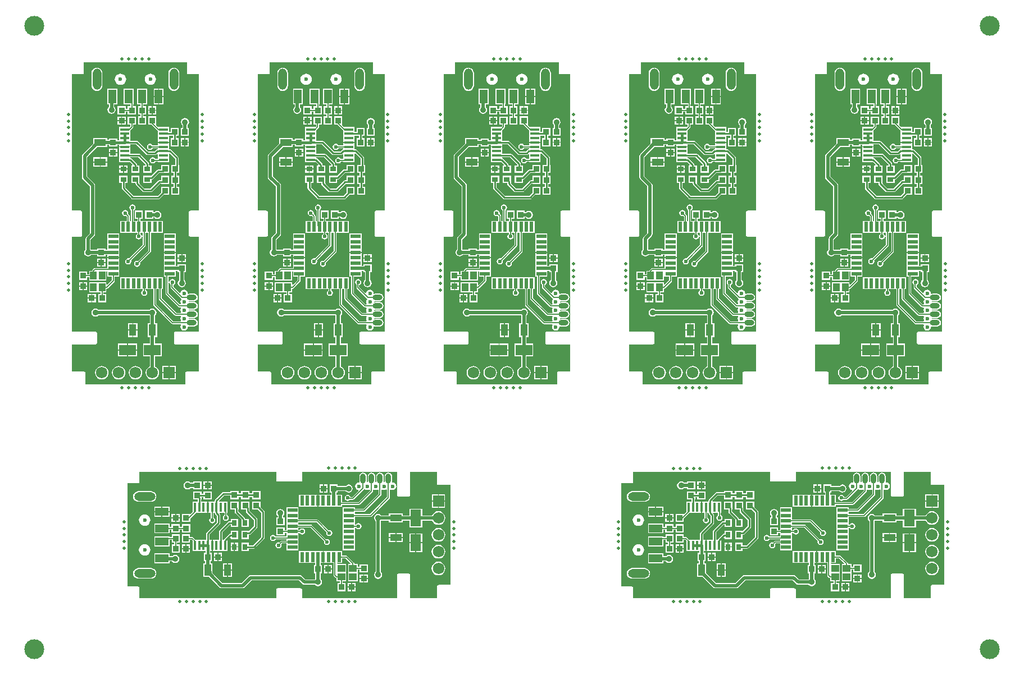
<source format=gtl>
G04*
G04 #@! TF.GenerationSoftware,Altium Limited,Altium Designer,20.2.6 (244)*
G04*
G04 Layer_Physical_Order=1*
G04 Layer_Color=255*
%FSLAX25Y25*%
%MOIN*%
G70*
G04*
G04 #@! TF.SameCoordinates,E18C8A27-7A4C-4C86-8F13-DB4CBD3CA756*
G04*
G04*
G04 #@! TF.FilePolarity,Positive*
G04*
G01*
G75*
%ADD10C,0.11811*%
%ADD11R,0.05906X0.02362*%
%ADD12R,0.02362X0.05906*%
%ADD13R,0.03740X0.03543*%
G04:AMPARAMS|DCode=14|XSize=31.5mil|YSize=59.06mil|CornerRadius=15.75mil|HoleSize=0mil|Usage=FLASHONLY|Rotation=360.000|XOffset=0mil|YOffset=0mil|HoleType=Round|Shape=RoundedRectangle|*
%AMROUNDEDRECTD14*
21,1,0.03150,0.02756,0,0,360.0*
21,1,0.00000,0.05906,0,0,360.0*
1,1,0.03150,0.00000,-0.01378*
1,1,0.03150,0.00000,-0.01378*
1,1,0.03150,0.00000,0.01378*
1,1,0.03150,0.00000,0.01378*
%
%ADD14ROUNDEDRECTD14*%
%ADD15R,0.06496X0.09843*%
%ADD16R,0.04528X0.03937*%
%ADD17R,0.03543X0.03740*%
%ADD18R,0.06890X0.04331*%
%ADD19R,0.04331X0.06890*%
%ADD20R,0.03150X0.03740*%
%ADD21R,0.07874X0.04724*%
%ADD22R,0.01772X0.05512*%
%ADD23C,0.00598*%
%ADD24C,0.02000*%
%ADD25C,0.01000*%
%ADD26C,0.01500*%
%ADD27R,0.03740X0.03543*%
G04:AMPARAMS|DCode=28|XSize=31.5mil|YSize=59.06mil|CornerRadius=15.75mil|HoleSize=0mil|Usage=FLASHONLY|Rotation=0.000|XOffset=0mil|YOffset=0mil|HoleType=Round|Shape=RoundedRectangle|*
%AMROUNDEDRECTD28*
21,1,0.03150,0.02756,0,0,0.0*
21,1,0.00000,0.05906,0,0,0.0*
1,1,0.03150,0.00000,-0.01378*
1,1,0.03150,0.00000,-0.01378*
1,1,0.03150,0.00000,0.01378*
1,1,0.03150,0.00000,0.01378*
%
%ADD28ROUNDEDRECTD28*%
%ADD29R,0.06496X0.09843*%
%ADD30R,0.04528X0.03937*%
%ADD31R,0.07874X0.04724*%
%ADD32R,0.01772X0.05512*%
G04:AMPARAMS|DCode=33|XSize=31.5mil|YSize=59.06mil|CornerRadius=15.75mil|HoleSize=0mil|Usage=FLASHONLY|Rotation=270.000|XOffset=0mil|YOffset=0mil|HoleType=Round|Shape=RoundedRectangle|*
%AMROUNDEDRECTD33*
21,1,0.03150,0.02756,0,0,270.0*
21,1,0.00000,0.05906,0,0,270.0*
1,1,0.03150,-0.01378,0.00000*
1,1,0.03150,-0.01378,0.00000*
1,1,0.03150,0.01378,0.00000*
1,1,0.03150,0.01378,0.00000*
%
%ADD33ROUNDEDRECTD33*%
%ADD34R,0.09843X0.06496*%
%ADD35R,0.03937X0.04528*%
%ADD36R,0.03740X0.03150*%
%ADD37R,0.04724X0.07874*%
%ADD38R,0.05512X0.01772*%
%ADD39C,0.01968*%
%ADD40C,0.02362*%
%ADD41R,0.06791X0.06791*%
%ADD42C,0.06791*%
%ADD43O,0.12598X0.05118*%
%ADD44C,0.03543*%
%ADD45R,0.06791X0.06791*%
%ADD46O,0.05118X0.12598*%
G36*
X543426Y354085D02*
X543487Y353778D01*
X543661Y353517D01*
X543921Y353343D01*
X544228Y353282D01*
X550315D01*
X550315Y272211D01*
X545213Y272211D01*
X544905Y272150D01*
X544645Y271975D01*
X544471Y271715D01*
X544410Y271408D01*
Y257628D01*
X544471Y257321D01*
X544645Y257061D01*
X544905Y256887D01*
X545213Y256826D01*
X550315D01*
Y200360D01*
X536354D01*
X536047Y200299D01*
X535787Y200125D01*
X535613Y199865D01*
X535552Y199557D01*
Y193652D01*
X535613Y193345D01*
X535787Y193084D01*
X536047Y192910D01*
X536354Y192849D01*
X550315D01*
Y176738D01*
X543244D01*
X542937Y176677D01*
X542676Y176503D01*
X542502Y176243D01*
X542441Y175935D01*
Y168864D01*
X483023D01*
Y175935D01*
X482962Y176243D01*
X482788Y176503D01*
X482528Y176677D01*
X482220Y176738D01*
X475149D01*
Y192849D01*
X489110D01*
X489417Y192910D01*
X489678Y193084D01*
X489852Y193345D01*
X489913Y193652D01*
Y199557D01*
X489852Y199865D01*
X489678Y200125D01*
X489417Y200299D01*
X489110Y200360D01*
X475149Y200360D01*
X475149Y256826D01*
X480252Y256826D01*
X480559Y256887D01*
X480820Y257061D01*
X480994Y257321D01*
X481055Y257628D01*
X481055Y271408D01*
X480994Y271715D01*
X480820Y271976D01*
X480559Y272150D01*
X480252Y272211D01*
X475149Y272211D01*
X475149Y353282D01*
X481236D01*
X481543Y353343D01*
X481804Y353517D01*
X481978Y353778D01*
X482039Y354085D01*
Y360271D01*
X543426D01*
Y354085D01*
D02*
G37*
G36*
X433189D02*
X433250Y353778D01*
X433424Y353517D01*
X433685Y353343D01*
X433992Y353282D01*
X440079D01*
X440079Y272211D01*
X434976Y272211D01*
X434669Y272150D01*
X434409Y271975D01*
X434235Y271715D01*
X434174Y271408D01*
Y257628D01*
X434235Y257321D01*
X434409Y257061D01*
X434669Y256887D01*
X434976Y256826D01*
X440079D01*
Y200360D01*
X426118D01*
X425811Y200299D01*
X425551Y200125D01*
X425376Y199865D01*
X425315Y199557D01*
Y193652D01*
X425376Y193345D01*
X425551Y193084D01*
X425811Y192910D01*
X426118Y192849D01*
X440079D01*
Y176738D01*
X433008D01*
X432701Y176677D01*
X432440Y176503D01*
X432266Y176243D01*
X432205Y175935D01*
Y168864D01*
X372787D01*
Y175935D01*
X372726Y176243D01*
X372552Y176503D01*
X372291Y176677D01*
X371984Y176738D01*
X364913D01*
Y192849D01*
X378874D01*
X379181Y192910D01*
X379442Y193084D01*
X379616Y193345D01*
X379677Y193652D01*
Y199557D01*
X379616Y199865D01*
X379442Y200125D01*
X379181Y200299D01*
X378874Y200360D01*
X364913Y200360D01*
X364913Y256826D01*
X370016Y256826D01*
X370323Y256887D01*
X370583Y257061D01*
X370757Y257321D01*
X370818Y257628D01*
X370818Y271408D01*
X370757Y271715D01*
X370583Y271976D01*
X370323Y272150D01*
X370016Y272211D01*
X364913Y272211D01*
X364913Y353282D01*
X371000D01*
X371307Y353343D01*
X371568Y353517D01*
X371742Y353778D01*
X371803Y354085D01*
Y360271D01*
X433189D01*
Y354085D01*
D02*
G37*
G36*
X322953D02*
X323014Y353778D01*
X323188Y353517D01*
X323449Y353343D01*
X323756Y353282D01*
X329843D01*
X329843Y272211D01*
X324740Y272211D01*
X324433Y272150D01*
X324172Y271975D01*
X323998Y271715D01*
X323937Y271408D01*
Y257628D01*
X323998Y257321D01*
X324172Y257061D01*
X324433Y256887D01*
X324740Y256826D01*
X329843D01*
Y200360D01*
X315882D01*
X315575Y200299D01*
X315314Y200125D01*
X315140Y199865D01*
X315079Y199557D01*
Y193652D01*
X315140Y193345D01*
X315314Y193084D01*
X315575Y192910D01*
X315882Y192849D01*
X329843D01*
Y176738D01*
X322772D01*
X322464Y176677D01*
X322204Y176503D01*
X322030Y176243D01*
X321969Y175935D01*
Y168864D01*
X262551D01*
Y175935D01*
X262490Y176243D01*
X262316Y176503D01*
X262055Y176677D01*
X261748Y176738D01*
X254677D01*
Y192849D01*
X268638D01*
X268945Y192910D01*
X269205Y193084D01*
X269379Y193345D01*
X269441Y193652D01*
Y199557D01*
X269379Y199865D01*
X269205Y200125D01*
X268945Y200299D01*
X268638Y200360D01*
X254677Y200360D01*
X254677Y256826D01*
X259779Y256826D01*
X260087Y256887D01*
X260347Y257061D01*
X260521Y257321D01*
X260582Y257628D01*
X260582Y271408D01*
X260521Y271715D01*
X260347Y271976D01*
X260087Y272150D01*
X259779Y272211D01*
X254677Y272211D01*
X254677Y353282D01*
X260764D01*
X261071Y353343D01*
X261331Y353517D01*
X261505Y353778D01*
X261566Y354085D01*
Y360271D01*
X322953D01*
Y354085D01*
D02*
G37*
G36*
X212717D02*
X212778Y353778D01*
X212952Y353517D01*
X213212Y353343D01*
X213520Y353282D01*
X219607D01*
X219607Y272211D01*
X214504Y272211D01*
X214197Y272150D01*
X213936Y271975D01*
X213762Y271715D01*
X213701Y271408D01*
Y257628D01*
X213762Y257321D01*
X213936Y257061D01*
X214197Y256887D01*
X214504Y256826D01*
X219607D01*
Y200360D01*
X205646D01*
X205339Y200299D01*
X205078Y200125D01*
X204904Y199865D01*
X204843Y199557D01*
Y193652D01*
X204904Y193345D01*
X205078Y193084D01*
X205339Y192910D01*
X205646Y192849D01*
X219607D01*
Y176738D01*
X212536D01*
X212228Y176677D01*
X211968Y176503D01*
X211794Y176243D01*
X211733Y175935D01*
Y168864D01*
X152315D01*
Y175935D01*
X152253Y176243D01*
X152079Y176503D01*
X151819Y176677D01*
X151512Y176738D01*
X144441D01*
Y192849D01*
X158402D01*
X158709Y192910D01*
X158969Y193084D01*
X159143Y193345D01*
X159204Y193652D01*
Y199557D01*
X159143Y199865D01*
X158969Y200125D01*
X158709Y200299D01*
X158402Y200360D01*
X144440Y200360D01*
X144440Y256826D01*
X149543Y256826D01*
X149850Y256887D01*
X150111Y257061D01*
X150285Y257321D01*
X150346Y257628D01*
X150346Y271408D01*
X150285Y271715D01*
X150111Y271976D01*
X149850Y272150D01*
X149543Y272211D01*
X144440Y272211D01*
X144441Y353282D01*
X150528D01*
X150835Y353343D01*
X151095Y353517D01*
X151269Y353778D01*
X151330Y354085D01*
Y360271D01*
X212717D01*
Y354085D01*
D02*
G37*
G36*
X102481D02*
X102542Y353778D01*
X102716Y353517D01*
X102976Y353343D01*
X103284Y353282D01*
X109370D01*
X109370Y272211D01*
X104268Y272211D01*
X103961Y272150D01*
X103700Y271975D01*
X103526Y271715D01*
X103465Y271408D01*
Y257628D01*
X103526Y257321D01*
X103700Y257061D01*
X103961Y256887D01*
X104268Y256826D01*
X109370D01*
Y200360D01*
X95410D01*
X95102Y200299D01*
X94842Y200125D01*
X94668Y199865D01*
X94607Y199557D01*
Y193652D01*
X94668Y193345D01*
X94842Y193084D01*
X95102Y192910D01*
X95410Y192849D01*
X109370D01*
Y176738D01*
X102299D01*
X101992Y176677D01*
X101732Y176503D01*
X101558Y176243D01*
X101496Y175935D01*
Y168864D01*
X42078D01*
Y175935D01*
X42017Y176243D01*
X41843Y176503D01*
X41583Y176677D01*
X41276Y176738D01*
X34204D01*
Y192849D01*
X48165D01*
X48472Y192910D01*
X48733Y193084D01*
X48907Y193345D01*
X48968Y193652D01*
Y199557D01*
X48907Y199865D01*
X48733Y200125D01*
X48472Y200299D01*
X48165Y200360D01*
X34204Y200360D01*
X34204Y256826D01*
X39307Y256826D01*
X39614Y256887D01*
X39875Y257061D01*
X40049Y257321D01*
X40110Y257628D01*
X40110Y271408D01*
X40049Y271715D01*
X39875Y271976D01*
X39614Y272150D01*
X39307Y272211D01*
X34204Y272211D01*
X34204Y353282D01*
X40291D01*
X40598Y353343D01*
X40859Y353517D01*
X41033Y353778D01*
X41094Y354085D01*
Y360271D01*
X102481D01*
Y354085D01*
D02*
G37*
G36*
X543776Y110088D02*
X543837Y109781D01*
X544011Y109521D01*
X544272Y109346D01*
X544579Y109285D01*
X551650D01*
Y49867D01*
X544579D01*
X544272Y49806D01*
X544011Y49632D01*
X543837Y49372D01*
X543776Y49064D01*
Y41993D01*
X527665D01*
Y55954D01*
X527604Y56261D01*
X527430Y56522D01*
X527170Y56696D01*
X526863Y56757D01*
X520957D01*
X520650Y56696D01*
X520390Y56522D01*
X520215Y56261D01*
X520154Y55954D01*
X520154Y41993D01*
X463689Y41993D01*
X463689Y47096D01*
X463628Y47403D01*
X463454Y47664D01*
X463193Y47838D01*
X462886Y47899D01*
X449107Y47899D01*
X448800Y47838D01*
X448539Y47664D01*
X448365Y47403D01*
X448304Y47096D01*
X448304Y41993D01*
X367232Y41993D01*
Y48080D01*
X367171Y48388D01*
X366997Y48648D01*
X366737Y48822D01*
X366429Y48883D01*
X360244D01*
Y110270D01*
X366430D01*
X366737Y110331D01*
X366997Y110505D01*
X367171Y110765D01*
X367232Y111073D01*
Y117159D01*
X448304Y117159D01*
X448304Y112057D01*
X448365Y111749D01*
X448539Y111489D01*
X448800Y111315D01*
X449107Y111254D01*
X462886D01*
X463193Y111315D01*
X463454Y111489D01*
X463628Y111749D01*
X463689Y112057D01*
Y117159D01*
X520154D01*
Y103199D01*
X520215Y102891D01*
X520390Y102631D01*
X520650Y102457D01*
X520957Y102396D01*
X526863D01*
X527170Y102457D01*
X527430Y102631D01*
X527604Y102891D01*
X527665Y103199D01*
Y117159D01*
X543776D01*
Y110088D01*
D02*
G37*
G36*
X250799Y110088D02*
X250861Y109781D01*
X251035Y109521D01*
X251295Y109346D01*
X251602Y109285D01*
X258674D01*
Y49867D01*
X251602D01*
X251295Y49806D01*
X251035Y49632D01*
X250861Y49372D01*
X250799Y49064D01*
Y41993D01*
X234688D01*
Y55954D01*
X234627Y56261D01*
X234453Y56522D01*
X234193Y56696D01*
X233886Y56757D01*
X227980D01*
X227673Y56696D01*
X227413Y56522D01*
X227239Y56261D01*
X227177Y55954D01*
X227177Y41993D01*
X170712Y41993D01*
X170712Y47096D01*
X170651Y47403D01*
X170477Y47664D01*
X170217Y47838D01*
X169909Y47899D01*
X156130Y47899D01*
X155823Y47838D01*
X155562Y47664D01*
X155388Y47403D01*
X155327Y47096D01*
X155327Y41993D01*
X74255Y41993D01*
Y48080D01*
X74194Y48388D01*
X74020Y48648D01*
X73760Y48822D01*
X73453Y48883D01*
X67267D01*
Y110270D01*
X73453D01*
X73760Y110331D01*
X74020Y110505D01*
X74194Y110765D01*
X74256Y111073D01*
Y117159D01*
X155327Y117159D01*
X155327Y112057D01*
X155388Y111749D01*
X155562Y111489D01*
X155823Y111315D01*
X156130Y111254D01*
X169909D01*
X170217Y111315D01*
X170477Y111489D01*
X170651Y111749D01*
X170712Y112057D01*
Y117159D01*
X227177D01*
Y103199D01*
X227239Y102891D01*
X227413Y102631D01*
X227673Y102457D01*
X227980Y102396D01*
X233886D01*
X234193Y102457D01*
X234453Y102631D01*
X234627Y102891D01*
X234688Y103199D01*
Y117159D01*
X250799D01*
Y110088D01*
D02*
G37*
%LPC*%
G36*
X521591Y353622D02*
X520717Y353507D01*
X519903Y353170D01*
X519204Y352633D01*
X518667Y351934D01*
X518330Y351120D01*
X518215Y350247D01*
X518330Y349373D01*
X518667Y348559D01*
X519204Y347860D01*
X519903Y347323D01*
X520717Y346986D01*
X521591Y346871D01*
X522464Y346986D01*
X523278Y347323D01*
X523977Y347860D01*
X524514Y348559D01*
X524851Y349373D01*
X524966Y350247D01*
X524851Y351120D01*
X524514Y351934D01*
X523977Y352633D01*
X523278Y353170D01*
X522464Y353507D01*
X521591Y353622D01*
D02*
G37*
G36*
X503874D02*
X503000Y353507D01*
X502186Y353170D01*
X501487Y352633D01*
X500951Y351934D01*
X500614Y351120D01*
X500499Y350247D01*
X500614Y349373D01*
X500951Y348559D01*
X501487Y347860D01*
X502186Y347323D01*
X503000Y346986D01*
X503874Y346871D01*
X504748Y346986D01*
X505562Y347323D01*
X506261Y347860D01*
X506797Y348559D01*
X507134Y349373D01*
X507249Y350247D01*
X507134Y351120D01*
X506797Y351934D01*
X506261Y352633D01*
X505562Y353170D01*
X504748Y353507D01*
X503874Y353622D01*
D02*
G37*
G36*
X535567Y357171D02*
X534743Y357063D01*
X533975Y356745D01*
X533315Y356239D01*
X532809Y355579D01*
X532491Y354811D01*
X532382Y353987D01*
Y346506D01*
X532491Y345682D01*
X532809Y344914D01*
X533315Y344254D01*
X533975Y343748D01*
X534743Y343430D01*
X535567Y343322D01*
X536391Y343430D01*
X537159Y343748D01*
X537819Y344254D01*
X538325Y344914D01*
X538643Y345682D01*
X538752Y346506D01*
Y353987D01*
X538643Y354811D01*
X538325Y355579D01*
X537819Y356239D01*
X537159Y356745D01*
X536391Y357063D01*
X535567Y357171D01*
D02*
G37*
G36*
X489898D02*
X489073Y357063D01*
X488305Y356745D01*
X487646Y356239D01*
X487140Y355579D01*
X486821Y354811D01*
X486713Y353987D01*
Y346506D01*
X486821Y345682D01*
X487140Y344914D01*
X487646Y344254D01*
X488305Y343748D01*
X489073Y343430D01*
X489898Y343322D01*
X490722Y343430D01*
X491490Y343748D01*
X492150Y344254D01*
X492656Y344914D01*
X492974Y345682D01*
X493082Y346506D01*
Y353987D01*
X492974Y354811D01*
X492656Y355579D01*
X492150Y356239D01*
X491490Y356745D01*
X490722Y357063D01*
X489898Y357171D01*
D02*
G37*
G36*
X529472Y344546D02*
X526811D01*
Y340310D01*
X529472D01*
Y344546D01*
D02*
G37*
G36*
X526213D02*
X523551D01*
Y340310D01*
X526213D01*
Y344546D01*
D02*
G37*
G36*
X529472Y339711D02*
X526811D01*
Y335475D01*
X529472D01*
Y339711D01*
D02*
G37*
G36*
X526213D02*
X523551D01*
Y335475D01*
X526213D01*
Y339711D01*
D02*
G37*
G36*
X511756Y344546D02*
X505835D01*
Y335475D01*
X509851D01*
Y334211D01*
X508197D01*
Y332656D01*
X507031D01*
Y334211D01*
X502095D01*
Y329471D01*
X507031D01*
Y331026D01*
X508197D01*
Y329471D01*
X513134D01*
Y334211D01*
X511480D01*
Y335475D01*
X511756D01*
Y344546D01*
D02*
G37*
G36*
X525142Y334310D02*
X523071D01*
Y332140D01*
X525142D01*
Y334310D01*
D02*
G37*
G36*
X522472D02*
X520402D01*
Y332140D01*
X522472D01*
Y334310D01*
D02*
G37*
G36*
X501913Y344546D02*
X495992D01*
Y335475D01*
X497030D01*
Y333965D01*
X496850Y333845D01*
X496326Y333061D01*
X496142Y332136D01*
X496326Y331211D01*
X496850Y330428D01*
X497634Y329904D01*
X498559Y329720D01*
X499484Y329904D01*
X500268Y330428D01*
X500792Y331211D01*
X500976Y332136D01*
X500792Y333061D01*
X500268Y333845D01*
X500088Y333965D01*
Y335475D01*
X501913D01*
Y344546D01*
D02*
G37*
G36*
X525142Y331542D02*
X523071D01*
Y329372D01*
X525142D01*
Y331542D01*
D02*
G37*
G36*
X522472D02*
X520402D01*
Y329372D01*
X522472D01*
Y331542D01*
D02*
G37*
G36*
X507031Y328109D02*
X504862D01*
Y326038D01*
X507031D01*
Y328109D01*
D02*
G37*
G36*
X504264D02*
X502095D01*
Y326038D01*
X504264D01*
Y328109D01*
D02*
G37*
G36*
X507031Y325439D02*
X504862D01*
Y323369D01*
X507031D01*
Y325439D01*
D02*
G37*
G36*
X504264D02*
X502095D01*
Y323369D01*
X504264D01*
Y325439D01*
D02*
G37*
G36*
X519630Y344546D02*
X513709D01*
Y335475D01*
X515854D01*
Y334310D01*
X514299D01*
Y329372D01*
X515854D01*
Y328207D01*
X514299D01*
Y323270D01*
X519039D01*
Y328207D01*
X517484D01*
Y329372D01*
X519039D01*
Y334310D01*
X517484D01*
Y335475D01*
X519630D01*
Y344546D01*
D02*
G37*
G36*
X542161Y327269D02*
X541237Y327085D01*
X540453Y326561D01*
X539929Y325778D01*
X539745Y324853D01*
X539929Y323928D01*
X540453Y323144D01*
X540632Y323024D01*
Y321514D01*
X539791D01*
Y316577D01*
X544531D01*
Y321514D01*
X543691D01*
Y323024D01*
X543870Y323144D01*
X544394Y323928D01*
X544578Y324853D01*
X544394Y325778D01*
X543870Y326561D01*
X543086Y327085D01*
X542161Y327269D01*
D02*
G37*
G36*
X513134Y328109D02*
X508197D01*
Y323369D01*
X509796D01*
Y322281D01*
X509422Y321908D01*
X503079D01*
Y314021D01*
X502012D01*
Y315117D01*
X497075D01*
Y314276D01*
X495909D01*
Y315510D01*
X487823D01*
Y312146D01*
X481533Y305855D01*
X481201Y305359D01*
X481085Y304774D01*
Y292077D01*
X481201Y291492D01*
X481533Y290996D01*
X485809Y286719D01*
Y258852D01*
X483600Y256643D01*
X483268Y256147D01*
X483152Y255561D01*
Y249260D01*
X482972Y249140D01*
X482448Y248356D01*
X482265Y247431D01*
X482448Y246507D01*
X482972Y245723D01*
X483756Y245199D01*
X484681Y245015D01*
X485606Y245199D01*
X486390Y245723D01*
X486510Y245902D01*
X489988D01*
Y245061D01*
X494925D01*
Y245902D01*
X496091D01*
Y244581D01*
X503193D01*
Y258660D01*
X496091D01*
Y248961D01*
X494925D01*
Y249802D01*
X489988D01*
Y248961D01*
X486510D01*
X486390Y249140D01*
X486210Y249260D01*
Y254928D01*
X488420Y257137D01*
X488752Y257634D01*
X488868Y258219D01*
Y287353D01*
X488752Y287938D01*
X488420Y288434D01*
X484143Y292711D01*
Y304140D01*
X489986Y309983D01*
X495909D01*
Y311217D01*
X497075D01*
Y310376D01*
X502012D01*
Y311472D01*
X503079D01*
Y310487D01*
X509787D01*
Y311727D01*
X513097D01*
X519196Y305628D01*
X519527Y305407D01*
X519917Y305329D01*
X524445D01*
X524835Y305407D01*
X525166Y305628D01*
X525451Y305913D01*
X525913Y305722D01*
Y302931D01*
X524564D01*
X524252Y303399D01*
X523663Y303793D01*
X522968Y303931D01*
X522274Y303793D01*
X521686Y303399D01*
X521292Y302811D01*
X521154Y302117D01*
X521292Y301422D01*
X521686Y300834D01*
X522274Y300440D01*
X522968Y300302D01*
X523663Y300440D01*
X524252Y300834D01*
X524564Y301302D01*
X525913D01*
Y301026D01*
X532622D01*
Y306062D01*
X533122Y306269D01*
X536221Y303171D01*
Y299467D01*
X533984D01*
Y294530D01*
X535335D01*
Y292971D01*
X533984D01*
Y288034D01*
X535335D01*
Y286475D01*
X533984D01*
Y281538D01*
X538724D01*
Y286475D01*
X537374D01*
Y288034D01*
X538724D01*
Y292971D01*
X537374D01*
Y294530D01*
X538724D01*
Y299467D01*
X538260D01*
Y303593D01*
X538182Y303983D01*
X537961Y304314D01*
X533926Y308349D01*
X533595Y308570D01*
X533205Y308648D01*
X532622D01*
Y312447D01*
X525913D01*
Y311002D01*
X522989D01*
X522677Y311470D01*
X522088Y311864D01*
X521394Y312002D01*
X520699Y311864D01*
X520111Y311470D01*
X519717Y310882D01*
X519579Y310187D01*
X519717Y309493D01*
X520111Y308904D01*
X520699Y308511D01*
X521394Y308373D01*
X522088Y308511D01*
X522677Y308904D01*
X522989Y309373D01*
X525913D01*
Y308648D01*
X525724D01*
X525334Y308570D01*
X525003Y308349D01*
X524022Y307368D01*
X520340D01*
X514241Y313467D01*
X513910Y313688D01*
X513520Y313766D01*
X509787D01*
Y319968D01*
X511187Y321367D01*
X511363Y321632D01*
X511425Y321943D01*
Y323369D01*
X513134D01*
Y328109D01*
D02*
G37*
G36*
X544531Y315313D02*
X542461D01*
Y313144D01*
X544531D01*
Y315313D01*
D02*
G37*
G36*
X541862D02*
X539791D01*
Y313144D01*
X541862D01*
Y315313D01*
D02*
G37*
G36*
X544531Y312546D02*
X542461D01*
Y310376D01*
X544531D01*
Y312546D01*
D02*
G37*
G36*
X541862D02*
X539791D01*
Y310376D01*
X541862D01*
Y312546D01*
D02*
G37*
G36*
X525142Y328207D02*
X520402D01*
Y323270D01*
X522414D01*
X525837Y319847D01*
X525913Y319796D01*
Y313046D01*
X532622D01*
Y316845D01*
X533689D01*
Y316577D01*
X535039D01*
Y315313D01*
X533689D01*
Y310376D01*
X538429D01*
Y315313D01*
X537079D01*
Y316577D01*
X538429D01*
Y321514D01*
X533689D01*
Y318884D01*
X532622D01*
Y321908D01*
X526082D01*
X525018Y322971D01*
X525142Y323270D01*
X525142D01*
Y328207D01*
D02*
G37*
G36*
X502012Y309014D02*
X499843D01*
Y306943D01*
X502012D01*
Y309014D01*
D02*
G37*
G36*
X499244D02*
X497075D01*
Y306943D01*
X499244D01*
Y309014D01*
D02*
G37*
G36*
X502012Y306345D02*
X499843D01*
Y304274D01*
X502012D01*
Y306345D01*
D02*
G37*
G36*
X499244D02*
X497075D01*
Y304274D01*
X499244D01*
Y306345D01*
D02*
G37*
G36*
X495909Y303896D02*
X492165D01*
Y301431D01*
X495909D01*
Y303896D01*
D02*
G37*
G36*
X491567D02*
X487823D01*
Y301431D01*
X491567D01*
Y303896D01*
D02*
G37*
G36*
X495909Y300833D02*
X492165D01*
Y298369D01*
X495909D01*
Y300833D01*
D02*
G37*
G36*
X491567D02*
X487823D01*
Y298369D01*
X491567D01*
Y300833D01*
D02*
G37*
G36*
X508114Y299172D02*
X505945D01*
Y297298D01*
X508114D01*
Y299172D01*
D02*
G37*
G36*
X505346D02*
X503177D01*
Y297298D01*
X505346D01*
Y299172D01*
D02*
G37*
G36*
X509787Y309888D02*
X503079D01*
Y301026D01*
X509625D01*
X511017Y299634D01*
X510826Y299172D01*
X510264D01*
Y294825D01*
X515201D01*
Y299172D01*
X513625D01*
Y299487D01*
X513547Y299878D01*
X513326Y300208D01*
X510304Y303231D01*
X509973Y303452D01*
X509787Y303489D01*
Y304050D01*
X514475D01*
X518799Y299726D01*
Y299172D01*
X517350D01*
Y294825D01*
X522287D01*
Y299172D01*
X520838D01*
Y300148D01*
X520761Y300538D01*
X520540Y300869D01*
X515619Y305790D01*
X515288Y306011D01*
X514898Y306089D01*
X509787D01*
Y309888D01*
D02*
G37*
G36*
X508114Y296699D02*
X505945D01*
Y294825D01*
X508114D01*
Y296699D01*
D02*
G37*
G36*
X505346D02*
X503177D01*
Y294825D01*
X505346D01*
Y296699D01*
D02*
G37*
G36*
X532622Y299467D02*
X527882D01*
Y296739D01*
X526315D01*
X525925Y296661D01*
X525594Y296440D01*
X522027Y292873D01*
X517350D01*
Y288526D01*
X522287D01*
Y290724D01*
X522340D01*
X522730Y290802D01*
X523061Y291023D01*
X526737Y294699D01*
X527882D01*
Y294530D01*
X532622D01*
Y299467D01*
D02*
G37*
G36*
Y292971D02*
X527882D01*
Y290242D01*
X526905D01*
X526515Y290165D01*
X526185Y289944D01*
X521660Y285420D01*
X518076D01*
X515396Y288100D01*
X515201Y288526D01*
X515201D01*
X515201Y288526D01*
Y292873D01*
X510264D01*
Y288526D01*
X512807D01*
Y288227D01*
X512884Y287837D01*
X513105Y287506D01*
X516933Y283679D01*
X517263Y283458D01*
X517654Y283380D01*
X522083D01*
X522473Y283458D01*
X522804Y283679D01*
X527328Y288203D01*
X527882D01*
Y288034D01*
X532622D01*
Y292971D01*
D02*
G37*
G36*
X508114Y292873D02*
X503177D01*
Y288526D01*
X504626D01*
Y285581D01*
X504704Y285191D01*
X504925Y284860D01*
X510436Y279348D01*
X510767Y279127D01*
X511157Y279050D01*
X526413D01*
X526803Y279127D01*
X527134Y279348D01*
X529324Y281538D01*
X532622D01*
Y286475D01*
X527882D01*
Y282980D01*
X525991Y281089D01*
X511580D01*
X506665Y286003D01*
Y288526D01*
X508114D01*
Y292873D01*
D02*
G37*
G36*
X523272Y272203D02*
X518532D01*
Y267266D01*
X523272D01*
Y268205D01*
X523896D01*
X524016Y268026D01*
X524800Y267502D01*
X525724Y267318D01*
X526649Y267502D01*
X527433Y268026D01*
X527957Y268810D01*
X528141Y269735D01*
X527957Y270659D01*
X527433Y271443D01*
X526649Y271967D01*
X525724Y272151D01*
X524800Y271967D01*
X524016Y271443D01*
X523896Y271264D01*
X523272D01*
Y272203D01*
D02*
G37*
G36*
X510961Y275891D02*
X510266Y275753D01*
X509678Y275360D01*
X509284Y274771D01*
X509146Y274077D01*
X509284Y273382D01*
X509678Y272794D01*
X510146Y272481D01*
Y266140D01*
X509315D01*
Y268959D01*
X509253Y269271D01*
X509076Y269535D01*
X508334Y270277D01*
X508444Y270829D01*
X508306Y271523D01*
X507913Y272112D01*
X507324Y272505D01*
X506630Y272643D01*
X505935Y272505D01*
X505347Y272112D01*
X504954Y271523D01*
X504815Y270829D01*
X504954Y270134D01*
X505347Y269546D01*
X505935Y269152D01*
X506630Y269014D01*
X507182Y269124D01*
X507685Y268621D01*
Y266140D01*
X503571D01*
Y259038D01*
X513984D01*
Y258476D01*
X513516Y258163D01*
X513123Y257575D01*
X512985Y256880D01*
X513123Y256186D01*
X513516Y255597D01*
X514105Y255204D01*
X514799Y255066D01*
X515493Y255204D01*
X516082Y255597D01*
X516475Y256186D01*
X516614Y256880D01*
X516475Y257575D01*
X516082Y258163D01*
X515614Y258476D01*
Y259038D01*
X517134D01*
Y251864D01*
X509088Y243818D01*
X508520Y243931D01*
X507825Y243793D01*
X507237Y243400D01*
X506843Y242811D01*
X506705Y242116D01*
X506843Y241422D01*
X507237Y240834D01*
X507825Y240440D01*
X508520Y240302D01*
X509214Y240440D01*
X509803Y240834D01*
X510196Y241422D01*
X510334Y242116D01*
X510227Y242652D01*
X518525Y250950D01*
X518702Y251214D01*
X518764Y251526D01*
Y259038D01*
X520284D01*
Y248261D01*
X514378Y242356D01*
X513826Y242466D01*
X513132Y242328D01*
X512543Y241935D01*
X512150Y241346D01*
X512012Y240652D01*
X512150Y239957D01*
X512543Y239369D01*
X513132Y238975D01*
X513826Y238837D01*
X514521Y238975D01*
X515109Y239369D01*
X515503Y239957D01*
X515641Y240652D01*
X515531Y241204D01*
X521675Y247347D01*
X521851Y247612D01*
X521913Y247924D01*
Y259038D01*
X529177D01*
Y266140D01*
X515614D01*
Y267266D01*
X517169D01*
Y272203D01*
X512429D01*
Y267266D01*
X513984D01*
Y266140D01*
X511775D01*
Y272481D01*
X512244Y272794D01*
X512637Y273382D01*
X512775Y274077D01*
X512637Y274771D01*
X512244Y275360D01*
X511655Y275753D01*
X510961Y275891D01*
D02*
G37*
G36*
X536657Y258660D02*
X529555D01*
Y247731D01*
X536657D01*
Y258660D01*
D02*
G37*
G36*
X542760Y246455D02*
X540590D01*
Y244384D01*
X542760D01*
Y246455D01*
D02*
G37*
G36*
X539992D02*
X537823D01*
Y244384D01*
X539992D01*
Y246455D01*
D02*
G37*
G36*
X542760Y243786D02*
X540590D01*
Y241715D01*
X542760D01*
Y243786D01*
D02*
G37*
G36*
X539992D02*
X537823D01*
Y241715D01*
X539992D01*
Y243786D01*
D02*
G37*
G36*
X494925Y243699D02*
X492756D01*
Y241628D01*
X494925D01*
Y243699D01*
D02*
G37*
G36*
X492157D02*
X489988D01*
Y241628D01*
X492157D01*
Y243699D01*
D02*
G37*
G36*
X494925Y241030D02*
X492756D01*
Y238959D01*
X494925D01*
Y241030D01*
D02*
G37*
G36*
X492157D02*
X489988D01*
Y238959D01*
X492157D01*
Y241030D01*
D02*
G37*
G36*
X503193Y243983D02*
X496091D01*
Y238168D01*
X488776D01*
X488464Y238106D01*
X488199Y237929D01*
X487254Y236984D01*
X487078Y236720D01*
X487017Y236416D01*
X485264D01*
Y234368D01*
X484197D01*
Y235924D01*
X479260D01*
Y231184D01*
X484197D01*
Y232739D01*
X485264D01*
Y230691D01*
X495516D01*
Y235864D01*
X496016Y236111D01*
X496091Y236054D01*
Y233053D01*
X498827D01*
Y230938D01*
X495978Y228089D01*
X495516Y228280D01*
Y229526D01*
X485264D01*
Y223802D01*
X492134D01*
Y222735D01*
X490579D01*
Y217798D01*
X495319D01*
Y222735D01*
X493764D01*
Y223802D01*
X495516D01*
Y225849D01*
X495705D01*
X496017Y225911D01*
X496281Y226088D01*
X500218Y230025D01*
X500394Y230289D01*
X500457Y230601D01*
Y233053D01*
X503193D01*
Y243983D01*
D02*
G37*
G36*
X484197Y229821D02*
X482027D01*
Y227750D01*
X484197D01*
Y229821D01*
D02*
G37*
G36*
X481429D02*
X479260D01*
Y227750D01*
X481429D01*
Y229821D01*
D02*
G37*
G36*
X536657Y247132D02*
X529555D01*
Y233053D01*
X530618D01*
Y223022D01*
X530680Y222710D01*
X530857Y222446D01*
X538239Y215064D01*
X538503Y214887D01*
X538815Y214825D01*
X539570D01*
X539837Y214325D01*
X539610Y213985D01*
X539442Y213140D01*
X539610Y212295D01*
X539837Y211955D01*
X539570Y211455D01*
X537125D01*
X528212Y220368D01*
Y225573D01*
X529177D01*
Y232676D01*
X503571D01*
Y225573D01*
X517134D01*
Y224972D01*
X516666Y224659D01*
X516272Y224071D01*
X516134Y223376D01*
X516272Y222682D01*
X516666Y222093D01*
X517254Y221700D01*
X517949Y221562D01*
X518643Y221700D01*
X519232Y222093D01*
X519625Y222682D01*
X519763Y223376D01*
X519625Y224071D01*
X519232Y224659D01*
X518764Y224972D01*
Y225573D01*
X523433D01*
Y216270D01*
X523495Y215958D01*
X523672Y215694D01*
X534302Y205064D01*
X534566Y204887D01*
X534878Y204825D01*
X539570D01*
X539837Y204325D01*
X539610Y203985D01*
X539442Y203140D01*
X539610Y202295D01*
X540089Y201579D01*
X540805Y201100D01*
X541650Y200932D01*
X542494Y201100D01*
X543211Y201579D01*
X543689Y202295D01*
X543857Y203140D01*
X544290Y203529D01*
X544819Y203424D01*
X547575D01*
X548423Y203593D01*
X549142Y204073D01*
X549622Y204792D01*
X549791Y205640D01*
X549622Y206488D01*
X549142Y207207D01*
X548423Y207687D01*
X547575Y207856D01*
X544819D01*
X544603Y207813D01*
X544211Y208140D01*
X544603Y208467D01*
X544819Y208424D01*
X547575D01*
X548423Y208593D01*
X549142Y209073D01*
X549622Y209792D01*
X549791Y210640D01*
X549622Y211488D01*
X549142Y212207D01*
X548423Y212687D01*
X547575Y212856D01*
X544819D01*
X544603Y212813D01*
X544211Y213140D01*
X544603Y213467D01*
X544819Y213424D01*
X547575D01*
X548423Y213593D01*
X549142Y214073D01*
X549622Y214792D01*
X549791Y215640D01*
X549622Y216488D01*
X549142Y217207D01*
X548423Y217688D01*
X547575Y217856D01*
X544819D01*
X544603Y217813D01*
X544211Y218140D01*
X544603Y218467D01*
X544819Y218424D01*
X547575D01*
X548423Y218593D01*
X549142Y219073D01*
X549622Y219792D01*
X549791Y220640D01*
X549622Y221488D01*
X549142Y222207D01*
X548423Y222688D01*
X547575Y222856D01*
X544819D01*
X544290Y222751D01*
X543857Y223140D01*
X543689Y223985D01*
X543211Y224701D01*
X542494Y225180D01*
X541650Y225348D01*
X540805Y225180D01*
X540089Y224701D01*
X539610Y223985D01*
X539506Y223462D01*
X538963Y223298D01*
X535299Y226962D01*
Y228081D01*
X535382Y228098D01*
X535971Y228491D01*
X536364Y229080D01*
X536502Y229774D01*
X536364Y230468D01*
X535971Y231057D01*
X535382Y231450D01*
X534688Y231588D01*
X533994Y231450D01*
X533405Y231057D01*
X533012Y230468D01*
X532873Y229774D01*
X533012Y229080D01*
X533405Y228491D01*
X533669Y228314D01*
Y226624D01*
X533731Y226313D01*
X533908Y226048D01*
X539828Y220128D01*
X540072Y219728D01*
X539939Y219477D01*
X539610Y218985D01*
X539442Y218140D01*
X539610Y217295D01*
X539837Y216955D01*
X539616Y216542D01*
X539110Y216497D01*
X532248Y223360D01*
Y233053D01*
X536657D01*
Y236453D01*
X537823D01*
Y235613D01*
X538762D01*
Y231012D01*
X538583Y230892D01*
X538059Y230108D01*
X537875Y229184D01*
X538059Y228259D01*
X538583Y227475D01*
X539367Y226951D01*
X540291Y226767D01*
X541216Y226951D01*
X542000Y227475D01*
X542524Y228259D01*
X542708Y229184D01*
X542524Y230108D01*
X542000Y230892D01*
X541821Y231012D01*
Y235613D01*
X542760D01*
Y240353D01*
X537823D01*
Y239512D01*
X536657D01*
Y247132D01*
D02*
G37*
G36*
X484197Y227152D02*
X482027D01*
Y225081D01*
X484197D01*
Y227152D01*
D02*
G37*
G36*
X481429D02*
X479260D01*
Y225081D01*
X481429D01*
Y227152D01*
D02*
G37*
G36*
X489217Y222735D02*
X487146D01*
Y220565D01*
X489217D01*
Y222735D01*
D02*
G37*
G36*
X486547D02*
X484476D01*
Y220565D01*
X486547D01*
Y222735D01*
D02*
G37*
G36*
X489217Y219967D02*
X487146D01*
Y217798D01*
X489217D01*
Y219967D01*
D02*
G37*
G36*
X486547D02*
X484476D01*
Y217798D01*
X486547D01*
Y219967D01*
D02*
G37*
G36*
X522811Y214120D02*
X521886Y213936D01*
X521102Y213412D01*
X520982Y213233D01*
X490846D01*
X490727Y213412D01*
X489943Y213936D01*
X489018Y214120D01*
X488093Y213936D01*
X487309Y213412D01*
X486785Y212628D01*
X486601Y211703D01*
X486785Y210778D01*
X487309Y209995D01*
X488093Y209471D01*
X489018Y209287D01*
X489943Y209471D01*
X490727Y209995D01*
X490846Y210174D01*
X520982D01*
X521102Y209995D01*
X521282Y209875D01*
Y205274D01*
X520047D01*
Y197187D01*
X521282D01*
Y193266D01*
X517291D01*
Y185573D01*
X521282D01*
Y179625D01*
X520797Y179424D01*
X519962Y178784D01*
X519322Y177950D01*
X518920Y176978D01*
X518782Y175935D01*
X518920Y174893D01*
X519322Y173921D01*
X519962Y173087D01*
X520797Y172447D01*
X521768Y172044D01*
X522811Y171907D01*
X523854Y172044D01*
X524825Y172447D01*
X525660Y173087D01*
X526300Y173921D01*
X526702Y174893D01*
X526840Y175935D01*
X526702Y176978D01*
X526300Y177950D01*
X525660Y178784D01*
X524825Y179424D01*
X524340Y179625D01*
Y185573D01*
X528331D01*
Y193266D01*
X524340D01*
Y197187D01*
X525575D01*
Y205274D01*
X524340D01*
Y209875D01*
X524520Y209995D01*
X525044Y210778D01*
X525227Y211703D01*
X525044Y212628D01*
X524520Y213412D01*
X523736Y213936D01*
X522811Y214120D01*
D02*
G37*
G36*
X513961Y205274D02*
X511496D01*
Y201530D01*
X513961D01*
Y205274D01*
D02*
G37*
G36*
X510898D02*
X508433D01*
Y201530D01*
X510898D01*
Y205274D01*
D02*
G37*
G36*
X513961Y200932D02*
X511496D01*
Y197187D01*
X513961D01*
Y200932D01*
D02*
G37*
G36*
X510898D02*
X508433D01*
Y197187D01*
X510898D01*
Y200932D01*
D02*
G37*
G36*
X513567Y193266D02*
X508346D01*
Y189719D01*
X513567D01*
Y193266D01*
D02*
G37*
G36*
X507748D02*
X502528D01*
Y189719D01*
X507748D01*
Y193266D01*
D02*
G37*
G36*
X513567Y189120D02*
X508346D01*
Y185573D01*
X513567D01*
Y189120D01*
D02*
G37*
G36*
X507748D02*
X502528D01*
Y185573D01*
X507748D01*
Y189120D01*
D02*
G37*
G36*
X536805Y179929D02*
X533110D01*
Y176235D01*
X536805D01*
Y179929D01*
D02*
G37*
G36*
X532512D02*
X528817D01*
Y176235D01*
X532512D01*
Y179929D01*
D02*
G37*
G36*
X536805Y175636D02*
X533110D01*
Y171941D01*
X536805D01*
Y175636D01*
D02*
G37*
G36*
X532512D02*
X528817D01*
Y171941D01*
X532512D01*
Y175636D01*
D02*
G37*
G36*
X512811Y179964D02*
X511768Y179827D01*
X510797Y179424D01*
X509962Y178784D01*
X509322Y177950D01*
X508920Y176978D01*
X508782Y175935D01*
X508920Y174893D01*
X509322Y173921D01*
X509962Y173087D01*
X510797Y172447D01*
X511768Y172044D01*
X512811Y171907D01*
X513854Y172044D01*
X514825Y172447D01*
X515660Y173087D01*
X516300Y173921D01*
X516702Y174893D01*
X516840Y175935D01*
X516702Y176978D01*
X516300Y177950D01*
X515660Y178784D01*
X514825Y179424D01*
X513854Y179827D01*
X512811Y179964D01*
D02*
G37*
G36*
X502811D02*
X501768Y179827D01*
X500797Y179424D01*
X499962Y178784D01*
X499322Y177950D01*
X498920Y176978D01*
X498782Y175935D01*
X498920Y174893D01*
X499322Y173921D01*
X499962Y173087D01*
X500797Y172447D01*
X501768Y172044D01*
X502811Y171907D01*
X503854Y172044D01*
X504825Y172447D01*
X505660Y173087D01*
X506300Y173921D01*
X506702Y174893D01*
X506840Y175935D01*
X506702Y176978D01*
X506300Y177950D01*
X505660Y178784D01*
X504825Y179424D01*
X503854Y179827D01*
X502811Y179964D01*
D02*
G37*
G36*
X492811D02*
X491768Y179827D01*
X490797Y179424D01*
X489962Y178784D01*
X489322Y177950D01*
X488920Y176978D01*
X488782Y175935D01*
X488920Y174893D01*
X489322Y173921D01*
X489962Y173087D01*
X490797Y172447D01*
X491768Y172044D01*
X492811Y171907D01*
X493854Y172044D01*
X494825Y172447D01*
X495660Y173087D01*
X496300Y173921D01*
X496702Y174893D01*
X496840Y175935D01*
X496702Y176978D01*
X496300Y177950D01*
X495660Y178784D01*
X494825Y179424D01*
X493854Y179827D01*
X492811Y179964D01*
D02*
G37*
%LPD*%
G36*
X526583Y220030D02*
X526645Y219718D01*
X526821Y219454D01*
X536211Y210064D01*
X536476Y209887D01*
X536787Y209825D01*
X539570D01*
X539837Y209325D01*
X539610Y208985D01*
X539442Y208140D01*
X539610Y207295D01*
X539837Y206955D01*
X539570Y206455D01*
X535216D01*
X525063Y216608D01*
Y225573D01*
X526583D01*
Y220030D01*
D02*
G37*
%LPC*%
G36*
X411354Y353622D02*
X410481Y353507D01*
X409667Y353170D01*
X408968Y352633D01*
X408431Y351934D01*
X408094Y351120D01*
X407979Y350247D01*
X408094Y349373D01*
X408431Y348559D01*
X408968Y347860D01*
X409667Y347323D01*
X410481Y346986D01*
X411354Y346871D01*
X412228Y346986D01*
X413042Y347323D01*
X413741Y347860D01*
X414277Y348559D01*
X414615Y349373D01*
X414730Y350247D01*
X414615Y351120D01*
X414277Y351934D01*
X413741Y352633D01*
X413042Y353170D01*
X412228Y353507D01*
X411354Y353622D01*
D02*
G37*
G36*
X393638D02*
X392764Y353507D01*
X391950Y353170D01*
X391251Y352633D01*
X390715Y351934D01*
X390377Y351120D01*
X390262Y350247D01*
X390377Y349373D01*
X390715Y348559D01*
X391251Y347860D01*
X391950Y347323D01*
X392764Y346986D01*
X393638Y346871D01*
X394511Y346986D01*
X395325Y347323D01*
X396024Y347860D01*
X396561Y348559D01*
X396898Y349373D01*
X397013Y350247D01*
X396898Y351120D01*
X396561Y351934D01*
X396024Y352633D01*
X395325Y353170D01*
X394511Y353507D01*
X393638Y353622D01*
D02*
G37*
G36*
X425331Y357171D02*
X424506Y357063D01*
X423738Y356745D01*
X423079Y356239D01*
X422573Y355579D01*
X422255Y354811D01*
X422146Y353987D01*
Y346506D01*
X422255Y345682D01*
X422573Y344914D01*
X423079Y344254D01*
X423738Y343748D01*
X424506Y343430D01*
X425331Y343322D01*
X426155Y343430D01*
X426923Y343748D01*
X427583Y344254D01*
X428089Y344914D01*
X428407Y345682D01*
X428515Y346506D01*
Y353987D01*
X428407Y354811D01*
X428089Y355579D01*
X427583Y356239D01*
X426923Y356745D01*
X426155Y357063D01*
X425331Y357171D01*
D02*
G37*
G36*
X379661D02*
X378837Y357063D01*
X378069Y356745D01*
X377410Y356239D01*
X376903Y355579D01*
X376585Y354811D01*
X376477Y353987D01*
Y346506D01*
X376585Y345682D01*
X376903Y344914D01*
X377410Y344254D01*
X378069Y343748D01*
X378837Y343430D01*
X379661Y343322D01*
X380486Y343430D01*
X381254Y343748D01*
X381913Y344254D01*
X382419Y344914D01*
X382738Y345682D01*
X382846Y346506D01*
Y353987D01*
X382738Y354811D01*
X382419Y355579D01*
X381913Y356239D01*
X381254Y356745D01*
X380486Y357063D01*
X379661Y357171D01*
D02*
G37*
G36*
X419236Y344546D02*
X416575D01*
Y340310D01*
X419236D01*
Y344546D01*
D02*
G37*
G36*
X415976D02*
X413315D01*
Y340310D01*
X415976D01*
Y344546D01*
D02*
G37*
G36*
X419236Y339711D02*
X416575D01*
Y335475D01*
X419236D01*
Y339711D01*
D02*
G37*
G36*
X415976D02*
X413315D01*
Y335475D01*
X415976D01*
Y339711D01*
D02*
G37*
G36*
X401520Y344546D02*
X395598D01*
Y335475D01*
X399614D01*
Y334211D01*
X397961D01*
Y332656D01*
X396795D01*
Y334211D01*
X391858D01*
Y329471D01*
X396795D01*
Y331026D01*
X397961D01*
Y329471D01*
X402898D01*
Y334211D01*
X401244D01*
Y335475D01*
X401520D01*
Y344546D01*
D02*
G37*
G36*
X414906Y334310D02*
X412835D01*
Y332140D01*
X414906D01*
Y334310D01*
D02*
G37*
G36*
X412236D02*
X410165D01*
Y332140D01*
X412236D01*
Y334310D01*
D02*
G37*
G36*
X391677Y344546D02*
X385756D01*
Y335475D01*
X386793D01*
Y333965D01*
X386614Y333845D01*
X386090Y333061D01*
X385906Y332136D01*
X386090Y331211D01*
X386614Y330428D01*
X387398Y329904D01*
X388323Y329720D01*
X389248Y329904D01*
X390032Y330428D01*
X390555Y331211D01*
X390739Y332136D01*
X390555Y333061D01*
X390032Y333845D01*
X389852Y333965D01*
Y335475D01*
X391677D01*
Y344546D01*
D02*
G37*
G36*
X414906Y331542D02*
X412835D01*
Y329372D01*
X414906D01*
Y331542D01*
D02*
G37*
G36*
X412236D02*
X410165D01*
Y329372D01*
X412236D01*
Y331542D01*
D02*
G37*
G36*
X396795Y328109D02*
X394626D01*
Y326038D01*
X396795D01*
Y328109D01*
D02*
G37*
G36*
X394028D02*
X391858D01*
Y326038D01*
X394028D01*
Y328109D01*
D02*
G37*
G36*
X396795Y325439D02*
X394626D01*
Y323369D01*
X396795D01*
Y325439D01*
D02*
G37*
G36*
X394028D02*
X391858D01*
Y323369D01*
X394028D01*
Y325439D01*
D02*
G37*
G36*
X409394Y344546D02*
X403472D01*
Y335475D01*
X405618D01*
Y334310D01*
X404063D01*
Y329372D01*
X405618D01*
Y328207D01*
X404063D01*
Y323270D01*
X408803D01*
Y328207D01*
X407248D01*
Y329372D01*
X408803D01*
Y334310D01*
X407248D01*
Y335475D01*
X409394D01*
Y344546D01*
D02*
G37*
G36*
X431925Y327269D02*
X431000Y327085D01*
X430216Y326561D01*
X429693Y325778D01*
X429509Y324853D01*
X429693Y323928D01*
X430216Y323144D01*
X430396Y323024D01*
Y321514D01*
X429555D01*
Y316577D01*
X434295D01*
Y321514D01*
X433455D01*
Y323024D01*
X433634Y323144D01*
X434158Y323928D01*
X434342Y324853D01*
X434158Y325778D01*
X433634Y326561D01*
X432850Y327085D01*
X431925Y327269D01*
D02*
G37*
G36*
X402898Y328109D02*
X397961D01*
Y323369D01*
X399559D01*
Y322281D01*
X399186Y321908D01*
X392843D01*
Y314021D01*
X391776D01*
Y315117D01*
X386839D01*
Y314276D01*
X385673D01*
Y315510D01*
X377587D01*
Y312146D01*
X371297Y305855D01*
X370965Y305359D01*
X370848Y304774D01*
Y292077D01*
X370965Y291492D01*
X371297Y290996D01*
X375573Y286719D01*
Y258852D01*
X373363Y256643D01*
X373032Y256147D01*
X372916Y255561D01*
Y249260D01*
X372736Y249140D01*
X372212Y248356D01*
X372028Y247431D01*
X372212Y246507D01*
X372736Y245723D01*
X373520Y245199D01*
X374445Y245015D01*
X375370Y245199D01*
X376154Y245723D01*
X376273Y245902D01*
X379752D01*
Y245061D01*
X384689D01*
Y245902D01*
X385854D01*
Y244581D01*
X392957D01*
Y258660D01*
X385854D01*
Y248961D01*
X384689D01*
Y249802D01*
X379752D01*
Y248961D01*
X376273D01*
X376154Y249140D01*
X375974Y249260D01*
Y254928D01*
X378184Y257137D01*
X378515Y257634D01*
X378632Y258219D01*
Y287353D01*
X378515Y287938D01*
X378184Y288434D01*
X373907Y292711D01*
Y304140D01*
X379749Y309983D01*
X385673D01*
Y311217D01*
X386839D01*
Y310376D01*
X391776D01*
Y311472D01*
X392843D01*
Y310487D01*
X399551D01*
Y311727D01*
X402861D01*
X408960Y305628D01*
X409291Y305407D01*
X409681Y305329D01*
X414209D01*
X414599Y305407D01*
X414930Y305628D01*
X415215Y305913D01*
X415677Y305722D01*
Y302931D01*
X414328D01*
X414015Y303399D01*
X413427Y303793D01*
X412732Y303931D01*
X412038Y303793D01*
X411449Y303399D01*
X411056Y302811D01*
X410918Y302117D01*
X411056Y301422D01*
X411449Y300834D01*
X412038Y300440D01*
X412732Y300302D01*
X413427Y300440D01*
X414015Y300834D01*
X414328Y301302D01*
X415677D01*
Y301026D01*
X422386D01*
Y306062D01*
X422886Y306269D01*
X425984Y303171D01*
Y299467D01*
X423748D01*
Y294530D01*
X425099D01*
Y292971D01*
X423748D01*
Y288034D01*
X425099D01*
Y286475D01*
X423748D01*
Y281538D01*
X428488D01*
Y286475D01*
X427138D01*
Y288034D01*
X428488D01*
Y292971D01*
X427138D01*
Y294530D01*
X428488D01*
Y299467D01*
X428023D01*
Y303593D01*
X427946Y303983D01*
X427725Y304314D01*
X423690Y308349D01*
X423359Y308570D01*
X422968Y308648D01*
X422386D01*
Y312447D01*
X415677D01*
Y311002D01*
X412753D01*
X412440Y311470D01*
X411852Y311864D01*
X411158Y312002D01*
X410463Y311864D01*
X409874Y311470D01*
X409481Y310882D01*
X409343Y310187D01*
X409481Y309493D01*
X409874Y308904D01*
X410463Y308511D01*
X411158Y308373D01*
X411852Y308511D01*
X412440Y308904D01*
X412753Y309373D01*
X415677D01*
Y308648D01*
X415488D01*
X415098Y308570D01*
X414767Y308349D01*
X413786Y307368D01*
X410103D01*
X404004Y313467D01*
X403674Y313688D01*
X403283Y313766D01*
X399551D01*
Y319968D01*
X400950Y321367D01*
X401127Y321632D01*
X401189Y321943D01*
Y323369D01*
X402898D01*
Y328109D01*
D02*
G37*
G36*
X434295Y315313D02*
X432224D01*
Y313144D01*
X434295D01*
Y315313D01*
D02*
G37*
G36*
X431626D02*
X429555D01*
Y313144D01*
X431626D01*
Y315313D01*
D02*
G37*
G36*
X434295Y312546D02*
X432224D01*
Y310376D01*
X434295D01*
Y312546D01*
D02*
G37*
G36*
X431626D02*
X429555D01*
Y310376D01*
X431626D01*
Y312546D01*
D02*
G37*
G36*
X414906Y328207D02*
X410165D01*
Y323270D01*
X412178D01*
X415601Y319847D01*
X415677Y319796D01*
Y313046D01*
X422386D01*
Y316845D01*
X423453D01*
Y316577D01*
X424803D01*
Y315313D01*
X423453D01*
Y310376D01*
X428193D01*
Y315313D01*
X426842D01*
Y316577D01*
X428193D01*
Y321514D01*
X423453D01*
Y318884D01*
X422386D01*
Y321908D01*
X415845D01*
X414782Y322971D01*
X414906Y323270D01*
X414906D01*
Y328207D01*
D02*
G37*
G36*
X391776Y309014D02*
X389606D01*
Y306943D01*
X391776D01*
Y309014D01*
D02*
G37*
G36*
X389008D02*
X386839D01*
Y306943D01*
X389008D01*
Y309014D01*
D02*
G37*
G36*
X391776Y306345D02*
X389606D01*
Y304274D01*
X391776D01*
Y306345D01*
D02*
G37*
G36*
X389008D02*
X386839D01*
Y304274D01*
X389008D01*
Y306345D01*
D02*
G37*
G36*
X385673Y303896D02*
X381929D01*
Y301431D01*
X385673D01*
Y303896D01*
D02*
G37*
G36*
X381331D02*
X377587D01*
Y301431D01*
X381331D01*
Y303896D01*
D02*
G37*
G36*
X385673Y300833D02*
X381929D01*
Y298369D01*
X385673D01*
Y300833D01*
D02*
G37*
G36*
X381331D02*
X377587D01*
Y298369D01*
X381331D01*
Y300833D01*
D02*
G37*
G36*
X397878Y299172D02*
X395709D01*
Y297298D01*
X397878D01*
Y299172D01*
D02*
G37*
G36*
X395110D02*
X392941D01*
Y297298D01*
X395110D01*
Y299172D01*
D02*
G37*
G36*
X399551Y309888D02*
X392843D01*
Y301026D01*
X399389D01*
X400781Y299634D01*
X400590Y299172D01*
X400028D01*
Y294825D01*
X404965D01*
Y299172D01*
X403389D01*
Y299487D01*
X403311Y299878D01*
X403090Y300208D01*
X400067Y303231D01*
X399737Y303452D01*
X399551Y303489D01*
Y304050D01*
X404239D01*
X408563Y299726D01*
Y299172D01*
X407114D01*
Y294825D01*
X412051D01*
Y299172D01*
X410602D01*
Y300148D01*
X410525Y300538D01*
X410304Y300869D01*
X405382Y305790D01*
X405052Y306011D01*
X404661Y306089D01*
X399551D01*
Y309888D01*
D02*
G37*
G36*
X397878Y296699D02*
X395709D01*
Y294825D01*
X397878D01*
Y296699D01*
D02*
G37*
G36*
X395110D02*
X392941D01*
Y294825D01*
X395110D01*
Y296699D01*
D02*
G37*
G36*
X422386Y299467D02*
X417646D01*
Y296739D01*
X416079D01*
X415689Y296661D01*
X415358Y296440D01*
X411790Y292873D01*
X407114D01*
Y288526D01*
X412051D01*
Y290724D01*
X412104D01*
X412494Y290802D01*
X412825Y291023D01*
X416501Y294699D01*
X417646D01*
Y294530D01*
X422386D01*
Y299467D01*
D02*
G37*
G36*
Y292971D02*
X417646D01*
Y290242D01*
X416669D01*
X416279Y290165D01*
X415948Y289944D01*
X411424Y285420D01*
X407840D01*
X405160Y288100D01*
X404965Y288526D01*
X404965D01*
X404965Y288526D01*
Y292873D01*
X400028D01*
Y288526D01*
X402571D01*
Y288227D01*
X402648Y287837D01*
X402869Y287506D01*
X406696Y283679D01*
X407027Y283458D01*
X407417Y283380D01*
X411846D01*
X412237Y283458D01*
X412567Y283679D01*
X417092Y288203D01*
X417646D01*
Y288034D01*
X422386D01*
Y292971D01*
D02*
G37*
G36*
X397878Y292873D02*
X392941D01*
Y288526D01*
X394390D01*
Y285581D01*
X394467Y285191D01*
X394689Y284860D01*
X400200Y279348D01*
X400531Y279127D01*
X400921Y279050D01*
X416177D01*
X416567Y279127D01*
X416898Y279348D01*
X419088Y281538D01*
X422386D01*
Y286475D01*
X417646D01*
Y282980D01*
X415755Y281089D01*
X401344D01*
X396429Y286003D01*
Y288526D01*
X397878D01*
Y292873D01*
D02*
G37*
G36*
X413035Y272203D02*
X408295D01*
Y267266D01*
X413035D01*
Y268205D01*
X413660D01*
X413779Y268026D01*
X414563Y267502D01*
X415488Y267318D01*
X416413Y267502D01*
X417197Y268026D01*
X417721Y268810D01*
X417905Y269735D01*
X417721Y270659D01*
X417197Y271443D01*
X416413Y271967D01*
X415488Y272151D01*
X414563Y271967D01*
X413779Y271443D01*
X413660Y271264D01*
X413035D01*
Y272203D01*
D02*
G37*
G36*
X400724Y275891D02*
X400030Y275753D01*
X399441Y275360D01*
X399048Y274771D01*
X398910Y274077D01*
X399048Y273382D01*
X399441Y272794D01*
X399909Y272481D01*
Y266140D01*
X399079D01*
Y268959D01*
X399017Y269271D01*
X398840Y269535D01*
X398098Y270277D01*
X398208Y270829D01*
X398070Y271523D01*
X397677Y272112D01*
X397088Y272505D01*
X396394Y272643D01*
X395699Y272505D01*
X395111Y272112D01*
X394717Y271523D01*
X394579Y270829D01*
X394717Y270134D01*
X395111Y269546D01*
X395699Y269152D01*
X396394Y269014D01*
X396946Y269124D01*
X397449Y268621D01*
Y266140D01*
X393335D01*
Y259038D01*
X403748D01*
Y258476D01*
X403280Y258163D01*
X402887Y257575D01*
X402749Y256880D01*
X402887Y256186D01*
X403280Y255597D01*
X403869Y255204D01*
X404563Y255066D01*
X405257Y255204D01*
X405846Y255597D01*
X406239Y256186D01*
X406377Y256880D01*
X406239Y257575D01*
X405846Y258163D01*
X405378Y258476D01*
Y259038D01*
X406898D01*
Y251864D01*
X398852Y243818D01*
X398283Y243931D01*
X397589Y243793D01*
X397001Y243400D01*
X396607Y242811D01*
X396469Y242116D01*
X396607Y241422D01*
X397001Y240834D01*
X397589Y240440D01*
X398283Y240302D01*
X398978Y240440D01*
X399566Y240834D01*
X399960Y241422D01*
X400098Y242116D01*
X399991Y242652D01*
X408289Y250950D01*
X408465Y251214D01*
X408527Y251526D01*
Y259038D01*
X410047D01*
Y248261D01*
X404142Y242356D01*
X403590Y242466D01*
X402896Y242328D01*
X402307Y241935D01*
X401914Y241346D01*
X401776Y240652D01*
X401914Y239957D01*
X402307Y239369D01*
X402896Y238975D01*
X403590Y238837D01*
X404284Y238975D01*
X404873Y239369D01*
X405266Y239957D01*
X405405Y240652D01*
X405295Y241204D01*
X411438Y247347D01*
X411615Y247612D01*
X411677Y247924D01*
Y259038D01*
X418941D01*
Y266140D01*
X405378D01*
Y267266D01*
X406933D01*
Y272203D01*
X402193D01*
Y267266D01*
X403748D01*
Y266140D01*
X401539D01*
Y272481D01*
X402007Y272794D01*
X402401Y273382D01*
X402539Y274077D01*
X402401Y274771D01*
X402007Y275360D01*
X401419Y275753D01*
X400724Y275891D01*
D02*
G37*
G36*
X426421Y258660D02*
X419319D01*
Y247731D01*
X426421D01*
Y258660D01*
D02*
G37*
G36*
X432524Y246455D02*
X430354D01*
Y244384D01*
X432524D01*
Y246455D01*
D02*
G37*
G36*
X429756D02*
X427587D01*
Y244384D01*
X429756D01*
Y246455D01*
D02*
G37*
G36*
X432524Y243786D02*
X430354D01*
Y241715D01*
X432524D01*
Y243786D01*
D02*
G37*
G36*
X429756D02*
X427587D01*
Y241715D01*
X429756D01*
Y243786D01*
D02*
G37*
G36*
X384689Y243699D02*
X382520D01*
Y241628D01*
X384689D01*
Y243699D01*
D02*
G37*
G36*
X381921D02*
X379752D01*
Y241628D01*
X381921D01*
Y243699D01*
D02*
G37*
G36*
X384689Y241030D02*
X382520D01*
Y238959D01*
X384689D01*
Y241030D01*
D02*
G37*
G36*
X381921D02*
X379752D01*
Y238959D01*
X381921D01*
Y241030D01*
D02*
G37*
G36*
X392957Y243983D02*
X385854D01*
Y238168D01*
X378539D01*
X378227Y238106D01*
X377963Y237929D01*
X377018Y236984D01*
X376842Y236720D01*
X376781Y236416D01*
X375027D01*
Y234368D01*
X373961D01*
Y235924D01*
X369024D01*
Y231184D01*
X373961D01*
Y232739D01*
X375027D01*
Y230691D01*
X385279D01*
Y235864D01*
X385780Y236111D01*
X385854Y236054D01*
Y233053D01*
X388591D01*
Y230938D01*
X385741Y228089D01*
X385279Y228280D01*
Y229526D01*
X375027D01*
Y223802D01*
X381898D01*
Y222735D01*
X380343D01*
Y217798D01*
X385083D01*
Y222735D01*
X383527D01*
Y223802D01*
X385279D01*
Y225849D01*
X385469D01*
X385780Y225911D01*
X386045Y226088D01*
X389982Y230025D01*
X390158Y230289D01*
X390220Y230601D01*
Y233053D01*
X392957D01*
Y243983D01*
D02*
G37*
G36*
X373961Y229821D02*
X371791D01*
Y227750D01*
X373961D01*
Y229821D01*
D02*
G37*
G36*
X371193D02*
X369024D01*
Y227750D01*
X371193D01*
Y229821D01*
D02*
G37*
G36*
X426421Y247132D02*
X419319D01*
Y233053D01*
X420382D01*
Y223022D01*
X420444Y222710D01*
X420621Y222446D01*
X428003Y215064D01*
X428267Y214887D01*
X428579Y214825D01*
X429334D01*
X429601Y214325D01*
X429374Y213985D01*
X429206Y213140D01*
X429374Y212295D01*
X429601Y211955D01*
X429334Y211455D01*
X426889D01*
X417976Y220368D01*
Y225573D01*
X418941D01*
Y232676D01*
X393335D01*
Y225573D01*
X406898D01*
Y224972D01*
X406430Y224659D01*
X406036Y224071D01*
X405898Y223376D01*
X406036Y222682D01*
X406430Y222093D01*
X407018Y221700D01*
X407713Y221562D01*
X408407Y221700D01*
X408995Y222093D01*
X409389Y222682D01*
X409527Y223376D01*
X409389Y224071D01*
X408995Y224659D01*
X408527Y224972D01*
Y225573D01*
X413197D01*
Y216270D01*
X413259Y215958D01*
X413436Y215694D01*
X424065Y205064D01*
X424330Y204887D01*
X424642Y204825D01*
X429334D01*
X429601Y204325D01*
X429374Y203985D01*
X429206Y203140D01*
X429374Y202295D01*
X429852Y201579D01*
X430569Y201100D01*
X431413Y200932D01*
X432258Y201100D01*
X432974Y201579D01*
X433453Y202295D01*
X433621Y203140D01*
X434054Y203529D01*
X434582Y203424D01*
X437338D01*
X438186Y203593D01*
X438905Y204073D01*
X439386Y204792D01*
X439554Y205640D01*
X439386Y206488D01*
X438905Y207207D01*
X438186Y207687D01*
X437338Y207856D01*
X434582D01*
X434367Y207813D01*
X433975Y208140D01*
X434367Y208467D01*
X434582Y208424D01*
X437338D01*
X438186Y208593D01*
X438905Y209073D01*
X439386Y209792D01*
X439554Y210640D01*
X439386Y211488D01*
X438905Y212207D01*
X438186Y212687D01*
X437338Y212856D01*
X434582D01*
X434367Y212813D01*
X433975Y213140D01*
X434367Y213467D01*
X434582Y213424D01*
X437338D01*
X438186Y213593D01*
X438905Y214073D01*
X439386Y214792D01*
X439554Y215640D01*
X439386Y216488D01*
X438905Y217207D01*
X438186Y217688D01*
X437338Y217856D01*
X434582D01*
X434367Y217813D01*
X433975Y218140D01*
X434367Y218467D01*
X434582Y218424D01*
X437338D01*
X438186Y218593D01*
X438905Y219073D01*
X439386Y219792D01*
X439554Y220640D01*
X439386Y221488D01*
X438905Y222207D01*
X438186Y222688D01*
X437338Y222856D01*
X434582D01*
X434054Y222751D01*
X433621Y223140D01*
X433453Y223985D01*
X432974Y224701D01*
X432258Y225180D01*
X431413Y225348D01*
X430569Y225180D01*
X429852Y224701D01*
X429374Y223985D01*
X429270Y223462D01*
X428727Y223298D01*
X425063Y226962D01*
Y228081D01*
X425146Y228098D01*
X425735Y228491D01*
X426128Y229080D01*
X426266Y229774D01*
X426128Y230468D01*
X425735Y231057D01*
X425146Y231450D01*
X424452Y231588D01*
X423757Y231450D01*
X423169Y231057D01*
X422775Y230468D01*
X422637Y229774D01*
X422775Y229080D01*
X423169Y228491D01*
X423433Y228314D01*
Y226624D01*
X423495Y226313D01*
X423672Y226048D01*
X429592Y220128D01*
X429836Y219728D01*
X429703Y219477D01*
X429374Y218985D01*
X429206Y218140D01*
X429374Y217295D01*
X429601Y216955D01*
X429380Y216542D01*
X428874Y216497D01*
X422012Y223360D01*
Y233053D01*
X426421D01*
Y236453D01*
X427587D01*
Y235613D01*
X428526D01*
Y231012D01*
X428346Y230892D01*
X427822Y230108D01*
X427639Y229184D01*
X427822Y228259D01*
X428346Y227475D01*
X429130Y226951D01*
X430055Y226767D01*
X430980Y226951D01*
X431764Y227475D01*
X432288Y228259D01*
X432472Y229184D01*
X432288Y230108D01*
X431764Y230892D01*
X431585Y231012D01*
Y235613D01*
X432524D01*
Y240353D01*
X427587D01*
Y239512D01*
X426421D01*
Y247132D01*
D02*
G37*
G36*
X373961Y227152D02*
X371791D01*
Y225081D01*
X373961D01*
Y227152D01*
D02*
G37*
G36*
X371193D02*
X369024D01*
Y225081D01*
X371193D01*
Y227152D01*
D02*
G37*
G36*
X378980Y222735D02*
X376909D01*
Y220565D01*
X378980D01*
Y222735D01*
D02*
G37*
G36*
X376311D02*
X374240D01*
Y220565D01*
X376311D01*
Y222735D01*
D02*
G37*
G36*
X378980Y219967D02*
X376909D01*
Y217798D01*
X378980D01*
Y219967D01*
D02*
G37*
G36*
X376311D02*
X374240D01*
Y217798D01*
X376311D01*
Y219967D01*
D02*
G37*
G36*
X412575Y214120D02*
X411650Y213936D01*
X410866Y213412D01*
X410746Y213233D01*
X380610D01*
X380490Y213412D01*
X379707Y213936D01*
X378782Y214120D01*
X377857Y213936D01*
X377073Y213412D01*
X376549Y212628D01*
X376365Y211703D01*
X376549Y210778D01*
X377073Y209995D01*
X377857Y209471D01*
X378782Y209287D01*
X379707Y209471D01*
X380490Y209995D01*
X380610Y210174D01*
X410746D01*
X410866Y209995D01*
X411045Y209875D01*
Y205274D01*
X409811D01*
Y197187D01*
X411045D01*
Y193266D01*
X407055D01*
Y185573D01*
X411045D01*
Y179625D01*
X410561Y179424D01*
X409726Y178784D01*
X409086Y177950D01*
X408683Y176978D01*
X408546Y175935D01*
X408683Y174893D01*
X409086Y173921D01*
X409726Y173087D01*
X410561Y172447D01*
X411532Y172044D01*
X412575Y171907D01*
X413618Y172044D01*
X414589Y172447D01*
X415423Y173087D01*
X416064Y173921D01*
X416466Y174893D01*
X416603Y175935D01*
X416466Y176978D01*
X416064Y177950D01*
X415423Y178784D01*
X414589Y179424D01*
X414104Y179625D01*
Y185573D01*
X418094D01*
Y193266D01*
X414104D01*
Y197187D01*
X415339D01*
Y205274D01*
X414104D01*
Y209875D01*
X414284Y209995D01*
X414807Y210778D01*
X414991Y211703D01*
X414807Y212628D01*
X414284Y213412D01*
X413499Y213936D01*
X412575Y214120D01*
D02*
G37*
G36*
X403724Y205274D02*
X401260D01*
Y201530D01*
X403724D01*
Y205274D01*
D02*
G37*
G36*
X400661D02*
X398197D01*
Y201530D01*
X400661D01*
Y205274D01*
D02*
G37*
G36*
X403724Y200932D02*
X401260D01*
Y197187D01*
X403724D01*
Y200932D01*
D02*
G37*
G36*
X400661D02*
X398197D01*
Y197187D01*
X400661D01*
Y200932D01*
D02*
G37*
G36*
X403331Y193266D02*
X398110D01*
Y189719D01*
X403331D01*
Y193266D01*
D02*
G37*
G36*
X397512D02*
X392291D01*
Y189719D01*
X397512D01*
Y193266D01*
D02*
G37*
G36*
X403331Y189120D02*
X398110D01*
Y185573D01*
X403331D01*
Y189120D01*
D02*
G37*
G36*
X397512D02*
X392291D01*
Y185573D01*
X397512D01*
Y189120D01*
D02*
G37*
G36*
X426569Y179929D02*
X422874D01*
Y176235D01*
X426569D01*
Y179929D01*
D02*
G37*
G36*
X422276D02*
X418581D01*
Y176235D01*
X422276D01*
Y179929D01*
D02*
G37*
G36*
X426569Y175636D02*
X422874D01*
Y171941D01*
X426569D01*
Y175636D01*
D02*
G37*
G36*
X422276D02*
X418581D01*
Y171941D01*
X422276D01*
Y175636D01*
D02*
G37*
G36*
X402575Y179964D02*
X401532Y179827D01*
X400561Y179424D01*
X399726Y178784D01*
X399086Y177950D01*
X398684Y176978D01*
X398546Y175935D01*
X398684Y174893D01*
X399086Y173921D01*
X399726Y173087D01*
X400561Y172447D01*
X401532Y172044D01*
X402575Y171907D01*
X403617Y172044D01*
X404589Y172447D01*
X405423Y173087D01*
X406064Y173921D01*
X406466Y174893D01*
X406603Y175935D01*
X406466Y176978D01*
X406064Y177950D01*
X405423Y178784D01*
X404589Y179424D01*
X403617Y179827D01*
X402575Y179964D01*
D02*
G37*
G36*
X392575D02*
X391532Y179827D01*
X390561Y179424D01*
X389726Y178784D01*
X389086Y177950D01*
X388684Y176978D01*
X388546Y175935D01*
X388684Y174893D01*
X389086Y173921D01*
X389726Y173087D01*
X390561Y172447D01*
X391532Y172044D01*
X392575Y171907D01*
X393618Y172044D01*
X394589Y172447D01*
X395423Y173087D01*
X396064Y173921D01*
X396466Y174893D01*
X396603Y175935D01*
X396466Y176978D01*
X396064Y177950D01*
X395423Y178784D01*
X394589Y179424D01*
X393618Y179827D01*
X392575Y179964D01*
D02*
G37*
G36*
X382575D02*
X381532Y179827D01*
X380560Y179424D01*
X379726Y178784D01*
X379086Y177950D01*
X378683Y176978D01*
X378546Y175935D01*
X378683Y174893D01*
X379086Y173921D01*
X379726Y173087D01*
X380560Y172447D01*
X381532Y172044D01*
X382575Y171907D01*
X383617Y172044D01*
X384589Y172447D01*
X385423Y173087D01*
X386064Y173921D01*
X386466Y174893D01*
X386603Y175935D01*
X386466Y176978D01*
X386064Y177950D01*
X385423Y178784D01*
X384589Y179424D01*
X383617Y179827D01*
X382575Y179964D01*
D02*
G37*
%LPD*%
G36*
X416347Y220030D02*
X416409Y219718D01*
X416585Y219454D01*
X425975Y210064D01*
X426239Y209887D01*
X426551Y209825D01*
X429334D01*
X429601Y209325D01*
X429374Y208985D01*
X429206Y208140D01*
X429374Y207295D01*
X429601Y206955D01*
X429334Y206455D01*
X424979D01*
X414827Y216608D01*
Y225573D01*
X416347D01*
Y220030D01*
D02*
G37*
%LPC*%
G36*
X301118Y353622D02*
X300244Y353507D01*
X299430Y353170D01*
X298731Y352633D01*
X298195Y351934D01*
X297858Y351120D01*
X297743Y350247D01*
X297858Y349373D01*
X298195Y348559D01*
X298731Y347860D01*
X299430Y347323D01*
X300244Y346986D01*
X301118Y346871D01*
X301992Y346986D01*
X302806Y347323D01*
X303505Y347860D01*
X304041Y348559D01*
X304378Y349373D01*
X304493Y350247D01*
X304378Y351120D01*
X304041Y351934D01*
X303505Y352633D01*
X302806Y353170D01*
X301992Y353507D01*
X301118Y353622D01*
D02*
G37*
G36*
X283401D02*
X282528Y353507D01*
X281714Y353170D01*
X281015Y352633D01*
X280478Y351934D01*
X280141Y351120D01*
X280026Y350247D01*
X280141Y349373D01*
X280478Y348559D01*
X281015Y347860D01*
X281714Y347323D01*
X282528Y346986D01*
X283401Y346871D01*
X284275Y346986D01*
X285089Y347323D01*
X285788Y347860D01*
X286325Y348559D01*
X286662Y349373D01*
X286777Y350247D01*
X286662Y351120D01*
X286325Y351934D01*
X285788Y352633D01*
X285089Y353170D01*
X284275Y353507D01*
X283401Y353622D01*
D02*
G37*
G36*
X315094Y357171D02*
X314270Y357063D01*
X313502Y356745D01*
X312842Y356239D01*
X312336Y355579D01*
X312018Y354811D01*
X311910Y353987D01*
Y346506D01*
X312018Y345682D01*
X312336Y344914D01*
X312842Y344254D01*
X313502Y343748D01*
X314270Y343430D01*
X315094Y343322D01*
X315919Y343430D01*
X316687Y343748D01*
X317346Y344254D01*
X317852Y344914D01*
X318171Y345682D01*
X318279Y346506D01*
Y353987D01*
X318171Y354811D01*
X317852Y355579D01*
X317346Y356239D01*
X316687Y356745D01*
X315919Y357063D01*
X315094Y357171D01*
D02*
G37*
G36*
X269425D02*
X268601Y357063D01*
X267833Y356745D01*
X267173Y356239D01*
X266667Y355579D01*
X266349Y354811D01*
X266241Y353987D01*
Y346506D01*
X266349Y345682D01*
X266667Y344914D01*
X267173Y344254D01*
X267833Y343748D01*
X268601Y343430D01*
X269425Y343322D01*
X270249Y343430D01*
X271018Y343748D01*
X271677Y344254D01*
X272183Y344914D01*
X272501Y345682D01*
X272610Y346506D01*
Y353987D01*
X272501Y354811D01*
X272183Y355579D01*
X271677Y356239D01*
X271018Y356745D01*
X270249Y357063D01*
X269425Y357171D01*
D02*
G37*
G36*
X309000Y344546D02*
X306339D01*
Y340310D01*
X309000D01*
Y344546D01*
D02*
G37*
G36*
X305740D02*
X303079D01*
Y340310D01*
X305740D01*
Y344546D01*
D02*
G37*
G36*
X309000Y339711D02*
X306339D01*
Y335475D01*
X309000D01*
Y339711D01*
D02*
G37*
G36*
X305740D02*
X303079D01*
Y335475D01*
X305740D01*
Y339711D01*
D02*
G37*
G36*
X291283Y344546D02*
X285362D01*
Y335475D01*
X289378D01*
Y334211D01*
X287724D01*
Y332656D01*
X286559D01*
Y334211D01*
X281622D01*
Y329471D01*
X286559D01*
Y331026D01*
X287724D01*
Y329471D01*
X292661D01*
Y334211D01*
X291008D01*
Y335475D01*
X291283D01*
Y344546D01*
D02*
G37*
G36*
X304669Y334310D02*
X302598D01*
Y332140D01*
X304669D01*
Y334310D01*
D02*
G37*
G36*
X302000D02*
X299929D01*
Y332140D01*
X302000D01*
Y334310D01*
D02*
G37*
G36*
X281441Y344546D02*
X275520D01*
Y335475D01*
X276557D01*
Y333965D01*
X276378Y333845D01*
X275854Y333061D01*
X275670Y332136D01*
X275854Y331211D01*
X276378Y330428D01*
X277162Y329904D01*
X278087Y329720D01*
X279011Y329904D01*
X279795Y330428D01*
X280319Y331211D01*
X280503Y332136D01*
X280319Y333061D01*
X279795Y333845D01*
X279616Y333965D01*
Y335475D01*
X281441D01*
Y344546D01*
D02*
G37*
G36*
X304669Y331542D02*
X302598D01*
Y329372D01*
X304669D01*
Y331542D01*
D02*
G37*
G36*
X302000D02*
X299929D01*
Y329372D01*
X302000D01*
Y331542D01*
D02*
G37*
G36*
X286559Y328109D02*
X284390D01*
Y326038D01*
X286559D01*
Y328109D01*
D02*
G37*
G36*
X283791D02*
X281622D01*
Y326038D01*
X283791D01*
Y328109D01*
D02*
G37*
G36*
X286559Y325439D02*
X284390D01*
Y323369D01*
X286559D01*
Y325439D01*
D02*
G37*
G36*
X283791D02*
X281622D01*
Y323369D01*
X283791D01*
Y325439D01*
D02*
G37*
G36*
X299158Y344546D02*
X293236D01*
Y335475D01*
X295382D01*
Y334310D01*
X293827D01*
Y329372D01*
X295382D01*
Y328207D01*
X293827D01*
Y323270D01*
X298567D01*
Y328207D01*
X297012D01*
Y329372D01*
X298567D01*
Y334310D01*
X297012D01*
Y335475D01*
X299158D01*
Y344546D01*
D02*
G37*
G36*
X321689Y327269D02*
X320764Y327085D01*
X319980Y326561D01*
X319456Y325778D01*
X319272Y324853D01*
X319456Y323928D01*
X319980Y323144D01*
X320160Y323024D01*
Y321514D01*
X319319D01*
Y316577D01*
X324059D01*
Y321514D01*
X323218D01*
Y323024D01*
X323398Y323144D01*
X323921Y323928D01*
X324106Y324853D01*
X323921Y325778D01*
X323398Y326561D01*
X322614Y327085D01*
X321689Y327269D01*
D02*
G37*
G36*
X292661Y328109D02*
X287724D01*
Y323369D01*
X289323D01*
Y322281D01*
X288950Y321908D01*
X282606D01*
Y314021D01*
X281539D01*
Y315117D01*
X276602D01*
Y314276D01*
X275437D01*
Y315510D01*
X267350D01*
Y312146D01*
X261060Y305855D01*
X260729Y305359D01*
X260612Y304774D01*
Y292077D01*
X260729Y291492D01*
X261060Y290996D01*
X265337Y286719D01*
Y258852D01*
X263127Y256643D01*
X262796Y256147D01*
X262679Y255561D01*
Y249260D01*
X262500Y249140D01*
X261976Y248356D01*
X261792Y247431D01*
X261976Y246507D01*
X262500Y245723D01*
X263284Y245199D01*
X264209Y245015D01*
X265133Y245199D01*
X265917Y245723D01*
X266037Y245902D01*
X269516D01*
Y245061D01*
X274453D01*
Y245902D01*
X275618D01*
Y244581D01*
X282720D01*
Y258660D01*
X275618D01*
Y248961D01*
X274453D01*
Y249802D01*
X269516D01*
Y248961D01*
X266037D01*
X265917Y249140D01*
X265738Y249260D01*
Y254928D01*
X267948Y257137D01*
X268279Y257634D01*
X268395Y258219D01*
Y287353D01*
X268279Y287938D01*
X267948Y288434D01*
X263671Y292711D01*
Y304140D01*
X269513Y309983D01*
X275437D01*
Y311217D01*
X276602D01*
Y310376D01*
X281539D01*
Y311472D01*
X282606D01*
Y310487D01*
X289315D01*
Y311727D01*
X292625D01*
X298724Y305628D01*
X299055Y305407D01*
X299445Y305329D01*
X303972D01*
X304363Y305407D01*
X304693Y305628D01*
X304979Y305913D01*
X305441Y305722D01*
Y302931D01*
X304092D01*
X303779Y303399D01*
X303190Y303793D01*
X302496Y303931D01*
X301802Y303793D01*
X301213Y303399D01*
X300820Y302811D01*
X300682Y302117D01*
X300820Y301422D01*
X301213Y300834D01*
X301802Y300440D01*
X302496Y300302D01*
X303190Y300440D01*
X303779Y300834D01*
X304092Y301302D01*
X305441D01*
Y301026D01*
X312150D01*
Y306062D01*
X312650Y306269D01*
X315748Y303171D01*
Y299467D01*
X313512D01*
Y294530D01*
X314862D01*
Y292971D01*
X313512D01*
Y288034D01*
X314862D01*
Y286475D01*
X313512D01*
Y281538D01*
X318252D01*
Y286475D01*
X316901D01*
Y288034D01*
X318252D01*
Y292971D01*
X316901D01*
Y294530D01*
X318252D01*
Y299467D01*
X317787D01*
Y303593D01*
X317710Y303983D01*
X317489Y304314D01*
X313453Y308349D01*
X313122Y308570D01*
X312732Y308648D01*
X312150D01*
Y312447D01*
X305441D01*
Y311002D01*
X302517D01*
X302204Y311470D01*
X301616Y311864D01*
X300921Y312002D01*
X300227Y311864D01*
X299638Y311470D01*
X299245Y310882D01*
X299107Y310187D01*
X299245Y309493D01*
X299638Y308904D01*
X300227Y308511D01*
X300921Y308373D01*
X301616Y308511D01*
X302204Y308904D01*
X302517Y309373D01*
X305441D01*
Y308648D01*
X305252D01*
X304862Y308570D01*
X304531Y308349D01*
X303550Y307368D01*
X299867D01*
X293768Y313467D01*
X293437Y313688D01*
X293047Y313766D01*
X289315D01*
Y319968D01*
X290714Y321367D01*
X290891Y321632D01*
X290953Y321943D01*
Y323369D01*
X292661D01*
Y328109D01*
D02*
G37*
G36*
X324059Y315313D02*
X321988D01*
Y313144D01*
X324059D01*
Y315313D01*
D02*
G37*
G36*
X321390D02*
X319319D01*
Y313144D01*
X321390D01*
Y315313D01*
D02*
G37*
G36*
X324059Y312546D02*
X321988D01*
Y310376D01*
X324059D01*
Y312546D01*
D02*
G37*
G36*
X321390D02*
X319319D01*
Y310376D01*
X321390D01*
Y312546D01*
D02*
G37*
G36*
X304669Y328207D02*
X299929D01*
Y323270D01*
X301942D01*
X305365Y319847D01*
X305441Y319796D01*
Y313046D01*
X312150D01*
Y316845D01*
X313216D01*
Y316577D01*
X314567D01*
Y315313D01*
X313216D01*
Y310376D01*
X317957D01*
Y315313D01*
X316606D01*
Y316577D01*
X317957D01*
Y321514D01*
X313216D01*
Y318884D01*
X312150D01*
Y321908D01*
X305609D01*
X304546Y322971D01*
X304669Y323270D01*
X304669D01*
Y328207D01*
D02*
G37*
G36*
X281539Y309014D02*
X279370D01*
Y306943D01*
X281539D01*
Y309014D01*
D02*
G37*
G36*
X278772D02*
X276602D01*
Y306943D01*
X278772D01*
Y309014D01*
D02*
G37*
G36*
X281539Y306345D02*
X279370D01*
Y304274D01*
X281539D01*
Y306345D01*
D02*
G37*
G36*
X278772D02*
X276602D01*
Y304274D01*
X278772D01*
Y306345D01*
D02*
G37*
G36*
X275437Y303896D02*
X271693D01*
Y301431D01*
X275437D01*
Y303896D01*
D02*
G37*
G36*
X271094D02*
X267350D01*
Y301431D01*
X271094D01*
Y303896D01*
D02*
G37*
G36*
X275437Y300833D02*
X271693D01*
Y298369D01*
X275437D01*
Y300833D01*
D02*
G37*
G36*
X271094D02*
X267350D01*
Y298369D01*
X271094D01*
Y300833D01*
D02*
G37*
G36*
X287642Y299172D02*
X285472D01*
Y297298D01*
X287642D01*
Y299172D01*
D02*
G37*
G36*
X284874D02*
X282705D01*
Y297298D01*
X284874D01*
Y299172D01*
D02*
G37*
G36*
X289315Y309888D02*
X282606D01*
Y301026D01*
X289153D01*
X290545Y299634D01*
X290354Y299172D01*
X289791D01*
Y294825D01*
X294728D01*
Y299172D01*
X293153D01*
Y299487D01*
X293075Y299878D01*
X292854Y300208D01*
X289831Y303231D01*
X289500Y303452D01*
X289315Y303489D01*
Y304050D01*
X294003D01*
X298327Y299726D01*
Y299172D01*
X296878D01*
Y294825D01*
X301815D01*
Y299172D01*
X300366D01*
Y300148D01*
X300288Y300538D01*
X300067Y300869D01*
X295146Y305790D01*
X294815Y306011D01*
X294425Y306089D01*
X289315D01*
Y309888D01*
D02*
G37*
G36*
X287642Y296699D02*
X285472D01*
Y294825D01*
X287642D01*
Y296699D01*
D02*
G37*
G36*
X284874D02*
X282705D01*
Y294825D01*
X284874D01*
Y296699D01*
D02*
G37*
G36*
X312150Y299467D02*
X307409D01*
Y296739D01*
X305842D01*
X305452Y296661D01*
X305121Y296440D01*
X301554Y292873D01*
X296878D01*
Y288526D01*
X301815D01*
Y290724D01*
X301868D01*
X302258Y290802D01*
X302589Y291023D01*
X306265Y294699D01*
X307409D01*
Y294530D01*
X312150D01*
Y299467D01*
D02*
G37*
G36*
Y292971D02*
X307409D01*
Y290242D01*
X306433D01*
X306043Y290165D01*
X305712Y289944D01*
X301188Y285420D01*
X297603D01*
X294923Y288100D01*
X294728Y288526D01*
X294728D01*
X294728Y288526D01*
Y292873D01*
X289791D01*
Y288526D01*
X292334D01*
Y288227D01*
X292412Y287837D01*
X292633Y287506D01*
X296460Y283679D01*
X296791Y283458D01*
X297181Y283380D01*
X301610D01*
X302000Y283458D01*
X302331Y283679D01*
X306855Y288203D01*
X307409D01*
Y288034D01*
X312150D01*
Y292971D01*
D02*
G37*
G36*
X287642Y292873D02*
X282705D01*
Y288526D01*
X284154D01*
Y285581D01*
X284231Y285191D01*
X284452Y284860D01*
X289964Y279348D01*
X290295Y279127D01*
X290685Y279050D01*
X305941D01*
X306331Y279127D01*
X306662Y279348D01*
X308851Y281538D01*
X312150D01*
Y286475D01*
X307409D01*
Y282980D01*
X305519Y281089D01*
X291107D01*
X286193Y286003D01*
Y288526D01*
X287642D01*
Y292873D01*
D02*
G37*
G36*
X302799Y272203D02*
X298059D01*
Y267266D01*
X302799D01*
Y268205D01*
X303423D01*
X303543Y268026D01*
X304327Y267502D01*
X305252Y267318D01*
X306177Y267502D01*
X306961Y268026D01*
X307485Y268810D01*
X307668Y269735D01*
X307485Y270659D01*
X306961Y271443D01*
X306177Y271967D01*
X305252Y272151D01*
X304327Y271967D01*
X303543Y271443D01*
X303423Y271264D01*
X302799D01*
Y272203D01*
D02*
G37*
G36*
X290488Y275891D02*
X289794Y275753D01*
X289205Y275360D01*
X288812Y274771D01*
X288674Y274077D01*
X288812Y273382D01*
X289205Y272794D01*
X289673Y272481D01*
Y266140D01*
X288842D01*
Y268959D01*
X288780Y269271D01*
X288604Y269535D01*
X287862Y270277D01*
X287972Y270829D01*
X287834Y271523D01*
X287440Y272112D01*
X286852Y272505D01*
X286157Y272643D01*
X285463Y272505D01*
X284875Y272112D01*
X284481Y271523D01*
X284343Y270829D01*
X284481Y270134D01*
X284875Y269546D01*
X285463Y269152D01*
X286157Y269014D01*
X286710Y269124D01*
X287213Y268621D01*
Y266140D01*
X283098D01*
Y259038D01*
X293512D01*
Y258476D01*
X293044Y258163D01*
X292651Y257575D01*
X292512Y256880D01*
X292651Y256186D01*
X293044Y255597D01*
X293632Y255204D01*
X294327Y255066D01*
X295021Y255204D01*
X295610Y255597D01*
X296003Y256186D01*
X296141Y256880D01*
X296003Y257575D01*
X295610Y258163D01*
X295142Y258476D01*
Y259038D01*
X296661D01*
Y251864D01*
X288616Y243818D01*
X288047Y243931D01*
X287353Y243793D01*
X286764Y243400D01*
X286371Y242811D01*
X286233Y242116D01*
X286371Y241422D01*
X286764Y240834D01*
X287353Y240440D01*
X288047Y240302D01*
X288742Y240440D01*
X289330Y240834D01*
X289723Y241422D01*
X289862Y242116D01*
X289755Y242652D01*
X298053Y250950D01*
X298229Y251214D01*
X298291Y251526D01*
Y259038D01*
X299811D01*
Y248261D01*
X293906Y242356D01*
X293354Y242466D01*
X292660Y242328D01*
X292071Y241935D01*
X291678Y241346D01*
X291540Y240652D01*
X291678Y239957D01*
X292071Y239369D01*
X292660Y238975D01*
X293354Y238837D01*
X294048Y238975D01*
X294637Y239369D01*
X295030Y239957D01*
X295168Y240652D01*
X295058Y241204D01*
X301202Y247347D01*
X301379Y247612D01*
X301441Y247924D01*
Y259038D01*
X308705D01*
Y266140D01*
X295142D01*
Y267266D01*
X296697D01*
Y272203D01*
X291957D01*
Y267266D01*
X293512D01*
Y266140D01*
X291303D01*
Y272481D01*
X291771Y272794D01*
X292164Y273382D01*
X292303Y274077D01*
X292164Y274771D01*
X291771Y275360D01*
X291182Y275753D01*
X290488Y275891D01*
D02*
G37*
G36*
X316185Y258660D02*
X309083D01*
Y247731D01*
X316185D01*
Y258660D01*
D02*
G37*
G36*
X322287Y246455D02*
X320118D01*
Y244384D01*
X322287D01*
Y246455D01*
D02*
G37*
G36*
X319520D02*
X317350D01*
Y244384D01*
X319520D01*
Y246455D01*
D02*
G37*
G36*
X322287Y243786D02*
X320118D01*
Y241715D01*
X322287D01*
Y243786D01*
D02*
G37*
G36*
X319520D02*
X317350D01*
Y241715D01*
X319520D01*
Y243786D01*
D02*
G37*
G36*
X274453Y243699D02*
X272283D01*
Y241628D01*
X274453D01*
Y243699D01*
D02*
G37*
G36*
X271685D02*
X269516D01*
Y241628D01*
X271685D01*
Y243699D01*
D02*
G37*
G36*
X274453Y241030D02*
X272283D01*
Y238959D01*
X274453D01*
Y241030D01*
D02*
G37*
G36*
X271685D02*
X269516D01*
Y238959D01*
X271685D01*
Y241030D01*
D02*
G37*
G36*
X282720Y243983D02*
X275618D01*
Y238168D01*
X268303D01*
X267991Y238106D01*
X267727Y237929D01*
X266782Y236984D01*
X266605Y236720D01*
X266545Y236416D01*
X264791D01*
Y234368D01*
X263724D01*
Y235924D01*
X258787D01*
Y231184D01*
X263724D01*
Y232739D01*
X264791D01*
Y230691D01*
X275043D01*
Y235864D01*
X275543Y236111D01*
X275618Y236054D01*
Y233053D01*
X278354D01*
Y230938D01*
X275505Y228089D01*
X275043Y228280D01*
Y229526D01*
X264791D01*
Y223802D01*
X271661D01*
Y222735D01*
X270106D01*
Y217798D01*
X274846D01*
Y222735D01*
X273291D01*
Y223802D01*
X275043D01*
Y225849D01*
X275232D01*
X275544Y225911D01*
X275809Y226088D01*
X279746Y230025D01*
X279922Y230289D01*
X279984Y230601D01*
Y233053D01*
X282720D01*
Y243983D01*
D02*
G37*
G36*
X263724Y229821D02*
X261555D01*
Y227750D01*
X263724D01*
Y229821D01*
D02*
G37*
G36*
X260957D02*
X258787D01*
Y227750D01*
X260957D01*
Y229821D01*
D02*
G37*
G36*
X316185Y247132D02*
X309083D01*
Y233053D01*
X310146D01*
Y223022D01*
X310208Y222710D01*
X310384Y222446D01*
X317766Y215064D01*
X318031Y214887D01*
X318342Y214825D01*
X319097D01*
X319365Y214325D01*
X319137Y213985D01*
X318969Y213140D01*
X319137Y212295D01*
X319365Y211955D01*
X319097Y211455D01*
X316652D01*
X307740Y220368D01*
Y225573D01*
X308705D01*
Y232676D01*
X283098D01*
Y225573D01*
X296661D01*
Y224972D01*
X296193Y224659D01*
X295800Y224071D01*
X295662Y223376D01*
X295800Y222682D01*
X296193Y222093D01*
X296782Y221700D01*
X297476Y221562D01*
X298171Y221700D01*
X298759Y222093D01*
X299153Y222682D01*
X299291Y223376D01*
X299153Y224071D01*
X298759Y224659D01*
X298291Y224972D01*
Y225573D01*
X302961D01*
Y216270D01*
X303023Y215958D01*
X303199Y215694D01*
X313829Y205064D01*
X314094Y204887D01*
X314405Y204825D01*
X319097D01*
X319365Y204325D01*
X319137Y203985D01*
X318969Y203140D01*
X319137Y202295D01*
X319616Y201579D01*
X320332Y201100D01*
X321177Y200932D01*
X322022Y201100D01*
X322738Y201579D01*
X323217Y202295D01*
X323385Y203140D01*
X323817Y203529D01*
X324346Y203424D01*
X327102D01*
X327950Y203593D01*
X328669Y204073D01*
X329150Y204792D01*
X329318Y205640D01*
X329150Y206488D01*
X328669Y207207D01*
X327950Y207687D01*
X327102Y207856D01*
X324346D01*
X324131Y207813D01*
X323738Y208140D01*
X324131Y208467D01*
X324346Y208424D01*
X327102D01*
X327950Y208593D01*
X328669Y209073D01*
X329150Y209792D01*
X329318Y210640D01*
X329150Y211488D01*
X328669Y212207D01*
X327950Y212687D01*
X327102Y212856D01*
X324346D01*
X324131Y212813D01*
X323738Y213140D01*
X324131Y213467D01*
X324346Y213424D01*
X327102D01*
X327950Y213593D01*
X328669Y214073D01*
X329150Y214792D01*
X329318Y215640D01*
X329150Y216488D01*
X328669Y217207D01*
X327950Y217688D01*
X327102Y217856D01*
X324346D01*
X324131Y217813D01*
X323738Y218140D01*
X324131Y218467D01*
X324346Y218424D01*
X327102D01*
X327950Y218593D01*
X328669Y219073D01*
X329150Y219792D01*
X329318Y220640D01*
X329150Y221488D01*
X328669Y222207D01*
X327950Y222688D01*
X327102Y222856D01*
X324346D01*
X323817Y222751D01*
X323385Y223140D01*
X323217Y223985D01*
X322738Y224701D01*
X322022Y225180D01*
X321177Y225348D01*
X320332Y225180D01*
X319616Y224701D01*
X319137Y223985D01*
X319033Y223462D01*
X318491Y223298D01*
X314827Y226962D01*
Y228081D01*
X314910Y228098D01*
X315498Y228491D01*
X315892Y229080D01*
X316030Y229774D01*
X315892Y230468D01*
X315498Y231057D01*
X314910Y231450D01*
X314215Y231588D01*
X313521Y231450D01*
X312932Y231057D01*
X312539Y230468D01*
X312401Y229774D01*
X312539Y229080D01*
X312932Y228491D01*
X313197Y228314D01*
Y226624D01*
X313259Y226313D01*
X313436Y226048D01*
X319355Y220128D01*
X319600Y219728D01*
X319466Y219477D01*
X319137Y218985D01*
X318969Y218140D01*
X319137Y217295D01*
X319365Y216955D01*
X319144Y216542D01*
X318637Y216497D01*
X311775Y223360D01*
Y233053D01*
X316185D01*
Y236453D01*
X317350D01*
Y235613D01*
X318289D01*
Y231012D01*
X318110Y230892D01*
X317586Y230108D01*
X317402Y229184D01*
X317586Y228259D01*
X318110Y227475D01*
X318894Y226951D01*
X319819Y226767D01*
X320744Y226951D01*
X321528Y227475D01*
X322051Y228259D01*
X322235Y229184D01*
X322051Y230108D01*
X321528Y230892D01*
X321348Y231012D01*
Y235613D01*
X322287D01*
Y240353D01*
X317350D01*
Y239512D01*
X316185D01*
Y247132D01*
D02*
G37*
G36*
X263724Y227152D02*
X261555D01*
Y225081D01*
X263724D01*
Y227152D01*
D02*
G37*
G36*
X260957D02*
X258787D01*
Y225081D01*
X260957D01*
Y227152D01*
D02*
G37*
G36*
X268744Y222735D02*
X266673D01*
Y220565D01*
X268744D01*
Y222735D01*
D02*
G37*
G36*
X266075D02*
X264004D01*
Y220565D01*
X266075D01*
Y222735D01*
D02*
G37*
G36*
X268744Y219967D02*
X266673D01*
Y217798D01*
X268744D01*
Y219967D01*
D02*
G37*
G36*
X266075D02*
X264004D01*
Y217798D01*
X266075D01*
Y219967D01*
D02*
G37*
G36*
X302339Y214120D02*
X301414Y213936D01*
X300630Y213412D01*
X300510Y213233D01*
X270374D01*
X270254Y213412D01*
X269470Y213936D01*
X268546Y214120D01*
X267621Y213936D01*
X266837Y213412D01*
X266313Y212628D01*
X266129Y211703D01*
X266313Y210778D01*
X266837Y209995D01*
X267621Y209471D01*
X268546Y209287D01*
X269470Y209471D01*
X270254Y209995D01*
X270374Y210174D01*
X300510D01*
X300630Y209995D01*
X300809Y209875D01*
Y205274D01*
X299575D01*
Y197187D01*
X300809D01*
Y193266D01*
X296819D01*
Y185573D01*
X300809D01*
Y179625D01*
X300324Y179424D01*
X299490Y178784D01*
X298850Y177950D01*
X298447Y176978D01*
X298310Y175935D01*
X298447Y174893D01*
X298850Y173921D01*
X299490Y173087D01*
X300324Y172447D01*
X301296Y172044D01*
X302339Y171907D01*
X303381Y172044D01*
X304353Y172447D01*
X305187Y173087D01*
X305827Y173921D01*
X306230Y174893D01*
X306367Y175935D01*
X306230Y176978D01*
X305827Y177950D01*
X305187Y178784D01*
X304353Y179424D01*
X303868Y179625D01*
Y185573D01*
X307858D01*
Y193266D01*
X303868D01*
Y197187D01*
X305102D01*
Y205274D01*
X303868D01*
Y209875D01*
X304047Y209995D01*
X304571Y210778D01*
X304755Y211703D01*
X304571Y212628D01*
X304047Y213412D01*
X303263Y213936D01*
X302339Y214120D01*
D02*
G37*
G36*
X293488Y205274D02*
X291024D01*
Y201530D01*
X293488D01*
Y205274D01*
D02*
G37*
G36*
X290425D02*
X287961D01*
Y201530D01*
X290425D01*
Y205274D01*
D02*
G37*
G36*
X293488Y200932D02*
X291024D01*
Y197187D01*
X293488D01*
Y200932D01*
D02*
G37*
G36*
X290425D02*
X287961D01*
Y197187D01*
X290425D01*
Y200932D01*
D02*
G37*
G36*
X293094Y193266D02*
X287874D01*
Y189719D01*
X293094D01*
Y193266D01*
D02*
G37*
G36*
X287276D02*
X282055D01*
Y189719D01*
X287276D01*
Y193266D01*
D02*
G37*
G36*
X293094Y189120D02*
X287874D01*
Y185573D01*
X293094D01*
Y189120D01*
D02*
G37*
G36*
X287276D02*
X282055D01*
Y185573D01*
X287276D01*
Y189120D01*
D02*
G37*
G36*
X316333Y179929D02*
X312638D01*
Y176235D01*
X316333D01*
Y179929D01*
D02*
G37*
G36*
X312039D02*
X308345D01*
Y176235D01*
X312039D01*
Y179929D01*
D02*
G37*
G36*
X316333Y175636D02*
X312638D01*
Y171941D01*
X316333D01*
Y175636D01*
D02*
G37*
G36*
X312039D02*
X308345D01*
Y171941D01*
X312039D01*
Y175636D01*
D02*
G37*
G36*
X292339Y179964D02*
X291296Y179827D01*
X290324Y179424D01*
X289490Y178784D01*
X288850Y177950D01*
X288447Y176978D01*
X288310Y175935D01*
X288447Y174893D01*
X288850Y173921D01*
X289490Y173087D01*
X290324Y172447D01*
X291296Y172044D01*
X292339Y171907D01*
X293381Y172044D01*
X294353Y172447D01*
X295187Y173087D01*
X295827Y173921D01*
X296230Y174893D01*
X296367Y175935D01*
X296230Y176978D01*
X295827Y177950D01*
X295187Y178784D01*
X294353Y179424D01*
X293381Y179827D01*
X292339Y179964D01*
D02*
G37*
G36*
X282339D02*
X281296Y179827D01*
X280324Y179424D01*
X279490Y178784D01*
X278850Y177950D01*
X278447Y176978D01*
X278310Y175935D01*
X278447Y174893D01*
X278850Y173921D01*
X279490Y173087D01*
X280324Y172447D01*
X281296Y172044D01*
X282339Y171907D01*
X283381Y172044D01*
X284353Y172447D01*
X285187Y173087D01*
X285827Y173921D01*
X286230Y174893D01*
X286367Y175935D01*
X286230Y176978D01*
X285827Y177950D01*
X285187Y178784D01*
X284353Y179424D01*
X283381Y179827D01*
X282339Y179964D01*
D02*
G37*
G36*
X272339D02*
X271296Y179827D01*
X270324Y179424D01*
X269490Y178784D01*
X268850Y177950D01*
X268447Y176978D01*
X268310Y175935D01*
X268447Y174893D01*
X268850Y173921D01*
X269490Y173087D01*
X270324Y172447D01*
X271296Y172044D01*
X272339Y171907D01*
X273381Y172044D01*
X274353Y172447D01*
X275187Y173087D01*
X275827Y173921D01*
X276230Y174893D01*
X276367Y175935D01*
X276230Y176978D01*
X275827Y177950D01*
X275187Y178784D01*
X274353Y179424D01*
X273381Y179827D01*
X272339Y179964D01*
D02*
G37*
%LPD*%
G36*
X306110Y220030D02*
X306172Y219718D01*
X306349Y219454D01*
X315739Y210064D01*
X316003Y209887D01*
X316315Y209825D01*
X319097D01*
X319365Y209325D01*
X319137Y208985D01*
X318969Y208140D01*
X319137Y207295D01*
X319365Y206955D01*
X319097Y206455D01*
X314743D01*
X304590Y216608D01*
Y225573D01*
X306110D01*
Y220030D01*
D02*
G37*
%LPC*%
G36*
X190882Y353622D02*
X190008Y353507D01*
X189194Y353170D01*
X188495Y352633D01*
X187959Y351934D01*
X187622Y351120D01*
X187506Y350247D01*
X187622Y349373D01*
X187959Y348559D01*
X188495Y347860D01*
X189194Y347323D01*
X190008Y346986D01*
X190882Y346871D01*
X191755Y346986D01*
X192569Y347323D01*
X193269Y347860D01*
X193805Y348559D01*
X194142Y349373D01*
X194257Y350247D01*
X194142Y351120D01*
X193805Y351934D01*
X193269Y352633D01*
X192569Y353170D01*
X191755Y353507D01*
X190882Y353622D01*
D02*
G37*
G36*
X173165D02*
X172292Y353507D01*
X171478Y353170D01*
X170779Y352633D01*
X170242Y351934D01*
X169905Y351120D01*
X169790Y350247D01*
X169905Y349373D01*
X170242Y348559D01*
X170779Y347860D01*
X171478Y347323D01*
X172292Y346986D01*
X173165Y346871D01*
X174039Y346986D01*
X174853Y347323D01*
X175552Y347860D01*
X176088Y348559D01*
X176426Y349373D01*
X176541Y350247D01*
X176426Y351120D01*
X176088Y351934D01*
X175552Y352633D01*
X174853Y353170D01*
X174039Y353507D01*
X173165Y353622D01*
D02*
G37*
G36*
X204858Y357171D02*
X204034Y357063D01*
X203266Y356745D01*
X202606Y356239D01*
X202100Y355579D01*
X201782Y354811D01*
X201674Y353987D01*
Y346506D01*
X201782Y345682D01*
X202100Y344914D01*
X202606Y344254D01*
X203266Y343748D01*
X204034Y343430D01*
X204858Y343322D01*
X205682Y343430D01*
X206451Y343748D01*
X207110Y344254D01*
X207616Y344914D01*
X207934Y345682D01*
X208043Y346506D01*
Y353987D01*
X207934Y354811D01*
X207616Y355579D01*
X207110Y356239D01*
X206451Y356745D01*
X205682Y357063D01*
X204858Y357171D01*
D02*
G37*
G36*
X159189D02*
X158365Y357063D01*
X157597Y356745D01*
X156937Y356239D01*
X156431Y355579D01*
X156113Y354811D01*
X156004Y353987D01*
Y346506D01*
X156113Y345682D01*
X156431Y344914D01*
X156937Y344254D01*
X157597Y343748D01*
X158365Y343430D01*
X159189Y343322D01*
X160013Y343430D01*
X160781Y343748D01*
X161441Y344254D01*
X161947Y344914D01*
X162265Y345682D01*
X162374Y346506D01*
Y353987D01*
X162265Y354811D01*
X161947Y355579D01*
X161441Y356239D01*
X160781Y356745D01*
X160013Y357063D01*
X159189Y357171D01*
D02*
G37*
G36*
X198764Y344546D02*
X196102D01*
Y340310D01*
X198764D01*
Y344546D01*
D02*
G37*
G36*
X195504D02*
X192842D01*
Y340310D01*
X195504D01*
Y344546D01*
D02*
G37*
G36*
X198764Y339711D02*
X196102D01*
Y335475D01*
X198764D01*
Y339711D01*
D02*
G37*
G36*
X195504D02*
X192842D01*
Y335475D01*
X195504D01*
Y339711D01*
D02*
G37*
G36*
X181047Y344546D02*
X175126D01*
Y335475D01*
X179142D01*
Y334211D01*
X177488D01*
Y332656D01*
X176323D01*
Y334211D01*
X171386D01*
Y329471D01*
X176323D01*
Y331026D01*
X177488D01*
Y329471D01*
X182425D01*
Y334211D01*
X180772D01*
Y335475D01*
X181047D01*
Y344546D01*
D02*
G37*
G36*
X194433Y334310D02*
X192362D01*
Y332140D01*
X194433D01*
Y334310D01*
D02*
G37*
G36*
X191764D02*
X189693D01*
Y332140D01*
X191764D01*
Y334310D01*
D02*
G37*
G36*
X171205Y344546D02*
X165283D01*
Y335475D01*
X166321D01*
Y333965D01*
X166142Y333845D01*
X165618Y333061D01*
X165434Y332136D01*
X165618Y331211D01*
X166142Y330428D01*
X166926Y329904D01*
X167850Y329720D01*
X168775Y329904D01*
X169559Y330428D01*
X170083Y331211D01*
X170267Y332136D01*
X170083Y333061D01*
X169559Y333845D01*
X169380Y333965D01*
Y335475D01*
X171205D01*
Y344546D01*
D02*
G37*
G36*
X194433Y331542D02*
X192362D01*
Y329372D01*
X194433D01*
Y331542D01*
D02*
G37*
G36*
X191764D02*
X189693D01*
Y329372D01*
X191764D01*
Y331542D01*
D02*
G37*
G36*
X176323Y328109D02*
X174153D01*
Y326038D01*
X176323D01*
Y328109D01*
D02*
G37*
G36*
X173555D02*
X171386D01*
Y326038D01*
X173555D01*
Y328109D01*
D02*
G37*
G36*
X176323Y325439D02*
X174153D01*
Y323369D01*
X176323D01*
Y325439D01*
D02*
G37*
G36*
X173555D02*
X171386D01*
Y323369D01*
X173555D01*
Y325439D01*
D02*
G37*
G36*
X188921Y344546D02*
X183000D01*
Y335475D01*
X185146D01*
Y334310D01*
X183590D01*
Y329372D01*
X185146D01*
Y328207D01*
X183590D01*
Y323270D01*
X188331D01*
Y328207D01*
X186776D01*
Y329372D01*
X188331D01*
Y334310D01*
X186776D01*
Y335475D01*
X188921D01*
Y344546D01*
D02*
G37*
G36*
X211453Y327269D02*
X210528Y327085D01*
X209744Y326561D01*
X209220Y325778D01*
X209036Y324853D01*
X209220Y323928D01*
X209744Y323144D01*
X209923Y323024D01*
Y321514D01*
X209083D01*
Y316577D01*
X213823D01*
Y321514D01*
X212982D01*
Y323024D01*
X213161Y323144D01*
X213685Y323928D01*
X213869Y324853D01*
X213685Y325778D01*
X213161Y326561D01*
X212378Y327085D01*
X211453Y327269D01*
D02*
G37*
G36*
X182425Y328109D02*
X177488D01*
Y323369D01*
X179087D01*
Y322281D01*
X178714Y321908D01*
X172370D01*
Y314021D01*
X171303D01*
Y315117D01*
X166366D01*
Y314276D01*
X165201D01*
Y315510D01*
X157114D01*
Y312146D01*
X150824Y305855D01*
X150493Y305359D01*
X150376Y304774D01*
Y292077D01*
X150493Y291492D01*
X150824Y290996D01*
X155101Y286719D01*
Y258852D01*
X152891Y256643D01*
X152559Y256147D01*
X152443Y255561D01*
Y249260D01*
X152264Y249140D01*
X151740Y248356D01*
X151556Y247431D01*
X151740Y246507D01*
X152264Y245723D01*
X153048Y245199D01*
X153972Y245015D01*
X154897Y245199D01*
X155681Y245723D01*
X155801Y245902D01*
X159280D01*
Y245061D01*
X164216D01*
Y245902D01*
X165382D01*
Y244581D01*
X172484D01*
Y258660D01*
X165382D01*
Y248961D01*
X164216D01*
Y249802D01*
X159280D01*
Y248961D01*
X155801D01*
X155681Y249140D01*
X155502Y249260D01*
Y254928D01*
X157711Y257137D01*
X158043Y257634D01*
X158159Y258219D01*
Y287353D01*
X158043Y287938D01*
X157711Y288434D01*
X153435Y292711D01*
Y304140D01*
X159277Y309983D01*
X165201D01*
Y311217D01*
X166366D01*
Y310376D01*
X171303D01*
Y311472D01*
X172370D01*
Y310487D01*
X179079D01*
Y311727D01*
X182389D01*
X188488Y305628D01*
X188819Y305407D01*
X189209Y305329D01*
X193736D01*
X194126Y305407D01*
X194457Y305628D01*
X194743Y305913D01*
X195205Y305722D01*
Y302931D01*
X193856D01*
X193543Y303399D01*
X192954Y303793D01*
X192260Y303931D01*
X191566Y303793D01*
X190977Y303399D01*
X190584Y302811D01*
X190445Y302117D01*
X190584Y301422D01*
X190977Y300834D01*
X191566Y300440D01*
X192260Y300302D01*
X192954Y300440D01*
X193543Y300834D01*
X193856Y301302D01*
X195205D01*
Y301026D01*
X201913D01*
Y306062D01*
X202413Y306269D01*
X205512Y303171D01*
Y299467D01*
X203276D01*
Y294530D01*
X204626D01*
Y292971D01*
X203276D01*
Y288034D01*
X204626D01*
Y286475D01*
X203276D01*
Y281538D01*
X208016D01*
Y286475D01*
X206665D01*
Y288034D01*
X208016D01*
Y292971D01*
X206665D01*
Y294530D01*
X208016D01*
Y299467D01*
X207551D01*
Y303593D01*
X207473Y303983D01*
X207252Y304314D01*
X203217Y308349D01*
X202886Y308570D01*
X202496Y308648D01*
X201913D01*
Y312447D01*
X195205D01*
Y311002D01*
X192281D01*
X191968Y311470D01*
X191379Y311864D01*
X190685Y312002D01*
X189991Y311864D01*
X189402Y311470D01*
X189009Y310882D01*
X188871Y310187D01*
X189009Y309493D01*
X189402Y308904D01*
X189991Y308511D01*
X190685Y308373D01*
X191379Y308511D01*
X191968Y308904D01*
X192281Y309373D01*
X195205D01*
Y308648D01*
X195016D01*
X194625Y308570D01*
X194295Y308349D01*
X193314Y307368D01*
X189631D01*
X183532Y313467D01*
X183201Y313688D01*
X182811Y313766D01*
X179079D01*
Y319968D01*
X180478Y321367D01*
X180655Y321632D01*
X180717Y321943D01*
Y323369D01*
X182425D01*
Y328109D01*
D02*
G37*
G36*
X213823Y315313D02*
X211752D01*
Y313144D01*
X213823D01*
Y315313D01*
D02*
G37*
G36*
X211154D02*
X209083D01*
Y313144D01*
X211154D01*
Y315313D01*
D02*
G37*
G36*
X213823Y312546D02*
X211752D01*
Y310376D01*
X213823D01*
Y312546D01*
D02*
G37*
G36*
X211154D02*
X209083D01*
Y310376D01*
X211154D01*
Y312546D01*
D02*
G37*
G36*
X194433Y328207D02*
X189693D01*
Y323270D01*
X191706D01*
X195129Y319847D01*
X195205Y319796D01*
Y313046D01*
X201913D01*
Y316845D01*
X202980D01*
Y316577D01*
X204331D01*
Y315313D01*
X202980D01*
Y310376D01*
X207720D01*
Y315313D01*
X206370D01*
Y316577D01*
X207720D01*
Y321514D01*
X202980D01*
Y318884D01*
X201913D01*
Y321908D01*
X195373D01*
X194309Y322971D01*
X194433Y323270D01*
X194433D01*
Y328207D01*
D02*
G37*
G36*
X171303Y309014D02*
X169134D01*
Y306943D01*
X171303D01*
Y309014D01*
D02*
G37*
G36*
X168535D02*
X166366D01*
Y306943D01*
X168535D01*
Y309014D01*
D02*
G37*
G36*
X171303Y306345D02*
X169134D01*
Y304274D01*
X171303D01*
Y306345D01*
D02*
G37*
G36*
X168535D02*
X166366D01*
Y304274D01*
X168535D01*
Y306345D01*
D02*
G37*
G36*
X165201Y303896D02*
X161457D01*
Y301431D01*
X165201D01*
Y303896D01*
D02*
G37*
G36*
X160858D02*
X157114D01*
Y301431D01*
X160858D01*
Y303896D01*
D02*
G37*
G36*
X165201Y300833D02*
X161457D01*
Y298369D01*
X165201D01*
Y300833D01*
D02*
G37*
G36*
X160858D02*
X157114D01*
Y298369D01*
X160858D01*
Y300833D01*
D02*
G37*
G36*
X177406Y299172D02*
X175236D01*
Y297298D01*
X177406D01*
Y299172D01*
D02*
G37*
G36*
X174638D02*
X172468D01*
Y297298D01*
X174638D01*
Y299172D01*
D02*
G37*
G36*
X179079Y309888D02*
X172370D01*
Y301026D01*
X178916D01*
X180309Y299634D01*
X180117Y299172D01*
X179555D01*
Y294825D01*
X184492D01*
Y299172D01*
X182916D01*
Y299487D01*
X182839Y299878D01*
X182618Y300208D01*
X179595Y303231D01*
X179264Y303452D01*
X179079Y303489D01*
Y304050D01*
X183767D01*
X188091Y299726D01*
Y299172D01*
X186642D01*
Y294825D01*
X191579D01*
Y299172D01*
X190130D01*
Y300148D01*
X190052Y300538D01*
X189831Y300869D01*
X184910Y305790D01*
X184579Y306011D01*
X184189Y306089D01*
X179079D01*
Y309888D01*
D02*
G37*
G36*
X177406Y296699D02*
X175236D01*
Y294825D01*
X177406D01*
Y296699D01*
D02*
G37*
G36*
X174638D02*
X172468D01*
Y294825D01*
X174638D01*
Y296699D01*
D02*
G37*
G36*
X201913Y299467D02*
X197173D01*
Y296739D01*
X195606D01*
X195216Y296661D01*
X194885Y296440D01*
X191318Y292873D01*
X186642D01*
Y288526D01*
X191579D01*
Y290724D01*
X191631D01*
X192022Y290802D01*
X192352Y291023D01*
X196029Y294699D01*
X197173D01*
Y294530D01*
X201913D01*
Y299467D01*
D02*
G37*
G36*
Y292971D02*
X197173D01*
Y290242D01*
X196197D01*
X195807Y290165D01*
X195476Y289944D01*
X190952Y285420D01*
X187367D01*
X184687Y288100D01*
X184492Y288526D01*
X184492D01*
X184492Y288526D01*
Y292873D01*
X179555D01*
Y288526D01*
X182098D01*
Y288227D01*
X182176Y287837D01*
X182397Y287506D01*
X186224Y283679D01*
X186555Y283458D01*
X186945Y283380D01*
X191374D01*
X191764Y283458D01*
X192095Y283679D01*
X196619Y288203D01*
X197173D01*
Y288034D01*
X201913D01*
Y292971D01*
D02*
G37*
G36*
X177406Y292873D02*
X172468D01*
Y288526D01*
X173917D01*
Y285581D01*
X173995Y285191D01*
X174216Y284860D01*
X179728Y279348D01*
X180059Y279127D01*
X180449Y279050D01*
X195705D01*
X196095Y279127D01*
X196426Y279348D01*
X198615Y281538D01*
X201913D01*
Y286475D01*
X197173D01*
Y282980D01*
X195282Y281089D01*
X180871D01*
X175957Y286003D01*
Y288526D01*
X177406D01*
Y292873D01*
D02*
G37*
G36*
X192563Y272203D02*
X187823D01*
Y267266D01*
X192563D01*
Y268205D01*
X193187D01*
X193307Y268026D01*
X194091Y267502D01*
X195016Y267318D01*
X195940Y267502D01*
X196724Y268026D01*
X197248Y268810D01*
X197432Y269735D01*
X197248Y270659D01*
X196724Y271443D01*
X195940Y271967D01*
X195016Y272151D01*
X194091Y271967D01*
X193307Y271443D01*
X193187Y271264D01*
X192563D01*
Y272203D01*
D02*
G37*
G36*
X180252Y275891D02*
X179558Y275753D01*
X178969Y275360D01*
X178576Y274771D01*
X178438Y274077D01*
X178576Y273382D01*
X178969Y272794D01*
X179437Y272481D01*
Y266140D01*
X178606D01*
Y268959D01*
X178544Y269271D01*
X178367Y269535D01*
X177626Y270277D01*
X177736Y270829D01*
X177597Y271523D01*
X177204Y272112D01*
X176616Y272505D01*
X175921Y272643D01*
X175227Y272505D01*
X174638Y272112D01*
X174245Y271523D01*
X174107Y270829D01*
X174245Y270134D01*
X174638Y269546D01*
X175227Y269152D01*
X175921Y269014D01*
X176473Y269124D01*
X176976Y268621D01*
Y266140D01*
X172862D01*
Y259038D01*
X183276D01*
Y258476D01*
X182808Y258163D01*
X182414Y257575D01*
X182276Y256880D01*
X182414Y256186D01*
X182808Y255597D01*
X183396Y255204D01*
X184090Y255066D01*
X184785Y255204D01*
X185373Y255597D01*
X185767Y256186D01*
X185905Y256880D01*
X185767Y257575D01*
X185373Y258163D01*
X184905Y258476D01*
Y259038D01*
X186425D01*
Y251864D01*
X178380Y243818D01*
X177811Y243931D01*
X177117Y243793D01*
X176528Y243400D01*
X176135Y242811D01*
X175997Y242116D01*
X176135Y241422D01*
X176528Y240834D01*
X177117Y240440D01*
X177811Y240302D01*
X178505Y240440D01*
X179094Y240834D01*
X179487Y241422D01*
X179625Y242116D01*
X179519Y242652D01*
X187816Y250950D01*
X187993Y251214D01*
X188055Y251526D01*
Y259038D01*
X189575D01*
Y248261D01*
X183670Y242356D01*
X183118Y242466D01*
X182423Y242328D01*
X181835Y241935D01*
X181441Y241346D01*
X181303Y240652D01*
X181441Y239957D01*
X181835Y239369D01*
X182423Y238975D01*
X183118Y238837D01*
X183812Y238975D01*
X184401Y239369D01*
X184794Y239957D01*
X184932Y240652D01*
X184822Y241204D01*
X190966Y247347D01*
X191143Y247612D01*
X191205Y247924D01*
Y259038D01*
X198468D01*
Y266140D01*
X184905D01*
Y267266D01*
X186461D01*
Y272203D01*
X181720D01*
Y267266D01*
X183276D01*
Y266140D01*
X181067D01*
Y272481D01*
X181535Y272794D01*
X181928Y273382D01*
X182066Y274077D01*
X181928Y274771D01*
X181535Y275360D01*
X180946Y275753D01*
X180252Y275891D01*
D02*
G37*
G36*
X205949Y258660D02*
X198846D01*
Y247731D01*
X205949D01*
Y258660D01*
D02*
G37*
G36*
X212051Y246455D02*
X209882D01*
Y244384D01*
X212051D01*
Y246455D01*
D02*
G37*
G36*
X209283D02*
X207114D01*
Y244384D01*
X209283D01*
Y246455D01*
D02*
G37*
G36*
X212051Y243786D02*
X209882D01*
Y241715D01*
X212051D01*
Y243786D01*
D02*
G37*
G36*
X209283D02*
X207114D01*
Y241715D01*
X209283D01*
Y243786D01*
D02*
G37*
G36*
X164216Y243699D02*
X162047D01*
Y241628D01*
X164216D01*
Y243699D01*
D02*
G37*
G36*
X161449D02*
X159280D01*
Y241628D01*
X161449D01*
Y243699D01*
D02*
G37*
G36*
X164216Y241030D02*
X162047D01*
Y238959D01*
X164216D01*
Y241030D01*
D02*
G37*
G36*
X161449D02*
X159280D01*
Y238959D01*
X161449D01*
Y241030D01*
D02*
G37*
G36*
X172484Y243983D02*
X165382D01*
Y238168D01*
X158067D01*
X157755Y238106D01*
X157491Y237929D01*
X156546Y236984D01*
X156369Y236720D01*
X156309Y236416D01*
X154555D01*
Y234368D01*
X153488D01*
Y235924D01*
X148551D01*
Y231184D01*
X153488D01*
Y232739D01*
X154555D01*
Y230691D01*
X164807D01*
Y235864D01*
X165307Y236111D01*
X165382Y236054D01*
Y233053D01*
X168118D01*
Y230938D01*
X165269Y228089D01*
X164807Y228280D01*
Y229526D01*
X154555D01*
Y223802D01*
X161425D01*
Y222735D01*
X159870D01*
Y217798D01*
X164610D01*
Y222735D01*
X163055D01*
Y223802D01*
X164807D01*
Y225849D01*
X164996D01*
X165308Y225911D01*
X165572Y226088D01*
X169509Y230025D01*
X169686Y230289D01*
X169748Y230601D01*
Y233053D01*
X172484D01*
Y243983D01*
D02*
G37*
G36*
X153488Y229821D02*
X151319D01*
Y227750D01*
X153488D01*
Y229821D01*
D02*
G37*
G36*
X150721D02*
X148551D01*
Y227750D01*
X150721D01*
Y229821D01*
D02*
G37*
G36*
X205949Y247132D02*
X198846D01*
Y233053D01*
X199909D01*
Y223022D01*
X199971Y222710D01*
X200148Y222446D01*
X207530Y215064D01*
X207794Y214887D01*
X208106Y214825D01*
X208861D01*
X209129Y214325D01*
X208901Y213985D01*
X208733Y213140D01*
X208901Y212295D01*
X209129Y211955D01*
X208861Y211455D01*
X206416D01*
X197504Y220368D01*
Y225573D01*
X198468D01*
Y232676D01*
X172862D01*
Y225573D01*
X186425D01*
Y224972D01*
X185957Y224659D01*
X185564Y224071D01*
X185426Y223376D01*
X185564Y222682D01*
X185957Y222093D01*
X186546Y221700D01*
X187240Y221562D01*
X187935Y221700D01*
X188523Y222093D01*
X188916Y222682D01*
X189055Y223376D01*
X188916Y224071D01*
X188523Y224659D01*
X188055Y224972D01*
Y225573D01*
X192725D01*
Y216270D01*
X192787Y215958D01*
X192963Y215694D01*
X203593Y205064D01*
X203857Y204887D01*
X204169Y204825D01*
X208861D01*
X209129Y204325D01*
X208901Y203985D01*
X208733Y203140D01*
X208901Y202295D01*
X209380Y201579D01*
X210096Y201100D01*
X210941Y200932D01*
X211786Y201100D01*
X212502Y201579D01*
X212981Y202295D01*
X213149Y203140D01*
X213581Y203529D01*
X214110Y203424D01*
X216866D01*
X217714Y203593D01*
X218433Y204073D01*
X218913Y204792D01*
X219082Y205640D01*
X218913Y206488D01*
X218433Y207207D01*
X217714Y207687D01*
X216866Y207856D01*
X214110D01*
X213895Y207813D01*
X213502Y208140D01*
X213895Y208467D01*
X214110Y208424D01*
X216866D01*
X217714Y208593D01*
X218433Y209073D01*
X218913Y209792D01*
X219082Y210640D01*
X218913Y211488D01*
X218433Y212207D01*
X217714Y212687D01*
X216866Y212856D01*
X214110D01*
X213895Y212813D01*
X213502Y213140D01*
X213895Y213467D01*
X214110Y213424D01*
X216866D01*
X217714Y213593D01*
X218433Y214073D01*
X218913Y214792D01*
X219082Y215640D01*
X218913Y216488D01*
X218433Y217207D01*
X217714Y217688D01*
X216866Y217856D01*
X214110D01*
X213895Y217813D01*
X213502Y218140D01*
X213895Y218467D01*
X214110Y218424D01*
X216866D01*
X217714Y218593D01*
X218433Y219073D01*
X218913Y219792D01*
X219082Y220640D01*
X218913Y221488D01*
X218433Y222207D01*
X217714Y222688D01*
X216866Y222856D01*
X214110D01*
X213581Y222751D01*
X213149Y223140D01*
X212981Y223985D01*
X212502Y224701D01*
X211786Y225180D01*
X210941Y225348D01*
X210096Y225180D01*
X209380Y224701D01*
X208901Y223985D01*
X208797Y223462D01*
X208255Y223298D01*
X204590Y226962D01*
Y228081D01*
X204674Y228098D01*
X205262Y228491D01*
X205656Y229080D01*
X205794Y229774D01*
X205656Y230468D01*
X205262Y231057D01*
X204674Y231450D01*
X203979Y231588D01*
X203285Y231450D01*
X202696Y231057D01*
X202303Y230468D01*
X202165Y229774D01*
X202303Y229080D01*
X202696Y228491D01*
X202961Y228314D01*
Y226624D01*
X203023Y226313D01*
X203199Y226048D01*
X209119Y220128D01*
X209363Y219728D01*
X209230Y219477D01*
X208901Y218985D01*
X208733Y218140D01*
X208901Y217295D01*
X209129Y216955D01*
X208908Y216542D01*
X208401Y216497D01*
X201539Y223360D01*
Y233053D01*
X205949D01*
Y236453D01*
X207114D01*
Y235613D01*
X208053D01*
Y231012D01*
X207874Y230892D01*
X207350Y230108D01*
X207166Y229184D01*
X207350Y228259D01*
X207874Y227475D01*
X208658Y226951D01*
X209583Y226767D01*
X210507Y226951D01*
X211291Y227475D01*
X211815Y228259D01*
X211999Y229184D01*
X211815Y230108D01*
X211291Y230892D01*
X211112Y231012D01*
Y235613D01*
X212051D01*
Y240353D01*
X207114D01*
Y239512D01*
X205949D01*
Y247132D01*
D02*
G37*
G36*
X153488Y227152D02*
X151319D01*
Y225081D01*
X153488D01*
Y227152D01*
D02*
G37*
G36*
X150721D02*
X148551D01*
Y225081D01*
X150721D01*
Y227152D01*
D02*
G37*
G36*
X158508Y222735D02*
X156437D01*
Y220565D01*
X158508D01*
Y222735D01*
D02*
G37*
G36*
X155839D02*
X153768D01*
Y220565D01*
X155839D01*
Y222735D01*
D02*
G37*
G36*
X158508Y219967D02*
X156437D01*
Y217798D01*
X158508D01*
Y219967D01*
D02*
G37*
G36*
X155839D02*
X153768D01*
Y217798D01*
X155839D01*
Y219967D01*
D02*
G37*
G36*
X192102Y214120D02*
X191178Y213936D01*
X190394Y213412D01*
X190274Y213233D01*
X160138D01*
X160018Y213412D01*
X159234Y213936D01*
X158309Y214120D01*
X157385Y213936D01*
X156600Y213412D01*
X156077Y212628D01*
X155893Y211703D01*
X156077Y210778D01*
X156600Y209995D01*
X157385Y209471D01*
X158309Y209287D01*
X159234Y209471D01*
X160018Y209995D01*
X160138Y210174D01*
X190274D01*
X190394Y209995D01*
X190573Y209875D01*
Y205274D01*
X189339D01*
Y197187D01*
X190573D01*
Y193266D01*
X186583D01*
Y185573D01*
X190573D01*
Y179625D01*
X190088Y179424D01*
X189254Y178784D01*
X188613Y177950D01*
X188211Y176978D01*
X188074Y175935D01*
X188211Y174893D01*
X188613Y173921D01*
X189254Y173087D01*
X190088Y172447D01*
X191060Y172044D01*
X192102Y171907D01*
X193145Y172044D01*
X194117Y172447D01*
X194951Y173087D01*
X195591Y173921D01*
X195994Y174893D01*
X196131Y175935D01*
X195994Y176978D01*
X195591Y177950D01*
X194951Y178784D01*
X194117Y179424D01*
X193632Y179625D01*
Y185573D01*
X197622D01*
Y193266D01*
X193632D01*
Y197187D01*
X194866D01*
Y205274D01*
X193632D01*
Y209875D01*
X193811Y209995D01*
X194335Y210778D01*
X194519Y211703D01*
X194335Y212628D01*
X193811Y213412D01*
X193027Y213936D01*
X192102Y214120D01*
D02*
G37*
G36*
X183252Y205274D02*
X180787D01*
Y201530D01*
X183252D01*
Y205274D01*
D02*
G37*
G36*
X180189D02*
X177724D01*
Y201530D01*
X180189D01*
Y205274D01*
D02*
G37*
G36*
X183252Y200932D02*
X180787D01*
Y197187D01*
X183252D01*
Y200932D01*
D02*
G37*
G36*
X180189D02*
X177724D01*
Y197187D01*
X180189D01*
Y200932D01*
D02*
G37*
G36*
X182858Y193266D02*
X177638D01*
Y189719D01*
X182858D01*
Y193266D01*
D02*
G37*
G36*
X177039D02*
X171819D01*
Y189719D01*
X177039D01*
Y193266D01*
D02*
G37*
G36*
X182858Y189120D02*
X177638D01*
Y185573D01*
X182858D01*
Y189120D01*
D02*
G37*
G36*
X177039D02*
X171819D01*
Y185573D01*
X177039D01*
Y189120D01*
D02*
G37*
G36*
X206096Y179929D02*
X202401D01*
Y176235D01*
X206096D01*
Y179929D01*
D02*
G37*
G36*
X201803D02*
X198108D01*
Y176235D01*
X201803D01*
Y179929D01*
D02*
G37*
G36*
X206096Y175636D02*
X202401D01*
Y171941D01*
X206096D01*
Y175636D01*
D02*
G37*
G36*
X201803D02*
X198108D01*
Y171941D01*
X201803D01*
Y175636D01*
D02*
G37*
G36*
X182102Y179964D02*
X181060Y179827D01*
X180088Y179424D01*
X179254Y178784D01*
X178613Y177950D01*
X178211Y176978D01*
X178074Y175935D01*
X178211Y174893D01*
X178613Y173921D01*
X179254Y173087D01*
X180088Y172447D01*
X181060Y172044D01*
X182102Y171907D01*
X183145Y172044D01*
X184117Y172447D01*
X184951Y173087D01*
X185591Y173921D01*
X185994Y174893D01*
X186131Y175935D01*
X185994Y176978D01*
X185591Y177950D01*
X184951Y178784D01*
X184117Y179424D01*
X183145Y179827D01*
X182102Y179964D01*
D02*
G37*
G36*
X172102D02*
X171060Y179827D01*
X170088Y179424D01*
X169254Y178784D01*
X168614Y177950D01*
X168211Y176978D01*
X168074Y175935D01*
X168211Y174893D01*
X168614Y173921D01*
X169254Y173087D01*
X170088Y172447D01*
X171060Y172044D01*
X172102Y171907D01*
X173145Y172044D01*
X174117Y172447D01*
X174951Y173087D01*
X175591Y173921D01*
X175994Y174893D01*
X176131Y175935D01*
X175994Y176978D01*
X175591Y177950D01*
X174951Y178784D01*
X174117Y179424D01*
X173145Y179827D01*
X172102Y179964D01*
D02*
G37*
G36*
X162102D02*
X161060Y179827D01*
X160088Y179424D01*
X159254Y178784D01*
X158614Y177950D01*
X158211Y176978D01*
X158074Y175935D01*
X158211Y174893D01*
X158614Y173921D01*
X159254Y173087D01*
X160088Y172447D01*
X161060Y172044D01*
X162102Y171907D01*
X163145Y172044D01*
X164117Y172447D01*
X164951Y173087D01*
X165591Y173921D01*
X165994Y174893D01*
X166131Y175935D01*
X165994Y176978D01*
X165591Y177950D01*
X164951Y178784D01*
X164117Y179424D01*
X163145Y179827D01*
X162102Y179964D01*
D02*
G37*
%LPD*%
G36*
X195874Y220030D02*
X195936Y219718D01*
X196113Y219454D01*
X205503Y210064D01*
X205767Y209887D01*
X206079Y209825D01*
X208861D01*
X209129Y209325D01*
X208901Y208985D01*
X208733Y208140D01*
X208901Y207295D01*
X209129Y206955D01*
X208861Y206455D01*
X204507D01*
X194354Y216608D01*
Y225573D01*
X195874D01*
Y220030D01*
D02*
G37*
%LPC*%
G36*
X80646Y353622D02*
X79772Y353507D01*
X78958Y353170D01*
X78259Y352633D01*
X77723Y351934D01*
X77385Y351120D01*
X77270Y350247D01*
X77385Y349373D01*
X77723Y348559D01*
X78259Y347860D01*
X78958Y347323D01*
X79772Y346986D01*
X80646Y346871D01*
X81519Y346986D01*
X82333Y347323D01*
X83032Y347860D01*
X83569Y348559D01*
X83906Y349373D01*
X84021Y350247D01*
X83906Y351120D01*
X83569Y351934D01*
X83032Y352633D01*
X82333Y353170D01*
X81519Y353507D01*
X80646Y353622D01*
D02*
G37*
G36*
X62929D02*
X62055Y353507D01*
X61241Y353170D01*
X60542Y352633D01*
X60006Y351934D01*
X59669Y351120D01*
X59554Y350247D01*
X59669Y349373D01*
X60006Y348559D01*
X60542Y347860D01*
X61241Y347323D01*
X62055Y346986D01*
X62929Y346871D01*
X63803Y346986D01*
X64617Y347323D01*
X65316Y347860D01*
X65852Y348559D01*
X66189Y349373D01*
X66304Y350247D01*
X66189Y351120D01*
X65852Y351934D01*
X65316Y352633D01*
X64617Y353170D01*
X63803Y353507D01*
X62929Y353622D01*
D02*
G37*
G36*
X94622Y357171D02*
X93798Y357063D01*
X93030Y356745D01*
X92370Y356239D01*
X91864Y355579D01*
X91546Y354811D01*
X91437Y353987D01*
Y346506D01*
X91546Y345682D01*
X91864Y344914D01*
X92370Y344254D01*
X93030Y343748D01*
X93798Y343430D01*
X94622Y343322D01*
X95446Y343430D01*
X96214Y343748D01*
X96874Y344254D01*
X97380Y344914D01*
X97698Y345682D01*
X97807Y346506D01*
Y353987D01*
X97698Y354811D01*
X97380Y355579D01*
X96874Y356239D01*
X96214Y356745D01*
X95446Y357063D01*
X94622Y357171D01*
D02*
G37*
G36*
X48953D02*
X48129Y357063D01*
X47360Y356745D01*
X46701Y356239D01*
X46195Y355579D01*
X45877Y354811D01*
X45768Y353987D01*
Y346506D01*
X45877Y345682D01*
X46195Y344914D01*
X46701Y344254D01*
X47360Y343748D01*
X48129Y343430D01*
X48953Y343322D01*
X49777Y343430D01*
X50545Y343748D01*
X51205Y344254D01*
X51711Y344914D01*
X52029Y345682D01*
X52138Y346506D01*
Y353987D01*
X52029Y354811D01*
X51711Y355579D01*
X51205Y356239D01*
X50545Y356745D01*
X49777Y357063D01*
X48953Y357171D01*
D02*
G37*
G36*
X88528Y344546D02*
X85866D01*
Y340310D01*
X88528D01*
Y344546D01*
D02*
G37*
G36*
X85268D02*
X82606D01*
Y340310D01*
X85268D01*
Y344546D01*
D02*
G37*
G36*
X88528Y339711D02*
X85866D01*
Y335475D01*
X88528D01*
Y339711D01*
D02*
G37*
G36*
X85268D02*
X82606D01*
Y335475D01*
X85268D01*
Y339711D01*
D02*
G37*
G36*
X70811Y344546D02*
X64890D01*
Y335475D01*
X68906D01*
Y334211D01*
X67252D01*
Y332656D01*
X66087D01*
Y334211D01*
X61150D01*
Y329471D01*
X66087D01*
Y331026D01*
X67252D01*
Y329471D01*
X72189D01*
Y334211D01*
X70535D01*
Y335475D01*
X70811D01*
Y344546D01*
D02*
G37*
G36*
X84197Y334310D02*
X82126D01*
Y332140D01*
X84197D01*
Y334310D01*
D02*
G37*
G36*
X81528D02*
X79457D01*
Y332140D01*
X81528D01*
Y334310D01*
D02*
G37*
G36*
X60969Y344546D02*
X55047D01*
Y335475D01*
X56085D01*
Y333965D01*
X55905Y333845D01*
X55382Y333061D01*
X55198Y332136D01*
X55382Y331211D01*
X55905Y330428D01*
X56689Y329904D01*
X57614Y329720D01*
X58539Y329904D01*
X59323Y330428D01*
X59847Y331211D01*
X60031Y332136D01*
X59847Y333061D01*
X59323Y333845D01*
X59144Y333965D01*
Y335475D01*
X60969D01*
Y344546D01*
D02*
G37*
G36*
X84197Y331542D02*
X82126D01*
Y329372D01*
X84197D01*
Y331542D01*
D02*
G37*
G36*
X81528D02*
X79457D01*
Y329372D01*
X81528D01*
Y331542D01*
D02*
G37*
G36*
X66087Y328109D02*
X63917D01*
Y326038D01*
X66087D01*
Y328109D01*
D02*
G37*
G36*
X63319D02*
X61150D01*
Y326038D01*
X63319D01*
Y328109D01*
D02*
G37*
G36*
X66087Y325439D02*
X63917D01*
Y323369D01*
X66087D01*
Y325439D01*
D02*
G37*
G36*
X63319D02*
X61150D01*
Y323369D01*
X63319D01*
Y325439D01*
D02*
G37*
G36*
X78685Y344546D02*
X72764D01*
Y335475D01*
X74910D01*
Y334310D01*
X73354D01*
Y329372D01*
X74910D01*
Y328207D01*
X73354D01*
Y323270D01*
X78095D01*
Y328207D01*
X76539D01*
Y329372D01*
X78095D01*
Y334310D01*
X76539D01*
Y335475D01*
X78685D01*
Y344546D01*
D02*
G37*
G36*
X101216Y327269D02*
X100292Y327085D01*
X99508Y326561D01*
X98984Y325778D01*
X98800Y324853D01*
X98984Y323928D01*
X99508Y323144D01*
X99687Y323024D01*
Y321514D01*
X98846D01*
Y316577D01*
X103587D01*
Y321514D01*
X102746D01*
Y323024D01*
X102925Y323144D01*
X103449Y323928D01*
X103633Y324853D01*
X103449Y325778D01*
X102925Y326561D01*
X102141Y327085D01*
X101216Y327269D01*
D02*
G37*
G36*
X72189Y328109D02*
X67252D01*
Y323369D01*
X68851D01*
Y322281D01*
X68477Y321908D01*
X62134D01*
Y314021D01*
X61067D01*
Y315117D01*
X56130D01*
Y314276D01*
X54965D01*
Y315510D01*
X46878D01*
Y312146D01*
X40588Y305855D01*
X40256Y305359D01*
X40140Y304774D01*
Y292077D01*
X40256Y291492D01*
X40588Y290996D01*
X44864Y286719D01*
Y258852D01*
X42655Y256643D01*
X42323Y256147D01*
X42207Y255561D01*
Y249260D01*
X42028Y249140D01*
X41504Y248356D01*
X41320Y247431D01*
X41504Y246507D01*
X42028Y245723D01*
X42811Y245199D01*
X43736Y245015D01*
X44661Y245199D01*
X45445Y245723D01*
X45565Y245902D01*
X49043D01*
Y245061D01*
X53980D01*
Y245902D01*
X55146D01*
Y244581D01*
X62248D01*
Y258660D01*
X55146D01*
Y248961D01*
X53980D01*
Y249802D01*
X49043D01*
Y248961D01*
X45565D01*
X45445Y249140D01*
X45266Y249260D01*
Y254928D01*
X47475Y257137D01*
X47807Y257634D01*
X47923Y258219D01*
Y287353D01*
X47807Y287938D01*
X47475Y288434D01*
X43199Y292711D01*
Y304140D01*
X49041Y309983D01*
X54965D01*
Y311217D01*
X56130D01*
Y310376D01*
X61067D01*
Y311472D01*
X62134D01*
Y310487D01*
X68843D01*
Y311727D01*
X72152D01*
X78251Y305628D01*
X78582Y305407D01*
X78972Y305329D01*
X83500D01*
X83890Y305407D01*
X84221Y305628D01*
X84507Y305913D01*
X84969Y305722D01*
Y302931D01*
X83619D01*
X83307Y303399D01*
X82718Y303793D01*
X82024Y303931D01*
X81329Y303793D01*
X80741Y303399D01*
X80347Y302811D01*
X80209Y302117D01*
X80347Y301422D01*
X80741Y300834D01*
X81329Y300440D01*
X82024Y300302D01*
X82718Y300440D01*
X83307Y300834D01*
X83619Y301302D01*
X84969D01*
Y301026D01*
X91677D01*
Y306062D01*
X92177Y306269D01*
X95276Y303171D01*
Y299467D01*
X93039D01*
Y294530D01*
X94390D01*
Y292971D01*
X93039D01*
Y288034D01*
X94390D01*
Y286475D01*
X93039D01*
Y281538D01*
X97780D01*
Y286475D01*
X96429D01*
Y288034D01*
X97780D01*
Y292971D01*
X96429D01*
Y294530D01*
X97780D01*
Y299467D01*
X97315D01*
Y303593D01*
X97237Y303983D01*
X97016Y304314D01*
X92981Y308349D01*
X92650Y308570D01*
X92260Y308648D01*
X91677D01*
Y312447D01*
X84969D01*
Y311002D01*
X82045D01*
X81732Y311470D01*
X81143Y311864D01*
X80449Y312002D01*
X79755Y311864D01*
X79166Y311470D01*
X78772Y310882D01*
X78634Y310187D01*
X78772Y309493D01*
X79166Y308904D01*
X79755Y308511D01*
X80449Y308373D01*
X81143Y308511D01*
X81732Y308904D01*
X82045Y309373D01*
X84969D01*
Y308648D01*
X84780D01*
X84389Y308570D01*
X84058Y308349D01*
X83078Y307368D01*
X79395D01*
X73296Y313467D01*
X72965Y313688D01*
X72575Y313766D01*
X68843D01*
Y319968D01*
X70242Y321367D01*
X70418Y321632D01*
X70480Y321943D01*
Y323369D01*
X72189D01*
Y328109D01*
D02*
G37*
G36*
X103587Y315313D02*
X101516D01*
Y313144D01*
X103587D01*
Y315313D01*
D02*
G37*
G36*
X100917D02*
X98846D01*
Y313144D01*
X100917D01*
Y315313D01*
D02*
G37*
G36*
X103587Y312546D02*
X101516D01*
Y310376D01*
X103587D01*
Y312546D01*
D02*
G37*
G36*
X100917D02*
X98846D01*
Y310376D01*
X100917D01*
Y312546D01*
D02*
G37*
G36*
X84197Y328207D02*
X79457D01*
Y323270D01*
X81470D01*
X84892Y319847D01*
X84969Y319796D01*
Y313046D01*
X91677D01*
Y316845D01*
X92744D01*
Y316577D01*
X94095D01*
Y315313D01*
X92744D01*
Y310376D01*
X97484D01*
Y315313D01*
X96134D01*
Y316577D01*
X97484D01*
Y321514D01*
X92744D01*
Y318884D01*
X91677D01*
Y321908D01*
X85137D01*
X84073Y322971D01*
X84197Y323270D01*
X84197D01*
Y328207D01*
D02*
G37*
G36*
X61067Y309014D02*
X58898D01*
Y306943D01*
X61067D01*
Y309014D01*
D02*
G37*
G36*
X58299D02*
X56130D01*
Y306943D01*
X58299D01*
Y309014D01*
D02*
G37*
G36*
X61067Y306345D02*
X58898D01*
Y304274D01*
X61067D01*
Y306345D01*
D02*
G37*
G36*
X58299D02*
X56130D01*
Y304274D01*
X58299D01*
Y306345D01*
D02*
G37*
G36*
X54965Y303896D02*
X51221D01*
Y301431D01*
X54965D01*
Y303896D01*
D02*
G37*
G36*
X50622D02*
X46878D01*
Y301431D01*
X50622D01*
Y303896D01*
D02*
G37*
G36*
X54965Y300833D02*
X51221D01*
Y298369D01*
X54965D01*
Y300833D01*
D02*
G37*
G36*
X50622D02*
X46878D01*
Y298369D01*
X50622D01*
Y300833D01*
D02*
G37*
G36*
X67169Y299172D02*
X65000D01*
Y297298D01*
X67169D01*
Y299172D01*
D02*
G37*
G36*
X64402D02*
X62232D01*
Y297298D01*
X64402D01*
Y299172D01*
D02*
G37*
G36*
X68843Y309888D02*
X62134D01*
Y301026D01*
X68680D01*
X70073Y299634D01*
X69881Y299172D01*
X69319D01*
Y294825D01*
X74256D01*
Y299172D01*
X72680D01*
Y299487D01*
X72602Y299878D01*
X72382Y300208D01*
X69359Y303231D01*
X69028Y303452D01*
X68843Y303489D01*
Y304050D01*
X73530D01*
X77854Y299726D01*
Y299172D01*
X76406D01*
Y294825D01*
X81343D01*
Y299172D01*
X79894D01*
Y300148D01*
X79816Y300538D01*
X79595Y300869D01*
X74674Y305790D01*
X74343Y306011D01*
X73953Y306089D01*
X68843D01*
Y309888D01*
D02*
G37*
G36*
X67169Y296699D02*
X65000D01*
Y294825D01*
X67169D01*
Y296699D01*
D02*
G37*
G36*
X64402D02*
X62232D01*
Y294825D01*
X64402D01*
Y296699D01*
D02*
G37*
G36*
X91677Y299467D02*
X86937D01*
Y296739D01*
X85370D01*
X84980Y296661D01*
X84649Y296440D01*
X81082Y292873D01*
X76406D01*
Y288526D01*
X81343D01*
Y290724D01*
X81395D01*
X81786Y290802D01*
X82116Y291023D01*
X85792Y294699D01*
X86937D01*
Y294530D01*
X91677D01*
Y299467D01*
D02*
G37*
G36*
Y292971D02*
X86937D01*
Y290242D01*
X85961D01*
X85570Y290165D01*
X85240Y289944D01*
X80715Y285420D01*
X77131D01*
X74451Y288100D01*
X74256Y288526D01*
X74256D01*
X74256Y288526D01*
Y292873D01*
X69319D01*
Y288526D01*
X71862D01*
Y288227D01*
X71939Y287837D01*
X72161Y287506D01*
X75988Y283679D01*
X76319Y283458D01*
X76709Y283380D01*
X81138D01*
X81528Y283458D01*
X81859Y283679D01*
X86383Y288203D01*
X86937D01*
Y288034D01*
X91677D01*
Y292971D01*
D02*
G37*
G36*
X67169Y292873D02*
X62232D01*
Y288526D01*
X63681D01*
Y285581D01*
X63759Y285191D01*
X63980Y284860D01*
X69492Y279348D01*
X69822Y279127D01*
X70213Y279050D01*
X85469D01*
X85859Y279127D01*
X86189Y279348D01*
X88379Y281538D01*
X91677D01*
Y286475D01*
X86937D01*
Y282980D01*
X85046Y281089D01*
X70635D01*
X65720Y286003D01*
Y288526D01*
X67169D01*
Y292873D01*
D02*
G37*
G36*
X82327Y272203D02*
X77587D01*
Y267266D01*
X82327D01*
Y268205D01*
X82951D01*
X83071Y268026D01*
X83855Y267502D01*
X84780Y267318D01*
X85704Y267502D01*
X86488Y268026D01*
X87012Y268810D01*
X87196Y269735D01*
X87012Y270659D01*
X86488Y271443D01*
X85704Y271967D01*
X84780Y272151D01*
X83855Y271967D01*
X83071Y271443D01*
X82951Y271264D01*
X82327D01*
Y272203D01*
D02*
G37*
G36*
X70016Y275891D02*
X69321Y275753D01*
X68733Y275360D01*
X68339Y274771D01*
X68201Y274077D01*
X68339Y273382D01*
X68733Y272794D01*
X69201Y272481D01*
Y266140D01*
X68370D01*
Y268959D01*
X68308Y269271D01*
X68131Y269535D01*
X67390Y270277D01*
X67499Y270829D01*
X67361Y271523D01*
X66968Y272112D01*
X66379Y272505D01*
X65685Y272643D01*
X64991Y272505D01*
X64402Y272112D01*
X64009Y271523D01*
X63871Y270829D01*
X64009Y270134D01*
X64402Y269546D01*
X64991Y269152D01*
X65685Y269014D01*
X66237Y269124D01*
X66740Y268621D01*
Y266140D01*
X62626D01*
Y259038D01*
X73039D01*
Y258476D01*
X72571Y258163D01*
X72178Y257575D01*
X72040Y256880D01*
X72178Y256186D01*
X72571Y255597D01*
X73160Y255204D01*
X73854Y255066D01*
X74549Y255204D01*
X75137Y255597D01*
X75531Y256186D01*
X75669Y256880D01*
X75531Y257575D01*
X75137Y258163D01*
X74669Y258476D01*
Y259038D01*
X76189D01*
Y251864D01*
X68143Y243818D01*
X67575Y243931D01*
X66880Y243793D01*
X66292Y243400D01*
X65899Y242811D01*
X65760Y242116D01*
X65899Y241422D01*
X66292Y240834D01*
X66880Y240440D01*
X67575Y240302D01*
X68269Y240440D01*
X68858Y240834D01*
X69251Y241422D01*
X69389Y242116D01*
X69283Y242652D01*
X77580Y250950D01*
X77757Y251214D01*
X77819Y251526D01*
Y259038D01*
X79339D01*
Y248261D01*
X73434Y242356D01*
X72882Y242466D01*
X72187Y242328D01*
X71599Y241935D01*
X71205Y241346D01*
X71067Y240652D01*
X71205Y239957D01*
X71599Y239369D01*
X72187Y238975D01*
X72882Y238837D01*
X73576Y238975D01*
X74164Y239369D01*
X74558Y239957D01*
X74696Y240652D01*
X74586Y241204D01*
X80730Y247347D01*
X80906Y247612D01*
X80968Y247924D01*
Y259038D01*
X88232D01*
Y266140D01*
X74669D01*
Y267266D01*
X76224D01*
Y272203D01*
X71484D01*
Y267266D01*
X73039D01*
Y266140D01*
X70831D01*
Y272481D01*
X71299Y272794D01*
X71692Y273382D01*
X71830Y274077D01*
X71692Y274771D01*
X71299Y275360D01*
X70710Y275753D01*
X70016Y275891D01*
D02*
G37*
G36*
X95713Y258660D02*
X88610D01*
Y247731D01*
X95713D01*
Y258660D01*
D02*
G37*
G36*
X101815Y246455D02*
X99646D01*
Y244384D01*
X101815D01*
Y246455D01*
D02*
G37*
G36*
X99047D02*
X96878D01*
Y244384D01*
X99047D01*
Y246455D01*
D02*
G37*
G36*
X101815Y243786D02*
X99646D01*
Y241715D01*
X101815D01*
Y243786D01*
D02*
G37*
G36*
X99047D02*
X96878D01*
Y241715D01*
X99047D01*
Y243786D01*
D02*
G37*
G36*
X53980Y243699D02*
X51811D01*
Y241628D01*
X53980D01*
Y243699D01*
D02*
G37*
G36*
X51213D02*
X49043D01*
Y241628D01*
X51213D01*
Y243699D01*
D02*
G37*
G36*
X53980Y241030D02*
X51811D01*
Y238959D01*
X53980D01*
Y241030D01*
D02*
G37*
G36*
X51213D02*
X49043D01*
Y238959D01*
X51213D01*
Y241030D01*
D02*
G37*
G36*
X62248Y243983D02*
X55146D01*
Y238168D01*
X47831D01*
X47519Y238106D01*
X47254Y237929D01*
X46310Y236984D01*
X46133Y236720D01*
X46073Y236416D01*
X44319D01*
Y234368D01*
X43252D01*
Y235924D01*
X38315D01*
Y231184D01*
X43252D01*
Y232739D01*
X44319D01*
Y230691D01*
X54571D01*
Y235864D01*
X55071Y236111D01*
X55146Y236054D01*
Y233053D01*
X57882D01*
Y230938D01*
X55033Y228089D01*
X54571Y228280D01*
Y229526D01*
X44319D01*
Y223802D01*
X51189D01*
Y222735D01*
X49634D01*
Y217798D01*
X54374D01*
Y222735D01*
X52819D01*
Y223802D01*
X54571D01*
Y225849D01*
X54760D01*
X55072Y225911D01*
X55336Y226088D01*
X59273Y230025D01*
X59450Y230289D01*
X59512Y230601D01*
Y233053D01*
X62248D01*
Y243983D01*
D02*
G37*
G36*
X43252Y229821D02*
X41083D01*
Y227750D01*
X43252D01*
Y229821D01*
D02*
G37*
G36*
X40484D02*
X38315D01*
Y227750D01*
X40484D01*
Y229821D01*
D02*
G37*
G36*
X95713Y247132D02*
X88610D01*
Y233053D01*
X89673D01*
Y223022D01*
X89735Y222710D01*
X89912Y222446D01*
X97294Y215064D01*
X97558Y214887D01*
X97870Y214825D01*
X98625D01*
X98892Y214325D01*
X98665Y213985D01*
X98497Y213140D01*
X98665Y212295D01*
X98892Y211955D01*
X98625Y211455D01*
X96180D01*
X87268Y220368D01*
Y225573D01*
X88232D01*
Y232676D01*
X62626D01*
Y225573D01*
X76189D01*
Y224972D01*
X75721Y224659D01*
X75328Y224071D01*
X75190Y223376D01*
X75328Y222682D01*
X75721Y222093D01*
X76310Y221700D01*
X77004Y221562D01*
X77698Y221700D01*
X78287Y222093D01*
X78680Y222682D01*
X78818Y223376D01*
X78680Y224071D01*
X78287Y224659D01*
X77819Y224972D01*
Y225573D01*
X82488D01*
Y216270D01*
X82550Y215958D01*
X82727Y215694D01*
X93357Y205064D01*
X93621Y204887D01*
X93933Y204825D01*
X98625D01*
X98892Y204325D01*
X98665Y203985D01*
X98497Y203140D01*
X98665Y202295D01*
X99144Y201579D01*
X99860Y201100D01*
X100705Y200932D01*
X101550Y201100D01*
X102266Y201579D01*
X102744Y202295D01*
X102912Y203140D01*
X103345Y203529D01*
X103874Y203424D01*
X106630D01*
X107478Y203593D01*
X108197Y204073D01*
X108677Y204792D01*
X108846Y205640D01*
X108677Y206488D01*
X108197Y207207D01*
X107478Y207687D01*
X106630Y207856D01*
X103874D01*
X103658Y207813D01*
X103266Y208140D01*
X103658Y208467D01*
X103874Y208424D01*
X106630D01*
X107478Y208593D01*
X108197Y209073D01*
X108677Y209792D01*
X108846Y210640D01*
X108677Y211488D01*
X108197Y212207D01*
X107478Y212687D01*
X106630Y212856D01*
X103874D01*
X103658Y212813D01*
X103266Y213140D01*
X103658Y213467D01*
X103874Y213424D01*
X106630D01*
X107478Y213593D01*
X108197Y214073D01*
X108677Y214792D01*
X108846Y215640D01*
X108677Y216488D01*
X108197Y217207D01*
X107478Y217688D01*
X106630Y217856D01*
X103874D01*
X103658Y217813D01*
X103266Y218140D01*
X103658Y218467D01*
X103874Y218424D01*
X106630D01*
X107478Y218593D01*
X108197Y219073D01*
X108677Y219792D01*
X108846Y220640D01*
X108677Y221488D01*
X108197Y222207D01*
X107478Y222688D01*
X106630Y222856D01*
X103874D01*
X103345Y222751D01*
X102912Y223140D01*
X102744Y223985D01*
X102266Y224701D01*
X101550Y225180D01*
X100705Y225348D01*
X99860Y225180D01*
X99144Y224701D01*
X98665Y223985D01*
X98561Y223462D01*
X98018Y223298D01*
X94354Y226962D01*
Y228081D01*
X94437Y228098D01*
X95026Y228491D01*
X95419Y229080D01*
X95557Y229774D01*
X95419Y230468D01*
X95026Y231057D01*
X94437Y231450D01*
X93743Y231588D01*
X93049Y231450D01*
X92460Y231057D01*
X92067Y230468D01*
X91929Y229774D01*
X92067Y229080D01*
X92460Y228491D01*
X92725Y228314D01*
Y226624D01*
X92787Y226313D01*
X92963Y226048D01*
X98883Y220128D01*
X99127Y219728D01*
X98994Y219477D01*
X98665Y218985D01*
X98497Y218140D01*
X98665Y217295D01*
X98892Y216955D01*
X98672Y216542D01*
X98165Y216497D01*
X91303Y223360D01*
Y233053D01*
X95713D01*
Y236453D01*
X96878D01*
Y235613D01*
X97817D01*
Y231012D01*
X97638Y230892D01*
X97114Y230108D01*
X96930Y229184D01*
X97114Y228259D01*
X97638Y227475D01*
X98422Y226951D01*
X99346Y226767D01*
X100271Y226951D01*
X101055Y227475D01*
X101579Y228259D01*
X101763Y229184D01*
X101579Y230108D01*
X101055Y230892D01*
X100876Y231012D01*
Y235613D01*
X101815D01*
Y240353D01*
X96878D01*
Y239512D01*
X95713D01*
Y247132D01*
D02*
G37*
G36*
X43252Y227152D02*
X41083D01*
Y225081D01*
X43252D01*
Y227152D01*
D02*
G37*
G36*
X40484D02*
X38315D01*
Y225081D01*
X40484D01*
Y227152D01*
D02*
G37*
G36*
X48272Y222735D02*
X46201D01*
Y220565D01*
X48272D01*
Y222735D01*
D02*
G37*
G36*
X45602D02*
X43532D01*
Y220565D01*
X45602D01*
Y222735D01*
D02*
G37*
G36*
X48272Y219967D02*
X46201D01*
Y217798D01*
X48272D01*
Y219967D01*
D02*
G37*
G36*
X45602D02*
X43532D01*
Y217798D01*
X45602D01*
Y219967D01*
D02*
G37*
G36*
X81866Y214120D02*
X80941Y213936D01*
X80157Y213412D01*
X80038Y213233D01*
X49902D01*
X49782Y213412D01*
X48998Y213936D01*
X48073Y214120D01*
X47148Y213936D01*
X46364Y213412D01*
X45840Y212628D01*
X45656Y211703D01*
X45840Y210778D01*
X46364Y209995D01*
X47148Y209471D01*
X48073Y209287D01*
X48998Y209471D01*
X49782Y209995D01*
X49902Y210174D01*
X80038D01*
X80157Y209995D01*
X80337Y209875D01*
Y205274D01*
X79102D01*
Y197187D01*
X80337D01*
Y193266D01*
X76346D01*
Y185573D01*
X80337D01*
Y179625D01*
X79852Y179424D01*
X79018Y178784D01*
X78377Y177950D01*
X77975Y176978D01*
X77838Y175935D01*
X77975Y174893D01*
X78377Y173921D01*
X79018Y173087D01*
X79852Y172447D01*
X80823Y172044D01*
X81866Y171907D01*
X82909Y172044D01*
X83880Y172447D01*
X84715Y173087D01*
X85355Y173921D01*
X85757Y174893D01*
X85895Y175935D01*
X85757Y176978D01*
X85355Y177950D01*
X84715Y178784D01*
X83880Y179424D01*
X83395Y179625D01*
Y185573D01*
X87386D01*
Y193266D01*
X83395D01*
Y197187D01*
X84630D01*
Y205274D01*
X83395D01*
Y209875D01*
X83575Y209995D01*
X84099Y210778D01*
X84283Y211703D01*
X84099Y212628D01*
X83575Y213412D01*
X82791Y213936D01*
X81866Y214120D01*
D02*
G37*
G36*
X73016Y205274D02*
X70551D01*
Y201530D01*
X73016D01*
Y205274D01*
D02*
G37*
G36*
X69953D02*
X67488D01*
Y201530D01*
X69953D01*
Y205274D01*
D02*
G37*
G36*
X73016Y200932D02*
X70551D01*
Y197187D01*
X73016D01*
Y200932D01*
D02*
G37*
G36*
X69953D02*
X67488D01*
Y197187D01*
X69953D01*
Y200932D01*
D02*
G37*
G36*
X72622Y193266D02*
X67401D01*
Y189719D01*
X72622D01*
Y193266D01*
D02*
G37*
G36*
X66803D02*
X61583D01*
Y189719D01*
X66803D01*
Y193266D01*
D02*
G37*
G36*
X72622Y189120D02*
X67401D01*
Y185573D01*
X72622D01*
Y189120D01*
D02*
G37*
G36*
X66803D02*
X61583D01*
Y185573D01*
X66803D01*
Y189120D01*
D02*
G37*
G36*
X95860Y179929D02*
X92165D01*
Y176235D01*
X95860D01*
Y179929D01*
D02*
G37*
G36*
X91567D02*
X87872D01*
Y176235D01*
X91567D01*
Y179929D01*
D02*
G37*
G36*
X95860Y175636D02*
X92165D01*
Y171941D01*
X95860D01*
Y175636D01*
D02*
G37*
G36*
X91567D02*
X87872D01*
Y171941D01*
X91567D01*
Y175636D01*
D02*
G37*
G36*
X71866Y179964D02*
X70824Y179827D01*
X69852Y179424D01*
X69017Y178784D01*
X68377Y177950D01*
X67975Y176978D01*
X67838Y175935D01*
X67975Y174893D01*
X68377Y173921D01*
X69017Y173087D01*
X69852Y172447D01*
X70824Y172044D01*
X71866Y171907D01*
X72909Y172044D01*
X73880Y172447D01*
X74715Y173087D01*
X75355Y173921D01*
X75757Y174893D01*
X75895Y175935D01*
X75757Y176978D01*
X75355Y177950D01*
X74715Y178784D01*
X73880Y179424D01*
X72909Y179827D01*
X71866Y179964D01*
D02*
G37*
G36*
X61866D02*
X60824Y179827D01*
X59852Y179424D01*
X59017Y178784D01*
X58377Y177950D01*
X57975Y176978D01*
X57838Y175935D01*
X57975Y174893D01*
X58377Y173921D01*
X59017Y173087D01*
X59852Y172447D01*
X60824Y172044D01*
X61866Y171907D01*
X62909Y172044D01*
X63880Y172447D01*
X64715Y173087D01*
X65355Y173921D01*
X65757Y174893D01*
X65895Y175935D01*
X65757Y176978D01*
X65355Y177950D01*
X64715Y178784D01*
X63880Y179424D01*
X62909Y179827D01*
X61866Y179964D01*
D02*
G37*
G36*
X51866D02*
X50823Y179827D01*
X49852Y179424D01*
X49018Y178784D01*
X48377Y177950D01*
X47975Y176978D01*
X47838Y175935D01*
X47975Y174893D01*
X48377Y173921D01*
X49018Y173087D01*
X49852Y172447D01*
X50823Y172044D01*
X51866Y171907D01*
X52909Y172044D01*
X53880Y172447D01*
X54715Y173087D01*
X55355Y173921D01*
X55757Y174893D01*
X55895Y175935D01*
X55757Y176978D01*
X55355Y177950D01*
X54715Y178784D01*
X53880Y179424D01*
X52909Y179827D01*
X51866Y179964D01*
D02*
G37*
%LPD*%
G36*
X85638Y220030D02*
X85700Y219718D01*
X85877Y219454D01*
X95266Y210064D01*
X95531Y209887D01*
X95842Y209825D01*
X98625D01*
X98892Y209325D01*
X98665Y208985D01*
X98497Y208140D01*
X98665Y207295D01*
X98892Y206955D01*
X98625Y206455D01*
X94271D01*
X84118Y216608D01*
Y225573D01*
X85638D01*
Y220030D01*
D02*
G37*
%LPC*%
G36*
X514874Y116635D02*
X514026Y116466D01*
X513308Y115986D01*
X512827Y115267D01*
X512658Y114419D01*
Y111663D01*
X512701Y111448D01*
X512374Y111055D01*
X512048Y111448D01*
X512090Y111663D01*
Y114419D01*
X511922Y115267D01*
X511441Y115986D01*
X510722Y116466D01*
X509874Y116635D01*
X509026Y116466D01*
X508308Y115986D01*
X507827Y115267D01*
X507658Y114419D01*
Y111663D01*
X507701Y111448D01*
X507374Y111055D01*
X507048Y111448D01*
X507090Y111663D01*
Y114419D01*
X506922Y115267D01*
X506441Y115986D01*
X505723Y116466D01*
X504874Y116635D01*
X504026Y116466D01*
X503307Y115986D01*
X502827Y115267D01*
X502658Y114419D01*
Y111663D01*
X502701Y111448D01*
X502374Y111055D01*
X502048Y111448D01*
X502090Y111663D01*
Y114419D01*
X501922Y115267D01*
X501441Y115986D01*
X500723Y116466D01*
X499874Y116635D01*
X499026Y116466D01*
X498308Y115986D01*
X497827Y115267D01*
X497658Y114419D01*
Y111663D01*
X497764Y111134D01*
X497374Y110702D01*
X496529Y110533D01*
X495813Y110055D01*
X495335Y109339D01*
X495167Y108494D01*
X495335Y107649D01*
X495813Y106933D01*
X496529Y106454D01*
X497052Y106350D01*
X497217Y105807D01*
X493553Y102143D01*
X492433D01*
X492417Y102226D01*
X492024Y102815D01*
X491435Y103208D01*
X490740Y103346D01*
X490046Y103208D01*
X489458Y102815D01*
X489064Y102226D01*
X488926Y101532D01*
X489064Y100838D01*
X489458Y100249D01*
X490046Y99856D01*
X490740Y99718D01*
X491435Y99856D01*
X492024Y100249D01*
X492200Y100514D01*
X493890D01*
X494202Y100575D01*
X494466Y100752D01*
X500386Y106672D01*
X500786Y106916D01*
X501037Y106783D01*
X501530Y106454D01*
X502374Y106286D01*
X503219Y106454D01*
X503560Y106681D01*
X503973Y106461D01*
X504017Y105954D01*
X497155Y99092D01*
X487461D01*
Y103502D01*
X484061D01*
Y104667D01*
X484902D01*
Y105606D01*
X489502D01*
X489622Y105427D01*
X490406Y104903D01*
X491331Y104719D01*
X492256Y104903D01*
X493040Y105427D01*
X493564Y106211D01*
X493748Y107135D01*
X493564Y108060D01*
X493040Y108844D01*
X492256Y109368D01*
X491331Y109552D01*
X490406Y109368D01*
X489622Y108844D01*
X489502Y108665D01*
X484902D01*
Y109604D01*
X480162D01*
Y104667D01*
X481003D01*
Y103502D01*
X473382D01*
Y99950D01*
Y96399D01*
X487461D01*
Y97462D01*
X497493D01*
X497804Y97524D01*
X498069Y97701D01*
X505451Y105083D01*
X505627Y105347D01*
X505689Y105659D01*
Y106414D01*
X506189Y106681D01*
X506530Y106454D01*
X507374Y106286D01*
X508219Y106454D01*
X508560Y106681D01*
X509060Y106414D01*
Y103969D01*
X500147Y95057D01*
X494941D01*
Y96021D01*
X487839D01*
Y92462D01*
Y89313D01*
Y86163D01*
Y83013D01*
Y79864D01*
Y76714D01*
Y73565D01*
Y70415D01*
X494941D01*
Y73565D01*
Y76714D01*
Y79864D01*
Y83978D01*
X495542D01*
X495855Y83510D01*
X496444Y83117D01*
X497138Y82978D01*
X497832Y83117D01*
X498421Y83510D01*
X498814Y84099D01*
X498953Y84793D01*
X498814Y85487D01*
X498421Y86076D01*
X497832Y86469D01*
X497138Y86607D01*
X496444Y86469D01*
X495855Y86076D01*
X495542Y85608D01*
X494941D01*
Y90277D01*
X504245D01*
X504556Y90339D01*
X504821Y90516D01*
X515451Y101146D01*
X515627Y101410D01*
X515689Y101722D01*
Y106414D01*
X516189Y106681D01*
X516530Y106454D01*
X517374Y106286D01*
X518219Y106454D01*
X518935Y106933D01*
X519414Y107649D01*
X519582Y108494D01*
X519414Y109339D01*
X518935Y110055D01*
X518219Y110533D01*
X517374Y110702D01*
X516985Y111134D01*
X517090Y111663D01*
Y114419D01*
X516922Y115267D01*
X516441Y115986D01*
X515723Y116466D01*
X514874Y116635D01*
D02*
G37*
G36*
X410138Y111376D02*
X407969D01*
Y109305D01*
X410138D01*
Y111376D01*
D02*
G37*
G36*
X407371D02*
X405201D01*
Y109305D01*
X407371D01*
Y111376D01*
D02*
G37*
G36*
X478800Y109604D02*
X476729D01*
Y107435D01*
X478800D01*
Y109604D01*
D02*
G37*
G36*
X476130D02*
X474059D01*
Y107435D01*
X476130D01*
Y109604D01*
D02*
G37*
G36*
X410138Y108706D02*
X407969D01*
Y106635D01*
X410138D01*
Y108706D01*
D02*
G37*
G36*
X407371D02*
X405201D01*
Y106635D01*
X407371D01*
Y108706D01*
D02*
G37*
G36*
X395662Y111422D02*
X394737Y111238D01*
X393953Y110714D01*
X393429Y109930D01*
X393245Y109005D01*
X393429Y108081D01*
X393953Y107297D01*
X394737Y106773D01*
X395662Y106589D01*
X396587Y106773D01*
X397371Y107297D01*
X397490Y107476D01*
X399000D01*
Y106635D01*
X403937D01*
Y111376D01*
X399000D01*
Y110535D01*
X397490D01*
X397371Y110714D01*
X396587Y111238D01*
X395662Y111422D01*
D02*
G37*
G36*
X478800Y106836D02*
X476729D01*
Y104667D01*
X478800D01*
Y106836D01*
D02*
G37*
G36*
X476130D02*
X474059D01*
Y104667D01*
X476130D01*
Y106836D01*
D02*
G37*
G36*
X438977Y105569D02*
X434040D01*
Y104218D01*
X432481D01*
Y105569D01*
X427544D01*
Y104218D01*
X425985D01*
Y105569D01*
X421048D01*
Y105104D01*
X416922D01*
X416532Y105026D01*
X416201Y104805D01*
X412165Y100770D01*
X411944Y100439D01*
X411867Y100049D01*
Y99466D01*
X408067D01*
Y96112D01*
Y92757D01*
X409512D01*
Y89834D01*
X409044Y89521D01*
X408651Y88932D01*
X408513Y88238D01*
X408651Y87543D01*
X409044Y86955D01*
X409633Y86562D01*
X410327Y86423D01*
X411022Y86562D01*
X411610Y86955D01*
X412003Y87543D01*
X412142Y88238D01*
X412003Y88932D01*
X411610Y89521D01*
X411142Y89834D01*
Y92757D01*
X411867D01*
Y92568D01*
X411944Y92178D01*
X412165Y91848D01*
X413146Y90867D01*
Y87184D01*
X407047Y81085D01*
X406826Y80754D01*
X406748Y80364D01*
Y76631D01*
X400547D01*
X399147Y78031D01*
X398883Y78207D01*
X398571Y78269D01*
X397146D01*
Y79978D01*
X392406D01*
Y75041D01*
X397146D01*
Y76640D01*
X398234D01*
X398607Y76266D01*
Y69923D01*
X406494D01*
Y68856D01*
X405398D01*
Y63919D01*
X406239D01*
Y62754D01*
X405004D01*
Y54667D01*
X408369D01*
X414659Y48377D01*
X415155Y48045D01*
X415741Y47929D01*
X428437D01*
X429023Y48045D01*
X429519Y48377D01*
X433795Y52653D01*
X461662D01*
X463872Y50444D01*
X464368Y50112D01*
X464953Y49996D01*
X471254D01*
X471374Y49817D01*
X472158Y49293D01*
X473083Y49109D01*
X474008Y49293D01*
X474792Y49817D01*
X475316Y50600D01*
X475500Y51525D01*
X475316Y52450D01*
X474792Y53234D01*
X474613Y53354D01*
Y56832D01*
X475453D01*
Y61769D01*
X474613D01*
Y62935D01*
X475934D01*
Y66486D01*
Y70037D01*
X461855D01*
Y62935D01*
X471554D01*
Y61769D01*
X470713D01*
Y56832D01*
X471554D01*
Y53354D01*
X471374Y53234D01*
X471254Y53055D01*
X465587D01*
X463377Y55264D01*
X462881Y55596D01*
X462296Y55712D01*
X433162D01*
X432577Y55596D01*
X432080Y55264D01*
X427804Y50988D01*
X416374D01*
X410532Y56830D01*
Y62754D01*
X409298D01*
Y63919D01*
X410138D01*
Y68856D01*
X409043D01*
Y69923D01*
X410028D01*
Y73277D01*
Y76631D01*
X408788D01*
Y79941D01*
X414887Y86041D01*
X415108Y86371D01*
X415185Y86761D01*
Y91289D01*
X415108Y91679D01*
X414887Y92010D01*
X414601Y92296D01*
X414792Y92757D01*
X417583D01*
Y91408D01*
X417115Y91096D01*
X416722Y90507D01*
X416584Y89813D01*
X416722Y89118D01*
X417115Y88530D01*
X417704Y88136D01*
X418398Y87998D01*
X419092Y88136D01*
X419681Y88530D01*
X420074Y89118D01*
X420212Y89813D01*
X420074Y90507D01*
X419681Y91096D01*
X419213Y91408D01*
Y92757D01*
X419489D01*
Y99466D01*
X414453D01*
X414246Y99966D01*
X417344Y103065D01*
X421048D01*
Y100828D01*
X425985D01*
Y102179D01*
X427544D01*
Y100828D01*
X432481D01*
Y102179D01*
X434040D01*
Y100828D01*
X438977D01*
Y105569D01*
D02*
G37*
G36*
X410138Y105273D02*
X405201D01*
Y103923D01*
X403937D01*
Y105273D01*
X399000D01*
Y100533D01*
X401630D01*
Y99466D01*
X398607D01*
Y92926D01*
X397543Y91862D01*
X397245Y91986D01*
Y91986D01*
X392307D01*
Y87246D01*
X397245D01*
Y89259D01*
X400667Y92681D01*
X400718Y92757D01*
X407469D01*
Y96112D01*
Y99466D01*
X403670D01*
Y100533D01*
X403937D01*
Y101884D01*
X405201D01*
Y100533D01*
X410138D01*
Y105273D01*
D02*
G37*
G36*
X548573Y103649D02*
X544878D01*
Y99954D01*
X548573D01*
Y103649D01*
D02*
G37*
G36*
X544280D02*
X540585D01*
Y99954D01*
X544280D01*
Y103649D01*
D02*
G37*
G36*
X374008Y105596D02*
X366528D01*
X365704Y105487D01*
X364936Y105169D01*
X364276Y104663D01*
X363770Y104003D01*
X363452Y103235D01*
X363343Y102411D01*
X363452Y101587D01*
X363770Y100819D01*
X364276Y100159D01*
X364936Y99653D01*
X365704Y99335D01*
X366528Y99226D01*
X374008D01*
X374833Y99335D01*
X375601Y99653D01*
X376260Y100159D01*
X376766Y100819D01*
X377084Y101587D01*
X377193Y102411D01*
X377084Y103235D01*
X376766Y104003D01*
X376260Y104663D01*
X375601Y105169D01*
X374833Y105487D01*
X374008Y105596D01*
D02*
G37*
G36*
X472784Y103502D02*
X461855D01*
Y96399D01*
X472784D01*
Y99950D01*
Y103502D01*
D02*
G37*
G36*
X548573Y99356D02*
X544878D01*
Y95661D01*
X548573D01*
Y99356D01*
D02*
G37*
G36*
X544280D02*
X540585D01*
Y95661D01*
X544280D01*
Y99356D01*
D02*
G37*
G36*
X385040Y96317D02*
X380803D01*
Y93655D01*
X385040D01*
Y96317D01*
D02*
G37*
G36*
X380205D02*
X375969D01*
Y93655D01*
X380205D01*
Y96317D01*
D02*
G37*
G36*
X534941Y95175D02*
X527248D01*
Y91185D01*
X523327D01*
Y92419D01*
X515241D01*
Y91185D01*
X510640D01*
X510520Y91364D01*
X509736Y91888D01*
X508811Y92072D01*
X507887Y91888D01*
X507103Y91364D01*
X506579Y90580D01*
X506395Y89655D01*
X506579Y88730D01*
X507103Y87946D01*
X507282Y87827D01*
Y57691D01*
X507103Y57571D01*
X506579Y56787D01*
X506395Y55862D01*
X506579Y54937D01*
X507103Y54153D01*
X507887Y53629D01*
X508811Y53446D01*
X509736Y53629D01*
X510520Y54153D01*
X511044Y54937D01*
X511228Y55862D01*
X511044Y56787D01*
X510520Y57571D01*
X510341Y57691D01*
Y87827D01*
X510520Y87946D01*
X510640Y88126D01*
X515241D01*
Y86891D01*
X523327D01*
Y88126D01*
X527248D01*
Y84136D01*
X534941D01*
Y88126D01*
X540890D01*
X541090Y87641D01*
X541730Y86806D01*
X542565Y86166D01*
X543537Y85764D01*
X544579Y85627D01*
X545622Y85764D01*
X546593Y86166D01*
X547428Y86806D01*
X548068Y87641D01*
X548470Y88613D01*
X548608Y89655D01*
X548470Y90698D01*
X548068Y91669D01*
X547428Y92504D01*
X546593Y93144D01*
X545622Y93546D01*
X544579Y93684D01*
X543537Y93546D01*
X542565Y93144D01*
X541730Y92504D01*
X541090Y91669D01*
X540890Y91185D01*
X534941D01*
Y95175D01*
D02*
G37*
G36*
X385040Y93057D02*
X380803D01*
Y90395D01*
X385040D01*
Y93057D01*
D02*
G37*
G36*
X380205D02*
X375969D01*
Y90395D01*
X380205D01*
Y93057D01*
D02*
G37*
G36*
X391142Y91986D02*
X388973D01*
Y89915D01*
X391142D01*
Y91986D01*
D02*
G37*
G36*
X388374D02*
X386205D01*
Y89915D01*
X388374D01*
Y91986D01*
D02*
G37*
G36*
X391142Y89317D02*
X388973D01*
Y87246D01*
X391142D01*
Y89317D01*
D02*
G37*
G36*
X388374D02*
X386205D01*
Y87246D01*
X388374D01*
Y89317D01*
D02*
G37*
G36*
X450780Y94985D02*
X449855Y94801D01*
X449071Y94277D01*
X448547Y93493D01*
X448363Y92568D01*
X448547Y91644D01*
X449071Y90860D01*
X449251Y90740D01*
Y90116D01*
X448311D01*
Y85376D01*
X453248D01*
Y90116D01*
X452309D01*
Y90740D01*
X452489Y90860D01*
X453013Y91644D01*
X453196Y92568D01*
X453013Y93493D01*
X452489Y94277D01*
X451705Y94801D01*
X450780Y94985D01*
D02*
G37*
G36*
X370268Y91810D02*
X369394Y91695D01*
X368581Y91358D01*
X367881Y90821D01*
X367345Y90122D01*
X367008Y89308D01*
X366893Y88435D01*
X367008Y87561D01*
X367345Y86747D01*
X367881Y86048D01*
X368581Y85511D01*
X369394Y85174D01*
X370268Y85059D01*
X371142Y85174D01*
X371956Y85511D01*
X372655Y86048D01*
X373191Y86747D01*
X373528Y87561D01*
X373643Y88435D01*
X373528Y89308D01*
X373191Y90122D01*
X372655Y90821D01*
X371956Y91358D01*
X371142Y91695D01*
X370268Y91810D01*
D02*
G37*
G36*
X425985Y99466D02*
X421048D01*
Y94726D01*
X423776D01*
Y93159D01*
X423854Y92769D01*
X424075Y92438D01*
X427642Y88871D01*
Y84194D01*
X431989D01*
Y89131D01*
X429790D01*
Y89184D01*
X429712Y89574D01*
X429491Y89905D01*
X425815Y93581D01*
Y94726D01*
X425985D01*
Y99466D01*
D02*
G37*
G36*
X425689Y89131D02*
X421343D01*
Y87683D01*
X420367D01*
X419976Y87605D01*
X419646Y87384D01*
X414724Y82463D01*
X414503Y82132D01*
X414426Y81742D01*
Y76631D01*
X410626D01*
Y73277D01*
Y69923D01*
X419489D01*
Y76469D01*
X420881Y77861D01*
X421343Y77670D01*
Y77108D01*
X425689D01*
Y82045D01*
X421343D01*
Y80469D01*
X421027D01*
X420637Y80392D01*
X420306Y80171D01*
X417283Y77148D01*
X417062Y76817D01*
X417026Y76631D01*
X416465D01*
Y81319D01*
X420789Y85643D01*
X421343D01*
Y84194D01*
X425689D01*
Y89131D01*
D02*
G37*
G36*
X385040Y86474D02*
X375969D01*
Y80553D01*
X385040D01*
Y82699D01*
X386205D01*
Y81143D01*
X391142D01*
Y82699D01*
X392307D01*
Y81143D01*
X397245D01*
Y85883D01*
X392307D01*
Y84328D01*
X391142D01*
Y85883D01*
X386205D01*
Y84328D01*
X385040D01*
Y86474D01*
D02*
G37*
G36*
X461477Y96021D02*
X454374D01*
Y92462D01*
Y89313D01*
Y86163D01*
Y82458D01*
X453248D01*
Y84013D01*
X448311D01*
Y79273D01*
X453248D01*
Y80828D01*
X454374D01*
Y78620D01*
X448034D01*
X447721Y79088D01*
X447132Y79481D01*
X446438Y79619D01*
X445743Y79481D01*
X445155Y79088D01*
X444762Y78499D01*
X444623Y77805D01*
X444762Y77110D01*
X445155Y76522D01*
X445743Y76129D01*
X446438Y75990D01*
X447132Y76129D01*
X447721Y76522D01*
X448034Y76990D01*
X454374D01*
Y76159D01*
X451556D01*
X451244Y76097D01*
X450980Y75920D01*
X450238Y75179D01*
X449686Y75288D01*
X448991Y75150D01*
X448403Y74757D01*
X448009Y74168D01*
X447871Y73474D01*
X448009Y72780D01*
X448403Y72191D01*
X448991Y71798D01*
X449686Y71660D01*
X450380Y71798D01*
X450969Y72191D01*
X451362Y72780D01*
X451500Y73474D01*
X451390Y74026D01*
X451893Y74529D01*
X454374D01*
Y70415D01*
X461477D01*
Y73565D01*
Y76714D01*
Y80828D01*
X462039D01*
X462351Y80360D01*
X462940Y79967D01*
X463634Y79829D01*
X464329Y79967D01*
X464917Y80360D01*
X465310Y80949D01*
X465449Y81643D01*
X465310Y82338D01*
X464917Y82926D01*
X464329Y83320D01*
X463634Y83458D01*
X462940Y83320D01*
X462351Y82926D01*
X462039Y82458D01*
X461477D01*
Y83978D01*
X468651D01*
X476697Y75932D01*
X476584Y75364D01*
X476722Y74669D01*
X477115Y74081D01*
X477704Y73687D01*
X478398Y73549D01*
X479092Y73687D01*
X479681Y74081D01*
X480074Y74669D01*
X480212Y75364D01*
X480074Y76058D01*
X479681Y76647D01*
X479092Y77040D01*
X478398Y77178D01*
X477862Y77072D01*
X469565Y85369D01*
X469300Y85546D01*
X468989Y85608D01*
X461477D01*
Y87128D01*
X472253D01*
X478158Y81223D01*
X478049Y80670D01*
X478187Y79976D01*
X478580Y79387D01*
X479169Y78994D01*
X479863Y78856D01*
X480557Y78994D01*
X481146Y79387D01*
X481539Y79976D01*
X481677Y80670D01*
X481539Y81365D01*
X481146Y81954D01*
X480557Y82347D01*
X479863Y82485D01*
X479311Y82375D01*
X473167Y88519D01*
X472903Y88695D01*
X472591Y88757D01*
X461477D01*
Y92462D01*
Y96021D01*
D02*
G37*
G36*
X523327Y80805D02*
X519583D01*
Y78340D01*
X523327D01*
Y80805D01*
D02*
G37*
G36*
X518985D02*
X515241D01*
Y78340D01*
X518985D01*
Y80805D01*
D02*
G37*
G36*
X391044Y79978D02*
X386303D01*
Y78324D01*
X385040D01*
Y78600D01*
X375969D01*
Y72679D01*
X385040D01*
Y76695D01*
X386303D01*
Y75041D01*
X387859D01*
Y73876D01*
X386303D01*
Y68939D01*
X391044D01*
Y73876D01*
X389489D01*
Y75041D01*
X391044D01*
Y79978D01*
D02*
G37*
G36*
X432481Y99466D02*
X427544D01*
Y94726D01*
X430272D01*
Y93750D01*
X430350Y93360D01*
X430571Y93029D01*
X435095Y88504D01*
Y84920D01*
X432415Y82240D01*
X431989Y82045D01*
Y82045D01*
X431989Y82045D01*
X427642D01*
Y77108D01*
X431989D01*
Y79651D01*
X432287D01*
X432678Y79729D01*
X433008Y79950D01*
X436835Y83777D01*
X437057Y84108D01*
X437134Y84498D01*
Y88927D01*
X437057Y89317D01*
X436835Y89648D01*
X432311Y94172D01*
Y94726D01*
X432481D01*
Y99466D01*
D02*
G37*
G36*
X544579Y83684D02*
X543537Y83546D01*
X542565Y83144D01*
X541730Y82504D01*
X541090Y81669D01*
X540688Y80698D01*
X540551Y79655D01*
X540688Y78613D01*
X541090Y77641D01*
X541730Y76806D01*
X542565Y76166D01*
X543537Y75764D01*
X544579Y75627D01*
X545622Y75764D01*
X546593Y76166D01*
X547428Y76806D01*
X548068Y77641D01*
X548470Y78613D01*
X548608Y79655D01*
X548470Y80698D01*
X548068Y81669D01*
X547428Y82504D01*
X546593Y83144D01*
X545622Y83546D01*
X544579Y83684D01*
D02*
G37*
G36*
X523327Y77742D02*
X519583D01*
Y75277D01*
X523327D01*
Y77742D01*
D02*
G37*
G36*
X518985D02*
X515241D01*
Y75277D01*
X518985D01*
Y77742D01*
D02*
G37*
G36*
X534941Y80411D02*
X531394D01*
Y75191D01*
X534941D01*
Y80411D01*
D02*
G37*
G36*
X530796D02*
X527248D01*
Y75191D01*
X530796D01*
Y80411D01*
D02*
G37*
G36*
X438977Y99466D02*
X434040D01*
Y94726D01*
X437535D01*
X439426Y92835D01*
Y78424D01*
X434511Y73509D01*
X431989D01*
Y74958D01*
X427642D01*
Y70021D01*
X431989D01*
Y71470D01*
X434934D01*
X435324Y71548D01*
X435654Y71769D01*
X441166Y77281D01*
X441387Y77611D01*
X441465Y78002D01*
Y93257D01*
X441387Y93648D01*
X441166Y93979D01*
X438977Y96168D01*
Y99466D01*
D02*
G37*
G36*
X425689Y74958D02*
X423815D01*
Y72789D01*
X425689D01*
Y74958D01*
D02*
G37*
G36*
X423217D02*
X421343D01*
Y72789D01*
X423217D01*
Y74958D01*
D02*
G37*
G36*
X397146Y73876D02*
X395075D01*
Y71706D01*
X397146D01*
Y73876D01*
D02*
G37*
G36*
X394477D02*
X392406D01*
Y71706D01*
X394477D01*
Y73876D01*
D02*
G37*
G36*
X425689Y72191D02*
X423815D01*
Y70021D01*
X425689D01*
Y72191D01*
D02*
G37*
G36*
X423217D02*
X421343D01*
Y70021D01*
X423217D01*
Y72191D01*
D02*
G37*
G36*
X534941Y74592D02*
X531394D01*
Y69372D01*
X534941D01*
Y74592D01*
D02*
G37*
G36*
X530796D02*
X527248D01*
Y69372D01*
X530796D01*
Y74592D01*
D02*
G37*
G36*
X397146Y71108D02*
X395075D01*
Y68939D01*
X397146D01*
Y71108D01*
D02*
G37*
G36*
X394477D02*
X392406D01*
Y68939D01*
X394477D01*
Y71108D01*
D02*
G37*
G36*
X370268Y74094D02*
X369394Y73978D01*
X368581Y73641D01*
X367881Y73105D01*
X367345Y72406D01*
X367008Y71592D01*
X366893Y70718D01*
X367008Y69845D01*
X367345Y69030D01*
X367881Y68331D01*
X368581Y67795D01*
X369394Y67458D01*
X370268Y67343D01*
X371142Y67458D01*
X371956Y67795D01*
X372655Y68331D01*
X373191Y69030D01*
X373528Y69845D01*
X373643Y70718D01*
X373528Y71592D01*
X373191Y72406D01*
X372655Y73105D01*
X371956Y73641D01*
X371142Y73978D01*
X370268Y74094D01*
D02*
G37*
G36*
X416241Y68856D02*
X414170D01*
Y66687D01*
X416241D01*
Y68856D01*
D02*
G37*
G36*
X413571D02*
X411500D01*
Y66687D01*
X413571D01*
Y68856D01*
D02*
G37*
G36*
X544579Y73684D02*
X543537Y73546D01*
X542565Y73144D01*
X541730Y72504D01*
X541090Y71669D01*
X540688Y70698D01*
X540551Y69655D01*
X540688Y68612D01*
X541090Y67641D01*
X541730Y66807D01*
X542565Y66166D01*
X543537Y65764D01*
X544579Y65627D01*
X545622Y65764D01*
X546593Y66166D01*
X547428Y66807D01*
X548068Y67641D01*
X548470Y68612D01*
X548608Y69655D01*
X548470Y70698D01*
X548068Y71669D01*
X547428Y72504D01*
X546593Y73144D01*
X545622Y73546D01*
X544579Y73684D01*
D02*
G37*
G36*
X416241Y66088D02*
X414170D01*
Y63919D01*
X416241D01*
Y66088D01*
D02*
G37*
G36*
X413571D02*
X411500D01*
Y63919D01*
X413571D01*
Y66088D01*
D02*
G37*
G36*
X385040Y68757D02*
X375969D01*
Y62836D01*
X385040D01*
Y63874D01*
X386550D01*
X386670Y63694D01*
X387454Y63171D01*
X388378Y62987D01*
X389303Y63171D01*
X390087Y63694D01*
X390611Y64478D01*
X390795Y65403D01*
X390611Y66328D01*
X390087Y67112D01*
X389303Y67636D01*
X388378Y67820D01*
X387454Y67636D01*
X386670Y67112D01*
X386550Y66933D01*
X385040D01*
Y68757D01*
D02*
G37*
G36*
X481556Y61769D02*
X479485D01*
Y59600D01*
X481556D01*
Y61769D01*
D02*
G37*
G36*
X478886D02*
X476815D01*
Y59600D01*
X478886D01*
Y61769D01*
D02*
G37*
G36*
X422146Y62754D02*
X419682D01*
Y59009D01*
X422146D01*
Y62754D01*
D02*
G37*
G36*
X419083D02*
X416618D01*
Y59009D01*
X419083D01*
Y62754D01*
D02*
G37*
G36*
X487461Y70037D02*
X476532D01*
Y66486D01*
Y62935D01*
X482347D01*
Y55620D01*
X482409Y55308D01*
X482586Y55044D01*
X483531Y54099D01*
X483795Y53922D01*
X484099Y53861D01*
Y52108D01*
X486146D01*
Y51041D01*
X484591D01*
Y46104D01*
X489331D01*
Y51041D01*
X487776D01*
Y52108D01*
X489823D01*
Y57226D01*
Y62360D01*
X484651D01*
X484404Y62860D01*
X484461Y62935D01*
X487461D01*
Y65671D01*
X489576D01*
X492425Y62822D01*
X492234Y62360D01*
X490989D01*
Y57226D01*
Y52108D01*
X496713D01*
Y57226D01*
Y58978D01*
X497780D01*
Y57423D01*
X502717D01*
Y62163D01*
X497780D01*
Y60608D01*
X496713D01*
Y62360D01*
X494666D01*
Y62549D01*
X494604Y62861D01*
X494427Y63125D01*
X490490Y67062D01*
X490226Y67239D01*
X489914Y67301D01*
X487461D01*
Y70037D01*
D02*
G37*
G36*
X481556Y59002D02*
X479485D01*
Y56832D01*
X481556D01*
Y59002D01*
D02*
G37*
G36*
X478886D02*
X476815D01*
Y56832D01*
X478886D01*
Y59002D01*
D02*
G37*
G36*
X544579Y63684D02*
X543537Y63546D01*
X542565Y63144D01*
X541730Y62504D01*
X541090Y61669D01*
X540688Y60698D01*
X540551Y59655D01*
X540688Y58613D01*
X541090Y57641D01*
X541730Y56806D01*
X542565Y56166D01*
X543537Y55764D01*
X544579Y55627D01*
X545622Y55764D01*
X546593Y56166D01*
X547428Y56806D01*
X548068Y57641D01*
X548470Y58613D01*
X548608Y59655D01*
X548470Y60698D01*
X548068Y61669D01*
X547428Y62504D01*
X546593Y63144D01*
X545622Y63546D01*
X544579Y63684D01*
D02*
G37*
G36*
X422146Y58411D02*
X419682D01*
Y54667D01*
X422146D01*
Y58411D01*
D02*
G37*
G36*
X419083D02*
X416618D01*
Y54667D01*
X419083D01*
Y58411D01*
D02*
G37*
G36*
X502717Y56061D02*
X500548D01*
Y53990D01*
X502717D01*
Y56061D01*
D02*
G37*
G36*
X499949D02*
X497780D01*
Y53990D01*
X499949D01*
Y56061D01*
D02*
G37*
G36*
X374008Y59926D02*
X366528D01*
X365704Y59818D01*
X364936Y59500D01*
X364276Y58994D01*
X363770Y58334D01*
X363452Y57566D01*
X363343Y56742D01*
X363452Y55918D01*
X363770Y55149D01*
X364276Y54490D01*
X364936Y53984D01*
X365704Y53666D01*
X366528Y53557D01*
X374008D01*
X374833Y53666D01*
X375601Y53984D01*
X376260Y54490D01*
X376766Y55149D01*
X377084Y55918D01*
X377193Y56742D01*
X377084Y57566D01*
X376766Y58334D01*
X376260Y58994D01*
X375601Y59500D01*
X374833Y59818D01*
X374008Y59926D01*
D02*
G37*
G36*
X502717Y53391D02*
X500548D01*
Y51320D01*
X502717D01*
Y53391D01*
D02*
G37*
G36*
X499949D02*
X497780D01*
Y51320D01*
X499949D01*
Y53391D01*
D02*
G37*
G36*
X495434Y51041D02*
X493363D01*
Y48872D01*
X495434D01*
Y51041D01*
D02*
G37*
G36*
X492764D02*
X490693D01*
Y48872D01*
X492764D01*
Y51041D01*
D02*
G37*
G36*
X495434Y48273D02*
X493363D01*
Y46104D01*
X495434D01*
Y48273D01*
D02*
G37*
G36*
X492764D02*
X490693D01*
Y46104D01*
X492764D01*
Y48273D01*
D02*
G37*
%LPD*%
G36*
X514060Y106414D02*
Y102060D01*
X503907Y91907D01*
X494941D01*
Y93427D01*
X500485D01*
X500797Y93489D01*
X501061Y93665D01*
X510451Y103055D01*
X510627Y103320D01*
X510689Y103631D01*
Y106414D01*
X511189Y106681D01*
X511529Y106454D01*
X512374Y106286D01*
X513219Y106454D01*
X513560Y106681D01*
X514060Y106414D01*
D02*
G37*
%LPC*%
G36*
X221898Y116635D02*
X221049Y116466D01*
X220331Y115986D01*
X219850Y115267D01*
X219682Y114419D01*
Y111663D01*
X219724Y111447D01*
X219398Y111055D01*
X219071Y111447D01*
X219114Y111663D01*
Y114419D01*
X218945Y115267D01*
X218464Y115986D01*
X217746Y116466D01*
X216898Y116635D01*
X216050Y116466D01*
X215331Y115986D01*
X214850Y115267D01*
X214682Y114419D01*
Y111663D01*
X214724Y111447D01*
X214398Y111055D01*
X214071Y111447D01*
X214114Y111663D01*
Y114419D01*
X213945Y115267D01*
X213464Y115986D01*
X212746Y116466D01*
X211898Y116635D01*
X211050Y116466D01*
X210331Y115986D01*
X209850Y115267D01*
X209682Y114419D01*
Y111663D01*
X209724Y111447D01*
X209398Y111055D01*
X209071Y111447D01*
X209114Y111663D01*
Y114419D01*
X208945Y115267D01*
X208465Y115986D01*
X207746Y116466D01*
X206898Y116635D01*
X206049Y116466D01*
X205331Y115986D01*
X204850Y115267D01*
X204681Y114419D01*
Y111663D01*
X204787Y111134D01*
X204398Y110702D01*
X203553Y110533D01*
X202836Y110055D01*
X202358Y109339D01*
X202190Y108494D01*
X202358Y107649D01*
X202836Y106933D01*
X203553Y106454D01*
X204076Y106350D01*
X204240Y105807D01*
X200576Y102143D01*
X199457D01*
X199440Y102226D01*
X199047Y102815D01*
X198458Y103208D01*
X197764Y103346D01*
X197069Y103208D01*
X196481Y102815D01*
X196087Y102226D01*
X195949Y101532D01*
X196087Y100838D01*
X196481Y100249D01*
X197069Y99856D01*
X197764Y99718D01*
X198458Y99856D01*
X199047Y100249D01*
X199223Y100514D01*
X200913D01*
X201225Y100575D01*
X201489Y100752D01*
X207409Y106672D01*
X207810Y106916D01*
X208060Y106783D01*
X208553Y106454D01*
X209398Y106286D01*
X210242Y106454D01*
X210583Y106681D01*
X210996Y106461D01*
X211040Y105954D01*
X204178Y99092D01*
X194484D01*
Y103502D01*
X191084D01*
Y104667D01*
X191925D01*
Y105606D01*
X196526D01*
X196645Y105427D01*
X197430Y104903D01*
X198354Y104719D01*
X199279Y104903D01*
X200063Y105427D01*
X200587Y106211D01*
X200771Y107135D01*
X200587Y108060D01*
X200063Y108844D01*
X199279Y109368D01*
X198354Y109552D01*
X197430Y109368D01*
X196645Y108844D01*
X196526Y108665D01*
X191925D01*
Y109604D01*
X187185D01*
Y104667D01*
X188026D01*
Y103502D01*
X180405D01*
Y99950D01*
Y96399D01*
X194484D01*
Y97462D01*
X204516D01*
X204827Y97524D01*
X205092Y97701D01*
X212474Y105083D01*
X212650Y105347D01*
X212712Y105659D01*
Y106414D01*
X213212Y106681D01*
X213553Y106454D01*
X214398Y106286D01*
X215242Y106454D01*
X215583Y106681D01*
X216083Y106414D01*
Y103969D01*
X207170Y95057D01*
X201964D01*
Y96021D01*
X194862D01*
Y92462D01*
Y89313D01*
Y86163D01*
Y83013D01*
Y79864D01*
Y76714D01*
Y73565D01*
Y70415D01*
X201964D01*
Y73565D01*
Y76714D01*
Y79864D01*
Y83978D01*
X202566D01*
X202878Y83510D01*
X203467Y83117D01*
X204161Y82978D01*
X204856Y83117D01*
X205444Y83510D01*
X205838Y84099D01*
X205976Y84793D01*
X205838Y85487D01*
X205444Y86076D01*
X204856Y86469D01*
X204161Y86607D01*
X203467Y86469D01*
X202878Y86076D01*
X202566Y85608D01*
X201964D01*
Y90277D01*
X211268D01*
X211579Y90339D01*
X211844Y90516D01*
X222474Y101146D01*
X222650Y101410D01*
X222712Y101722D01*
Y106414D01*
X223212Y106681D01*
X223553Y106454D01*
X224398Y106286D01*
X225242Y106454D01*
X225959Y106933D01*
X226437Y107649D01*
X226605Y108494D01*
X226437Y109339D01*
X225959Y110055D01*
X225242Y110533D01*
X224398Y110702D01*
X224008Y111134D01*
X224114Y111663D01*
Y114419D01*
X223945Y115267D01*
X223464Y115986D01*
X222746Y116466D01*
X221898Y116635D01*
D02*
G37*
G36*
X117161Y111376D02*
X114992D01*
Y109305D01*
X117161D01*
Y111376D01*
D02*
G37*
G36*
X114394D02*
X112224D01*
Y109305D01*
X114394D01*
Y111376D01*
D02*
G37*
G36*
X185823Y109604D02*
X183752D01*
Y107435D01*
X185823D01*
Y109604D01*
D02*
G37*
G36*
X183153D02*
X181083D01*
Y107435D01*
X183153D01*
Y109604D01*
D02*
G37*
G36*
X117161Y108706D02*
X114992D01*
Y106635D01*
X117161D01*
Y108706D01*
D02*
G37*
G36*
X114394D02*
X112224D01*
Y106635D01*
X114394D01*
Y108706D01*
D02*
G37*
G36*
X102685Y111422D02*
X101760Y111238D01*
X100976Y110714D01*
X100452Y109930D01*
X100268Y109005D01*
X100452Y108081D01*
X100976Y107297D01*
X101760Y106773D01*
X102685Y106589D01*
X103610Y106773D01*
X104394Y107297D01*
X104514Y107476D01*
X106024D01*
Y106635D01*
X110961D01*
Y111376D01*
X106024D01*
Y110535D01*
X104514D01*
X104394Y110714D01*
X103610Y111238D01*
X102685Y111422D01*
D02*
G37*
G36*
X185823Y106836D02*
X183752D01*
Y104667D01*
X185823D01*
Y106836D01*
D02*
G37*
G36*
X183153D02*
X181083D01*
Y104667D01*
X183153D01*
Y106836D01*
D02*
G37*
G36*
X146000Y105569D02*
X141063D01*
Y104218D01*
X139504D01*
Y105569D01*
X134567D01*
Y104218D01*
X133008D01*
Y105569D01*
X128071D01*
Y105104D01*
X123945D01*
X123555Y105026D01*
X123224Y104805D01*
X119188Y100770D01*
X118967Y100439D01*
X118890Y100049D01*
Y99466D01*
X115091D01*
Y96112D01*
Y92757D01*
X116535D01*
Y89833D01*
X116067Y89521D01*
X115674Y88932D01*
X115536Y88238D01*
X115674Y87543D01*
X116067Y86955D01*
X116656Y86562D01*
X117350Y86423D01*
X118045Y86562D01*
X118633Y86955D01*
X119027Y87543D01*
X119165Y88238D01*
X119027Y88932D01*
X118633Y89521D01*
X118165Y89833D01*
Y92757D01*
X118890D01*
Y92568D01*
X118967Y92178D01*
X119188Y91847D01*
X120169Y90867D01*
Y87184D01*
X114070Y81085D01*
X113849Y80754D01*
X113772Y80364D01*
Y76631D01*
X107570D01*
X106170Y78031D01*
X105906Y78207D01*
X105594Y78269D01*
X104169D01*
Y79978D01*
X99429D01*
Y75041D01*
X104169D01*
Y76640D01*
X105257D01*
X105630Y76266D01*
Y69923D01*
X113517D01*
Y68856D01*
X112421D01*
Y63919D01*
X113262D01*
Y62753D01*
X112028D01*
Y54667D01*
X115392D01*
X121682Y48377D01*
X122178Y48045D01*
X122764Y47929D01*
X135460D01*
X136046Y48045D01*
X136542Y48377D01*
X140819Y52653D01*
X168685D01*
X170895Y50444D01*
X171391Y50112D01*
X171976Y49996D01*
X178278D01*
X178398Y49817D01*
X179182Y49293D01*
X180106Y49109D01*
X181031Y49293D01*
X181815Y49817D01*
X182339Y50600D01*
X182523Y51525D01*
X182339Y52450D01*
X181815Y53234D01*
X181636Y53354D01*
Y56832D01*
X182476D01*
Y61769D01*
X181636D01*
Y62935D01*
X182957D01*
Y66486D01*
Y70037D01*
X168878D01*
Y62935D01*
X178577D01*
Y61769D01*
X177736D01*
Y56832D01*
X178577D01*
Y53354D01*
X178398Y53234D01*
X178278Y53055D01*
X172610D01*
X170400Y55264D01*
X169904Y55596D01*
X169319Y55712D01*
X140185D01*
X139600Y55596D01*
X139103Y55264D01*
X134827Y50988D01*
X123397D01*
X117555Y56830D01*
Y62753D01*
X116321D01*
Y63919D01*
X117161D01*
Y68856D01*
X116066D01*
Y69923D01*
X117051D01*
Y73277D01*
Y76631D01*
X115811D01*
Y79941D01*
X121910Y86041D01*
X122131Y86371D01*
X122208Y86761D01*
Y91289D01*
X122131Y91679D01*
X121910Y92010D01*
X121624Y92296D01*
X121816Y92757D01*
X124606D01*
Y91408D01*
X124138Y91096D01*
X123745Y90507D01*
X123607Y89813D01*
X123745Y89118D01*
X124138Y88530D01*
X124727Y88136D01*
X125421Y87998D01*
X126116Y88136D01*
X126704Y88530D01*
X127097Y89118D01*
X127236Y89813D01*
X127097Y90507D01*
X126704Y91096D01*
X126236Y91408D01*
Y92757D01*
X126512D01*
Y99466D01*
X121476D01*
X121269Y99966D01*
X124367Y103065D01*
X128071D01*
Y100828D01*
X133008D01*
Y102179D01*
X134567D01*
Y100828D01*
X139504D01*
Y102179D01*
X141063D01*
Y100828D01*
X146000D01*
Y105569D01*
D02*
G37*
G36*
X117161Y105273D02*
X112224D01*
Y103923D01*
X110961D01*
Y105273D01*
X106024D01*
Y100533D01*
X108654D01*
Y99466D01*
X105630D01*
Y92926D01*
X104566Y91862D01*
X104268Y91986D01*
Y91986D01*
X99331D01*
Y87246D01*
X104268D01*
Y89259D01*
X107690Y92681D01*
X107741Y92757D01*
X114492D01*
Y96112D01*
Y99466D01*
X110693D01*
Y100533D01*
X110961D01*
Y101884D01*
X112224D01*
Y100533D01*
X117161D01*
Y105273D01*
D02*
G37*
G36*
X255596Y103649D02*
X251902D01*
Y99954D01*
X255596D01*
Y103649D01*
D02*
G37*
G36*
X251303D02*
X247608D01*
Y99954D01*
X251303D01*
Y103649D01*
D02*
G37*
G36*
X81031Y105596D02*
X73551D01*
X72727Y105487D01*
X71959Y105169D01*
X71299Y104663D01*
X70793Y104003D01*
X70475Y103235D01*
X70366Y102411D01*
X70475Y101587D01*
X70793Y100819D01*
X71299Y100159D01*
X71959Y99653D01*
X72727Y99335D01*
X73551Y99226D01*
X81031D01*
X81856Y99335D01*
X82624Y99653D01*
X83283Y100159D01*
X83789Y100819D01*
X84108Y101587D01*
X84216Y102411D01*
X84108Y103235D01*
X83789Y104003D01*
X83283Y104663D01*
X82624Y105169D01*
X81856Y105487D01*
X81031Y105596D01*
D02*
G37*
G36*
X179807Y103502D02*
X168878D01*
Y96399D01*
X179807D01*
Y99950D01*
Y103502D01*
D02*
G37*
G36*
X255596Y99356D02*
X251902D01*
Y95661D01*
X255596D01*
Y99356D01*
D02*
G37*
G36*
X251303D02*
X247608D01*
Y95661D01*
X251303D01*
Y99356D01*
D02*
G37*
G36*
X92063Y96316D02*
X87827D01*
Y93655D01*
X92063D01*
Y96316D01*
D02*
G37*
G36*
X87228D02*
X82992D01*
Y93655D01*
X87228D01*
Y96316D01*
D02*
G37*
G36*
X241965Y95175D02*
X234272D01*
Y91185D01*
X230350D01*
Y92419D01*
X222264D01*
Y91185D01*
X217663D01*
X217543Y91364D01*
X216759Y91888D01*
X215834Y92072D01*
X214910Y91888D01*
X214126Y91364D01*
X213602Y90580D01*
X213418Y89655D01*
X213602Y88730D01*
X214126Y87946D01*
X214305Y87827D01*
Y57691D01*
X214126Y57571D01*
X213602Y56787D01*
X213418Y55862D01*
X213602Y54937D01*
X214126Y54153D01*
X214910Y53629D01*
X215834Y53446D01*
X216759Y53629D01*
X217543Y54153D01*
X218067Y54937D01*
X218251Y55862D01*
X218067Y56787D01*
X217543Y57571D01*
X217364Y57691D01*
Y87827D01*
X217543Y87946D01*
X217663Y88126D01*
X222264D01*
Y86891D01*
X230350D01*
Y88126D01*
X234272D01*
Y84135D01*
X241965D01*
Y88126D01*
X247913D01*
X248113Y87641D01*
X248754Y86806D01*
X249588Y86166D01*
X250560Y85764D01*
X251602Y85627D01*
X252645Y85764D01*
X253617Y86166D01*
X254451Y86806D01*
X255091Y87641D01*
X255494Y88613D01*
X255631Y89655D01*
X255494Y90698D01*
X255091Y91669D01*
X254451Y92504D01*
X253617Y93144D01*
X252645Y93546D01*
X251602Y93684D01*
X250560Y93546D01*
X249588Y93144D01*
X248754Y92504D01*
X248113Y91669D01*
X247913Y91185D01*
X241965D01*
Y95175D01*
D02*
G37*
G36*
X92063Y93057D02*
X87827D01*
Y90395D01*
X92063D01*
Y93057D01*
D02*
G37*
G36*
X87228D02*
X82992D01*
Y90395D01*
X87228D01*
Y93057D01*
D02*
G37*
G36*
X98165Y91986D02*
X95996D01*
Y89915D01*
X98165D01*
Y91986D01*
D02*
G37*
G36*
X95398D02*
X93228D01*
Y89915D01*
X95398D01*
Y91986D01*
D02*
G37*
G36*
X98165Y89316D02*
X95996D01*
Y87246D01*
X98165D01*
Y89316D01*
D02*
G37*
G36*
X95398D02*
X93228D01*
Y87246D01*
X95398D01*
Y89316D01*
D02*
G37*
G36*
X157803Y94985D02*
X156878Y94801D01*
X156094Y94277D01*
X155570Y93493D01*
X155387Y92568D01*
X155570Y91644D01*
X156094Y90860D01*
X156274Y90740D01*
Y90116D01*
X155335D01*
Y85376D01*
X160272D01*
Y90116D01*
X159333D01*
Y90740D01*
X159512Y90860D01*
X160036Y91644D01*
X160220Y92568D01*
X160036Y93493D01*
X159512Y94277D01*
X158728Y94801D01*
X157803Y94985D01*
D02*
G37*
G36*
X77291Y91810D02*
X76418Y91695D01*
X75604Y91358D01*
X74905Y90821D01*
X74368Y90122D01*
X74031Y89308D01*
X73916Y88435D01*
X74031Y87561D01*
X74368Y86747D01*
X74905Y86048D01*
X75604Y85511D01*
X76418Y85174D01*
X77291Y85059D01*
X78165Y85174D01*
X78979Y85511D01*
X79678Y86048D01*
X80214Y86747D01*
X80552Y87561D01*
X80667Y88435D01*
X80552Y89308D01*
X80214Y90122D01*
X79678Y90821D01*
X78979Y91358D01*
X78165Y91695D01*
X77291Y91810D01*
D02*
G37*
G36*
X133008Y99466D02*
X128071D01*
Y94726D01*
X130799D01*
Y93159D01*
X130877Y92769D01*
X131098Y92438D01*
X134665Y88871D01*
Y84194D01*
X139012D01*
Y89131D01*
X136813D01*
Y89184D01*
X136736Y89574D01*
X136515Y89905D01*
X132838Y93581D01*
Y94726D01*
X133008D01*
Y99466D01*
D02*
G37*
G36*
X132712Y89131D02*
X128366D01*
Y87683D01*
X127390D01*
X126999Y87605D01*
X126669Y87384D01*
X121748Y82463D01*
X121526Y82132D01*
X121449Y81742D01*
Y76631D01*
X117649D01*
Y73277D01*
Y69923D01*
X126512D01*
Y76469D01*
X127904Y77861D01*
X128366Y77670D01*
Y77108D01*
X132712D01*
Y82045D01*
X128366D01*
Y80469D01*
X128050D01*
X127660Y80392D01*
X127329Y80171D01*
X124306Y77148D01*
X124085Y76817D01*
X124049Y76631D01*
X123488D01*
Y81319D01*
X127812Y85643D01*
X128366D01*
Y84194D01*
X132712D01*
Y89131D01*
D02*
G37*
G36*
X92063Y86474D02*
X82992D01*
Y80553D01*
X92063D01*
Y82699D01*
X93228D01*
Y81143D01*
X98165D01*
Y82699D01*
X99331D01*
Y81143D01*
X104268D01*
Y85883D01*
X99331D01*
Y84328D01*
X98165D01*
Y85883D01*
X93228D01*
Y84328D01*
X92063D01*
Y86474D01*
D02*
G37*
G36*
X168500Y96021D02*
X161398D01*
Y92462D01*
Y89313D01*
Y86163D01*
Y82458D01*
X160272D01*
Y84013D01*
X155335D01*
Y79273D01*
X160272D01*
Y80828D01*
X161398D01*
Y78620D01*
X155057D01*
X154744Y79088D01*
X154155Y79481D01*
X153461Y79619D01*
X152767Y79481D01*
X152178Y79088D01*
X151785Y78499D01*
X151646Y77805D01*
X151785Y77110D01*
X152178Y76522D01*
X152767Y76128D01*
X153461Y75990D01*
X154155Y76128D01*
X154744Y76522D01*
X155057Y76990D01*
X161398D01*
Y76159D01*
X158579D01*
X158267Y76097D01*
X158003Y75920D01*
X157261Y75179D01*
X156709Y75288D01*
X156015Y75150D01*
X155426Y74757D01*
X155033Y74168D01*
X154894Y73474D01*
X155033Y72780D01*
X155426Y72191D01*
X156015Y71798D01*
X156709Y71660D01*
X157403Y71798D01*
X157992Y72191D01*
X158385Y72780D01*
X158523Y73474D01*
X158414Y74026D01*
X158916Y74529D01*
X161398D01*
Y70415D01*
X168500D01*
Y73565D01*
Y76714D01*
Y80828D01*
X169062D01*
X169374Y80360D01*
X169963Y79967D01*
X170657Y79829D01*
X171352Y79967D01*
X171940Y80360D01*
X172334Y80949D01*
X172472Y81643D01*
X172334Y82338D01*
X171940Y82926D01*
X171352Y83320D01*
X170657Y83458D01*
X169963Y83320D01*
X169374Y82926D01*
X169062Y82458D01*
X168500D01*
Y83978D01*
X175674D01*
X183720Y75932D01*
X183607Y75364D01*
X183745Y74669D01*
X184138Y74081D01*
X184727Y73687D01*
X185421Y73549D01*
X186116Y73687D01*
X186704Y74081D01*
X187098Y74669D01*
X187236Y75364D01*
X187098Y76058D01*
X186704Y76647D01*
X186116Y77040D01*
X185421Y77178D01*
X184885Y77072D01*
X176588Y85369D01*
X176324Y85546D01*
X176012Y85608D01*
X168500D01*
Y87128D01*
X179277D01*
X185182Y81223D01*
X185072Y80670D01*
X185210Y79976D01*
X185603Y79387D01*
X186192Y78994D01*
X186886Y78856D01*
X187581Y78994D01*
X188169Y79387D01*
X188562Y79976D01*
X188700Y80670D01*
X188562Y81365D01*
X188169Y81954D01*
X187581Y82347D01*
X186886Y82485D01*
X186334Y82375D01*
X180190Y88519D01*
X179926Y88695D01*
X179614Y88757D01*
X168500D01*
Y92462D01*
Y96021D01*
D02*
G37*
G36*
X230350Y80805D02*
X226606D01*
Y78340D01*
X230350D01*
Y80805D01*
D02*
G37*
G36*
X226008D02*
X222264D01*
Y78340D01*
X226008D01*
Y80805D01*
D02*
G37*
G36*
X98067Y79978D02*
X93327D01*
Y78324D01*
X92063D01*
Y78600D01*
X82992D01*
Y72679D01*
X92063D01*
Y76695D01*
X93327D01*
Y75041D01*
X94882D01*
Y73876D01*
X93327D01*
Y68939D01*
X98067D01*
Y73876D01*
X96512D01*
Y75041D01*
X98067D01*
Y79978D01*
D02*
G37*
G36*
X139504Y99466D02*
X134567D01*
Y94726D01*
X137295D01*
Y93750D01*
X137373Y93359D01*
X137594Y93029D01*
X142118Y88504D01*
Y84920D01*
X139438Y82240D01*
X139012Y82045D01*
Y82045D01*
X139012Y82045D01*
X134665D01*
Y77108D01*
X139012D01*
Y79651D01*
X139311D01*
X139701Y79729D01*
X140032Y79949D01*
X143859Y83777D01*
X144080Y84108D01*
X144157Y84498D01*
Y88927D01*
X144080Y89317D01*
X143859Y89648D01*
X139334Y94172D01*
Y94726D01*
X139504D01*
Y99466D01*
D02*
G37*
G36*
X251602Y83684D02*
X250560Y83546D01*
X249588Y83144D01*
X248754Y82504D01*
X248113Y81669D01*
X247711Y80698D01*
X247574Y79655D01*
X247711Y78613D01*
X248113Y77641D01*
X248754Y76806D01*
X249588Y76166D01*
X250560Y75764D01*
X251602Y75627D01*
X252645Y75764D01*
X253617Y76166D01*
X254451Y76806D01*
X255091Y77641D01*
X255494Y78613D01*
X255631Y79655D01*
X255494Y80698D01*
X255091Y81669D01*
X254451Y82504D01*
X253617Y83144D01*
X252645Y83546D01*
X251602Y83684D01*
D02*
G37*
G36*
X230350Y77742D02*
X226606D01*
Y75277D01*
X230350D01*
Y77742D01*
D02*
G37*
G36*
X226008D02*
X222264D01*
Y75277D01*
X226008D01*
Y77742D01*
D02*
G37*
G36*
X241965Y80411D02*
X238417D01*
Y75191D01*
X241965D01*
Y80411D01*
D02*
G37*
G36*
X237819D02*
X234272D01*
Y75191D01*
X237819D01*
Y80411D01*
D02*
G37*
G36*
X146000Y99466D02*
X141063D01*
Y94726D01*
X144558D01*
X146449Y92835D01*
Y78424D01*
X141534Y73509D01*
X139012D01*
Y74958D01*
X134665D01*
Y70021D01*
X139012D01*
Y71470D01*
X141957D01*
X142347Y71548D01*
X142678Y71769D01*
X148189Y77281D01*
X148410Y77611D01*
X148488Y78002D01*
Y93257D01*
X148410Y93648D01*
X148189Y93978D01*
X146000Y96168D01*
Y99466D01*
D02*
G37*
G36*
X132712Y74958D02*
X130839D01*
Y72789D01*
X132712D01*
Y74958D01*
D02*
G37*
G36*
X130240D02*
X128366D01*
Y72789D01*
X130240D01*
Y74958D01*
D02*
G37*
G36*
X104169Y73876D02*
X102098D01*
Y71706D01*
X104169D01*
Y73876D01*
D02*
G37*
G36*
X101500D02*
X99429D01*
Y71706D01*
X101500D01*
Y73876D01*
D02*
G37*
G36*
X132712Y72191D02*
X130839D01*
Y70021D01*
X132712D01*
Y72191D01*
D02*
G37*
G36*
X130240D02*
X128366D01*
Y70021D01*
X130240D01*
Y72191D01*
D02*
G37*
G36*
X241965Y74592D02*
X238417D01*
Y69372D01*
X241965D01*
Y74592D01*
D02*
G37*
G36*
X237819D02*
X234272D01*
Y69372D01*
X237819D01*
Y74592D01*
D02*
G37*
G36*
X104169Y71108D02*
X102098D01*
Y68939D01*
X104169D01*
Y71108D01*
D02*
G37*
G36*
X101500D02*
X99429D01*
Y68939D01*
X101500D01*
Y71108D01*
D02*
G37*
G36*
X77291Y74093D02*
X76418Y73978D01*
X75604Y73641D01*
X74905Y73105D01*
X74368Y72406D01*
X74031Y71592D01*
X73916Y70718D01*
X74031Y69845D01*
X74368Y69030D01*
X74905Y68331D01*
X75604Y67795D01*
X76418Y67458D01*
X77291Y67343D01*
X78165Y67458D01*
X78979Y67795D01*
X79678Y68331D01*
X80214Y69030D01*
X80552Y69845D01*
X80667Y70718D01*
X80552Y71592D01*
X80214Y72406D01*
X79678Y73105D01*
X78979Y73641D01*
X78165Y73978D01*
X77291Y74093D01*
D02*
G37*
G36*
X123264Y68856D02*
X121193D01*
Y66687D01*
X123264D01*
Y68856D01*
D02*
G37*
G36*
X120594D02*
X118524D01*
Y66687D01*
X120594D01*
Y68856D01*
D02*
G37*
G36*
X251602Y73684D02*
X250560Y73546D01*
X249588Y73144D01*
X248754Y72504D01*
X248113Y71669D01*
X247711Y70698D01*
X247574Y69655D01*
X247711Y68612D01*
X248113Y67641D01*
X248754Y66807D01*
X249588Y66166D01*
X250560Y65764D01*
X251602Y65627D01*
X252645Y65764D01*
X253617Y66166D01*
X254451Y66807D01*
X255091Y67641D01*
X255494Y68612D01*
X255631Y69655D01*
X255494Y70698D01*
X255091Y71669D01*
X254451Y72504D01*
X253617Y73144D01*
X252645Y73546D01*
X251602Y73684D01*
D02*
G37*
G36*
X123264Y66088D02*
X121193D01*
Y63919D01*
X123264D01*
Y66088D01*
D02*
G37*
G36*
X120594D02*
X118524D01*
Y63919D01*
X120594D01*
Y66088D01*
D02*
G37*
G36*
X92063Y68757D02*
X82992D01*
Y62836D01*
X92063D01*
Y63874D01*
X93573D01*
X93693Y63694D01*
X94477Y63171D01*
X95402Y62987D01*
X96326Y63171D01*
X97110Y63694D01*
X97634Y64478D01*
X97818Y65403D01*
X97634Y66328D01*
X97110Y67112D01*
X96326Y67636D01*
X95402Y67820D01*
X94477Y67636D01*
X93693Y67112D01*
X93573Y66932D01*
X92063D01*
Y68757D01*
D02*
G37*
G36*
X188579Y61769D02*
X186508D01*
Y59600D01*
X188579D01*
Y61769D01*
D02*
G37*
G36*
X185909D02*
X183838D01*
Y59600D01*
X185909D01*
Y61769D01*
D02*
G37*
G36*
X129169Y62753D02*
X126705D01*
Y59009D01*
X129169D01*
Y62753D01*
D02*
G37*
G36*
X126106D02*
X123642D01*
Y59009D01*
X126106D01*
Y62753D01*
D02*
G37*
G36*
X194484Y70037D02*
X183555D01*
Y66486D01*
Y62935D01*
X189370D01*
Y55620D01*
X189432Y55308D01*
X189609Y55044D01*
X190554Y54099D01*
X190818Y53922D01*
X191122Y53861D01*
Y52108D01*
X193169D01*
Y51041D01*
X191614D01*
Y46104D01*
X196354D01*
Y51041D01*
X194799D01*
Y52108D01*
X196846D01*
Y57226D01*
Y62360D01*
X191674D01*
X191427Y62860D01*
X191484Y62935D01*
X194484D01*
Y65671D01*
X196599D01*
X199449Y62822D01*
X199257Y62360D01*
X198012D01*
Y57226D01*
Y52108D01*
X203736D01*
Y57226D01*
Y58978D01*
X204803D01*
Y57423D01*
X209740D01*
Y62163D01*
X204803D01*
Y60608D01*
X203736D01*
Y62360D01*
X201689D01*
Y62549D01*
X201627Y62861D01*
X201450Y63125D01*
X197513Y67062D01*
X197249Y67239D01*
X196937Y67301D01*
X194484D01*
Y70037D01*
D02*
G37*
G36*
X188579Y59002D02*
X186508D01*
Y56832D01*
X188579D01*
Y59002D01*
D02*
G37*
G36*
X185909D02*
X183838D01*
Y56832D01*
X185909D01*
Y59002D01*
D02*
G37*
G36*
X251602Y63684D02*
X250560Y63546D01*
X249588Y63144D01*
X248754Y62504D01*
X248113Y61669D01*
X247711Y60698D01*
X247574Y59655D01*
X247711Y58613D01*
X248113Y57641D01*
X248754Y56806D01*
X249588Y56166D01*
X250560Y55764D01*
X251602Y55627D01*
X252645Y55764D01*
X253617Y56166D01*
X254451Y56806D01*
X255091Y57641D01*
X255494Y58613D01*
X255631Y59655D01*
X255494Y60698D01*
X255091Y61669D01*
X254451Y62504D01*
X253617Y63144D01*
X252645Y63546D01*
X251602Y63684D01*
D02*
G37*
G36*
X129169Y58411D02*
X126705D01*
Y54667D01*
X129169D01*
Y58411D01*
D02*
G37*
G36*
X126106D02*
X123642D01*
Y54667D01*
X126106D01*
Y58411D01*
D02*
G37*
G36*
X209740Y56061D02*
X207571D01*
Y53990D01*
X209740D01*
Y56061D01*
D02*
G37*
G36*
X206972D02*
X204803D01*
Y53990D01*
X206972D01*
Y56061D01*
D02*
G37*
G36*
X81031Y59926D02*
X73551D01*
X72727Y59818D01*
X71959Y59500D01*
X71299Y58994D01*
X70793Y58334D01*
X70475Y57566D01*
X70366Y56742D01*
X70475Y55918D01*
X70793Y55149D01*
X71299Y54490D01*
X71959Y53984D01*
X72727Y53666D01*
X73551Y53557D01*
X81031D01*
X81856Y53666D01*
X82624Y53984D01*
X83283Y54490D01*
X83789Y55149D01*
X84108Y55918D01*
X84216Y56742D01*
X84108Y57566D01*
X83789Y58334D01*
X83283Y58994D01*
X82624Y59500D01*
X81856Y59818D01*
X81031Y59926D01*
D02*
G37*
G36*
X209740Y53391D02*
X207571D01*
Y51320D01*
X209740D01*
Y53391D01*
D02*
G37*
G36*
X206972D02*
X204803D01*
Y51320D01*
X206972D01*
Y53391D01*
D02*
G37*
G36*
X202457Y51041D02*
X200386D01*
Y48872D01*
X202457D01*
Y51041D01*
D02*
G37*
G36*
X199787D02*
X197716D01*
Y48872D01*
X199787D01*
Y51041D01*
D02*
G37*
G36*
X202457Y48273D02*
X200386D01*
Y46104D01*
X202457D01*
Y48273D01*
D02*
G37*
G36*
X199787D02*
X197716D01*
Y46104D01*
X199787D01*
Y48273D01*
D02*
G37*
%LPD*%
G36*
X218553Y106454D02*
X219398Y106286D01*
X220242Y106454D01*
X220583Y106681D01*
X221083Y106414D01*
Y102060D01*
X210930Y91907D01*
X201964D01*
Y93427D01*
X207508D01*
X207820Y93489D01*
X208084Y93665D01*
X217474Y103055D01*
X217650Y103320D01*
X217712Y103631D01*
Y106414D01*
X218212Y106681D01*
X218553Y106454D01*
D02*
G37*
D10*
X11811Y11811D02*
D03*
X578740Y11811D02*
D03*
Y381890D02*
D03*
X11811Y381890D02*
D03*
Y11811D02*
D03*
X578740D02*
D03*
Y381890D02*
D03*
X11811Y381890D02*
D03*
D11*
X491390Y91092D02*
D03*
Y87942D02*
D03*
Y94242D02*
D03*
Y81643D02*
D03*
Y78494D02*
D03*
Y84793D02*
D03*
Y75344D02*
D03*
Y72194D02*
D03*
X457926Y94242D02*
D03*
Y87942D02*
D03*
Y84793D02*
D03*
Y91092D02*
D03*
Y78494D02*
D03*
Y75344D02*
D03*
Y81643D02*
D03*
Y72194D02*
D03*
X198413Y91092D02*
D03*
Y87942D02*
D03*
Y94242D02*
D03*
Y81643D02*
D03*
Y78494D02*
D03*
Y84793D02*
D03*
Y75344D02*
D03*
Y72194D02*
D03*
X164949Y94242D02*
D03*
Y87942D02*
D03*
Y84793D02*
D03*
Y91092D02*
D03*
Y78494D02*
D03*
Y75344D02*
D03*
Y81643D02*
D03*
Y72194D02*
D03*
X92161Y247431D02*
D03*
Y244282D02*
D03*
Y250581D02*
D03*
Y237983D02*
D03*
Y234833D02*
D03*
Y241132D02*
D03*
X58697Y234833D02*
D03*
Y247431D02*
D03*
Y244282D02*
D03*
Y250581D02*
D03*
Y237983D02*
D03*
Y241132D02*
D03*
X92161Y256880D02*
D03*
Y253731D02*
D03*
X58697D02*
D03*
Y256880D02*
D03*
X202398Y247431D02*
D03*
Y244282D02*
D03*
Y250581D02*
D03*
Y237983D02*
D03*
Y234833D02*
D03*
Y241132D02*
D03*
X168933Y234833D02*
D03*
Y247431D02*
D03*
Y244282D02*
D03*
Y250581D02*
D03*
Y237983D02*
D03*
Y241132D02*
D03*
X202398Y256880D02*
D03*
Y253731D02*
D03*
X168933D02*
D03*
Y256880D02*
D03*
X312634Y247431D02*
D03*
Y244282D02*
D03*
Y250581D02*
D03*
Y237983D02*
D03*
Y234833D02*
D03*
Y241132D02*
D03*
X279169Y234833D02*
D03*
Y247431D02*
D03*
Y244282D02*
D03*
Y250581D02*
D03*
Y237983D02*
D03*
Y241132D02*
D03*
X312634Y256880D02*
D03*
Y253731D02*
D03*
X279169D02*
D03*
Y256880D02*
D03*
X422870Y247431D02*
D03*
Y244282D02*
D03*
Y250581D02*
D03*
Y237983D02*
D03*
Y234833D02*
D03*
Y241132D02*
D03*
X389405Y234833D02*
D03*
Y247431D02*
D03*
Y244282D02*
D03*
Y250581D02*
D03*
Y237983D02*
D03*
Y241132D02*
D03*
X422870Y256880D02*
D03*
Y253731D02*
D03*
X389405D02*
D03*
Y256880D02*
D03*
X533106Y247431D02*
D03*
Y244282D02*
D03*
Y250581D02*
D03*
Y237983D02*
D03*
Y234833D02*
D03*
Y241132D02*
D03*
X499642Y234833D02*
D03*
Y247431D02*
D03*
Y244282D02*
D03*
Y250581D02*
D03*
Y237983D02*
D03*
Y241132D02*
D03*
X533106Y256880D02*
D03*
Y253731D02*
D03*
X499642D02*
D03*
Y256880D02*
D03*
D12*
X473083Y99950D02*
D03*
X476233D02*
D03*
X469934D02*
D03*
X482532D02*
D03*
X485681D02*
D03*
X479382D02*
D03*
X485681Y66486D02*
D03*
X473083D02*
D03*
X476233D02*
D03*
X469934D02*
D03*
X482532D02*
D03*
X479382D02*
D03*
X463634Y99950D02*
D03*
X466784D02*
D03*
Y66486D02*
D03*
X463634D02*
D03*
X180106Y99950D02*
D03*
X183256D02*
D03*
X176957D02*
D03*
X189555D02*
D03*
X192705D02*
D03*
X186405D02*
D03*
X192705Y66486D02*
D03*
X180106D02*
D03*
X183256D02*
D03*
X176957D02*
D03*
X189555D02*
D03*
X186405D02*
D03*
X170657Y99950D02*
D03*
X173807D02*
D03*
Y66486D02*
D03*
X170657D02*
D03*
X83303Y229124D02*
D03*
X80154D02*
D03*
X86453D02*
D03*
X73854D02*
D03*
X70705D02*
D03*
X77004D02*
D03*
X67555D02*
D03*
X64406D02*
D03*
X86453Y262589D02*
D03*
X80154D02*
D03*
X77004D02*
D03*
X83303D02*
D03*
X70705D02*
D03*
X67555D02*
D03*
X73854D02*
D03*
X64406D02*
D03*
X193539Y229124D02*
D03*
X190390D02*
D03*
X196689D02*
D03*
X184090D02*
D03*
X180941D02*
D03*
X187240D02*
D03*
X177791D02*
D03*
X174642D02*
D03*
X196689Y262589D02*
D03*
X190390D02*
D03*
X187240D02*
D03*
X193539D02*
D03*
X180941D02*
D03*
X177791D02*
D03*
X184090D02*
D03*
X174642D02*
D03*
X303776Y229124D02*
D03*
X300626D02*
D03*
X306925D02*
D03*
X294327D02*
D03*
X291177D02*
D03*
X297476D02*
D03*
X288028D02*
D03*
X284878D02*
D03*
X306925Y262589D02*
D03*
X300626D02*
D03*
X297476D02*
D03*
X303776D02*
D03*
X291177D02*
D03*
X288028D02*
D03*
X294327D02*
D03*
X284878D02*
D03*
X414012Y229124D02*
D03*
X410862D02*
D03*
X417161D02*
D03*
X404563D02*
D03*
X401413D02*
D03*
X407713D02*
D03*
X398264D02*
D03*
X395114D02*
D03*
X417161Y262589D02*
D03*
X410862D02*
D03*
X407713D02*
D03*
X414012D02*
D03*
X401413D02*
D03*
X398264D02*
D03*
X404563D02*
D03*
X395114D02*
D03*
X524248Y229124D02*
D03*
X521098D02*
D03*
X527398D02*
D03*
X514799D02*
D03*
X511650D02*
D03*
X517949D02*
D03*
X508500D02*
D03*
X505350D02*
D03*
X527398Y262589D02*
D03*
X521098D02*
D03*
X517949D02*
D03*
X524248D02*
D03*
X511650D02*
D03*
X508500D02*
D03*
X514799D02*
D03*
X505350D02*
D03*
D13*
X450780Y87746D02*
D03*
Y81643D02*
D03*
X500248Y59793D02*
D03*
Y53691D02*
D03*
X407670Y109005D02*
D03*
Y102903D02*
D03*
X401469D02*
D03*
Y109005D02*
D03*
X423516Y103199D02*
D03*
Y97096D02*
D03*
X430012Y103199D02*
D03*
Y97096D02*
D03*
X394776Y89616D02*
D03*
Y83513D02*
D03*
X388674D02*
D03*
Y89616D02*
D03*
X436508Y103199D02*
D03*
Y97096D02*
D03*
X108492Y102903D02*
D03*
Y109005D02*
D03*
X101799Y89616D02*
D03*
Y83513D02*
D03*
X95697D02*
D03*
Y89616D02*
D03*
X51512Y241329D02*
D03*
Y247431D02*
D03*
X40783Y227451D02*
D03*
Y233554D02*
D03*
X99346Y237983D02*
D03*
Y244085D02*
D03*
X63618Y325739D02*
D03*
Y331841D02*
D03*
X69721Y325739D02*
D03*
Y331841D02*
D03*
X58598Y312747D02*
D03*
Y306644D02*
D03*
X161748Y241329D02*
D03*
Y247431D02*
D03*
X151020Y227451D02*
D03*
Y233554D02*
D03*
X209583Y237983D02*
D03*
Y244085D02*
D03*
X173854Y325739D02*
D03*
Y331841D02*
D03*
X179957Y325739D02*
D03*
Y331841D02*
D03*
X168835Y312747D02*
D03*
Y306644D02*
D03*
X271984Y241329D02*
D03*
Y247431D02*
D03*
X261256Y227451D02*
D03*
Y233554D02*
D03*
X319819Y237983D02*
D03*
Y244085D02*
D03*
X284090Y325739D02*
D03*
Y331841D02*
D03*
X290193Y325739D02*
D03*
Y331841D02*
D03*
X279071Y312747D02*
D03*
Y306644D02*
D03*
X382220Y241329D02*
D03*
Y247431D02*
D03*
X371492Y227451D02*
D03*
Y233554D02*
D03*
X430055Y237983D02*
D03*
Y244085D02*
D03*
X394327Y325739D02*
D03*
Y331841D02*
D03*
X400429Y325739D02*
D03*
Y331841D02*
D03*
X389307Y312747D02*
D03*
Y306644D02*
D03*
X492457Y241329D02*
D03*
Y247431D02*
D03*
X481728Y227451D02*
D03*
Y233554D02*
D03*
X540291Y237983D02*
D03*
Y244085D02*
D03*
X504563Y325739D02*
D03*
Y331841D02*
D03*
X510665Y325739D02*
D03*
Y331841D02*
D03*
X499543Y312747D02*
D03*
Y306644D02*
D03*
D14*
X499874Y113041D02*
D03*
X504874D02*
D03*
X509874D02*
D03*
X514874D02*
D03*
D15*
X531095Y89655D02*
D03*
Y74891D02*
D03*
D16*
X493851Y59793D02*
D03*
Y54675D02*
D03*
X486961Y59793D02*
D03*
Y54675D02*
D03*
D17*
X479185Y59301D02*
D03*
X473083D02*
D03*
X493063Y48572D02*
D03*
X486961D02*
D03*
X482532Y107135D02*
D03*
X476430D02*
D03*
X394776Y71407D02*
D03*
X388674D02*
D03*
X394776Y77509D02*
D03*
X388674D02*
D03*
X407768Y66387D02*
D03*
X413870D02*
D03*
X186209Y59301D02*
D03*
X180106D02*
D03*
X200086Y48572D02*
D03*
X193984D02*
D03*
X189555Y107135D02*
D03*
X183453D02*
D03*
X101799Y71407D02*
D03*
X95697D02*
D03*
X101799Y77509D02*
D03*
X95697D02*
D03*
X114791Y66387D02*
D03*
X120894D02*
D03*
X79957Y269735D02*
D03*
X73854D02*
D03*
X52004Y220266D02*
D03*
X45902D02*
D03*
X101216Y312845D02*
D03*
X95114D02*
D03*
Y319046D02*
D03*
X101216D02*
D03*
X95409Y296998D02*
D03*
X89307D02*
D03*
X95409Y290502D02*
D03*
X89307D02*
D03*
X81827Y325739D02*
D03*
X75724D02*
D03*
Y331841D02*
D03*
X81827D02*
D03*
X95409Y284006D02*
D03*
X89307D02*
D03*
X190193Y269735D02*
D03*
X184090D02*
D03*
X162240Y220266D02*
D03*
X156138D02*
D03*
X211453Y312845D02*
D03*
X205350D02*
D03*
Y319046D02*
D03*
X211453D02*
D03*
X205646Y296998D02*
D03*
X199543D02*
D03*
X205646Y290502D02*
D03*
X199543D02*
D03*
X192063Y325739D02*
D03*
X185961D02*
D03*
Y331841D02*
D03*
X192063D02*
D03*
X205646Y284006D02*
D03*
X199543D02*
D03*
X300429Y269735D02*
D03*
X294327D02*
D03*
X272476Y220266D02*
D03*
X266374D02*
D03*
X321689Y312845D02*
D03*
X315587D02*
D03*
Y319046D02*
D03*
X321689D02*
D03*
X315882Y296998D02*
D03*
X309780D02*
D03*
X315882Y290502D02*
D03*
X309780D02*
D03*
X302299Y325739D02*
D03*
X296197D02*
D03*
Y331841D02*
D03*
X302299D02*
D03*
X315882Y284006D02*
D03*
X309780D02*
D03*
X410665Y269735D02*
D03*
X404563D02*
D03*
X382713Y220266D02*
D03*
X376610D02*
D03*
X431925Y312845D02*
D03*
X425823D02*
D03*
Y319046D02*
D03*
X431925D02*
D03*
X426118Y296998D02*
D03*
X420016D02*
D03*
X426118Y290502D02*
D03*
X420016D02*
D03*
X412535Y325739D02*
D03*
X406433D02*
D03*
Y331841D02*
D03*
X412535D02*
D03*
X426118Y284006D02*
D03*
X420016D02*
D03*
X520902Y269735D02*
D03*
X514799D02*
D03*
X492949Y220266D02*
D03*
X486846D02*
D03*
X542161Y312845D02*
D03*
X536059D02*
D03*
Y319046D02*
D03*
X542161D02*
D03*
X536354Y296998D02*
D03*
X530252D02*
D03*
X536354Y290502D02*
D03*
X530252D02*
D03*
X522772Y325739D02*
D03*
X516669D02*
D03*
Y331841D02*
D03*
X522772D02*
D03*
X536354Y284006D02*
D03*
X530252D02*
D03*
D18*
X519284Y78041D02*
D03*
Y89655D02*
D03*
X226307Y78041D02*
D03*
Y89655D02*
D03*
X50921Y312747D02*
D03*
Y301132D02*
D03*
X161158Y312747D02*
D03*
Y301132D02*
D03*
X271394Y312747D02*
D03*
Y301132D02*
D03*
X381630Y312747D02*
D03*
Y301132D02*
D03*
X491866Y312747D02*
D03*
Y301132D02*
D03*
D19*
X407768Y58710D02*
D03*
X419382D02*
D03*
X114791Y58710D02*
D03*
X126405D02*
D03*
X70252Y201231D02*
D03*
X81866D02*
D03*
X180488D02*
D03*
X192102D02*
D03*
X290724D02*
D03*
X302339D02*
D03*
X400961D02*
D03*
X412575D02*
D03*
X511197D02*
D03*
X522811D02*
D03*
D20*
X423516Y86663D02*
D03*
X429815D02*
D03*
X423516Y79576D02*
D03*
X429815D02*
D03*
X423516Y72490D02*
D03*
X429815D02*
D03*
X130539Y86663D02*
D03*
X136838D02*
D03*
X130539Y79576D02*
D03*
X136838D02*
D03*
X130539Y72490D02*
D03*
X136838D02*
D03*
D21*
X380504Y93356D02*
D03*
Y83513D02*
D03*
Y75639D02*
D03*
Y65797D02*
D03*
D22*
X402650Y73277D02*
D03*
X400091D02*
D03*
Y96112D02*
D03*
X402650D02*
D03*
X405209D02*
D03*
X410327Y73277D02*
D03*
X405209D02*
D03*
X407768D02*
D03*
X412886D02*
D03*
X415445D02*
D03*
X418004D02*
D03*
X412886Y96112D02*
D03*
X415445D02*
D03*
X407768D02*
D03*
X410327D02*
D03*
X418004D02*
D03*
D23*
X449686Y73474D02*
X451556Y75344D01*
X457926Y87942D02*
X472591D01*
X491390Y84793D02*
X497138D01*
X457926Y81643D02*
X463634D01*
X457237Y77805D02*
X457926Y78494D01*
X468989Y84793D02*
X478398Y75384D01*
X451556Y75344D02*
X457926D01*
Y84793D02*
X468989D01*
X478398Y75364D02*
Y75384D01*
X446438Y77805D02*
X457237D01*
X472591Y87942D02*
X479863Y80670D01*
X483162Y55620D02*
Y65856D01*
X482532Y66486D02*
X483162Y65856D01*
Y55620D02*
X484107Y54675D01*
X486961D01*
X493851Y59793D02*
Y62549D01*
X489914Y66486D02*
X493851Y62549D01*
X485681Y66486D02*
X489914D01*
X486961Y48572D02*
Y54675D01*
X493851Y59793D02*
X500248D01*
X504874Y105659D02*
Y113041D01*
X486563Y98277D02*
X497493D01*
X504874Y105659D01*
X491390Y91092D02*
X504245D01*
X514874Y101722D01*
X491390Y94242D02*
X500485D01*
X509874Y103631D01*
X485681Y99159D02*
Y99950D01*
Y99159D02*
X486563Y98277D01*
X490740Y101532D02*
X490944Y101328D01*
X493890D01*
X499874Y107313D01*
X450977Y81643D02*
X457926D01*
X499874Y107313D02*
Y113041D01*
X509874Y103631D02*
Y113041D01*
X514874Y101722D02*
Y113041D01*
X380504Y83513D02*
X388674D01*
X379520Y75639D02*
X381390Y77509D01*
X388674D01*
X400091Y93257D02*
Y96112D01*
X394776Y89616D02*
X396449D01*
X400091Y93257D01*
Y73277D02*
Y75935D01*
X398571Y77455D02*
X400091Y75935D01*
X394831Y77455D02*
X398571D01*
X394776Y77509D02*
X394831Y77455D01*
X418004Y96112D02*
X418398Y95718D01*
Y89813D02*
Y95718D01*
X410327Y88238D02*
Y96112D01*
X388674Y71407D02*
Y77509D01*
Y83513D02*
X394776D01*
X156709Y73474D02*
X158579Y75344D01*
X164949Y87942D02*
X179614D01*
X198413Y84793D02*
X204161D01*
X164949Y81643D02*
X170657D01*
X164260Y77805D02*
X164949Y78494D01*
X176012Y84793D02*
X185421Y75383D01*
X158579Y75344D02*
X164949D01*
Y84793D02*
X176012D01*
X185421Y75364D02*
Y75383D01*
X153461Y77805D02*
X164260D01*
X179614Y87942D02*
X186886Y80670D01*
X190185Y55620D02*
Y65856D01*
X189555Y66486D02*
X190185Y65856D01*
Y55620D02*
X191130Y54675D01*
X193984D01*
X200874Y59793D02*
Y62549D01*
X196937Y66486D02*
X200874Y62549D01*
X192705Y66486D02*
X196937D01*
X193984Y48572D02*
Y54675D01*
X200874Y59793D02*
X207272D01*
X211898Y105659D02*
Y113041D01*
X193587Y98277D02*
X204516D01*
X211898Y105659D01*
X198413Y91092D02*
X211268D01*
X221898Y101722D01*
X198413Y94242D02*
X207508D01*
X216898Y103631D01*
X192705Y99159D02*
Y99950D01*
Y99159D02*
X193587Y98277D01*
X197764Y101532D02*
X197967Y101328D01*
X200913D01*
X206898Y107313D01*
X158000Y81643D02*
X164949D01*
X206898Y107313D02*
Y113041D01*
X216898Y103631D02*
Y113041D01*
X221898Y101722D02*
Y113041D01*
X87528Y83513D02*
X95697D01*
X86543Y75639D02*
X88413Y77509D01*
X95697D01*
X107114Y93257D02*
Y96112D01*
X101799Y89616D02*
X103472D01*
X107114Y93257D01*
Y73277D02*
Y75935D01*
X105594Y77455D02*
X107114Y75935D01*
X101854Y77455D02*
X105594D01*
X101799Y77509D02*
X101854Y77455D01*
X125028Y96112D02*
X125421Y95718D01*
Y89813D02*
Y95718D01*
X117350Y88238D02*
Y96112D01*
X95697Y71407D02*
Y77509D01*
Y83513D02*
X101799D01*
X65685Y270829D02*
X67555Y268959D01*
X80154Y262589D02*
Y247924D01*
X77004Y229124D02*
Y223376D01*
X73854Y262589D02*
Y256880D01*
X70016Y263278D02*
X70705Y262589D01*
X77004Y251526D02*
X67594Y242116D01*
X67555Y268959D02*
Y262589D01*
X77004D02*
Y251526D01*
X67575Y242116D02*
X67594D01*
X70016Y274077D02*
Y263278D01*
X80154Y247924D02*
X72882Y240652D01*
X47831Y237353D02*
X58067D01*
X58697Y237983D02*
X58067Y237353D01*
X47831D02*
X46886Y236408D01*
Y233554D01*
X52004Y226664D02*
X54760D01*
X58697Y230601D02*
X54760Y226664D01*
X58697Y234833D02*
Y230601D01*
X40783Y233554D02*
X46886D01*
X52004Y226664D02*
Y220266D01*
X97870Y215640D02*
X105252D01*
X90488Y233951D02*
Y223022D01*
X97870Y215640D01*
X83303Y229124D02*
Y216270D01*
X93933Y205640D01*
X86453Y229124D02*
Y220030D01*
X95842Y210640D01*
X91370Y234833D02*
X92161D01*
X91370D02*
X90488Y233951D01*
X93743Y229774D02*
X93539Y229570D01*
Y226624D01*
X99524Y220640D01*
X73854Y269538D02*
Y262589D01*
X99524Y220640D02*
X105252D01*
X95842Y210640D02*
X105252D01*
X93933Y205640D02*
X105252D01*
X75724Y340010D02*
Y331841D01*
X67850Y340995D02*
X69721Y339124D01*
Y331841D01*
X85469Y320424D02*
X88323D01*
X81827Y325739D02*
Y324065D01*
X85469Y320424D01*
X65488D02*
X68146D01*
X69665Y321943D02*
X68146Y320424D01*
X69665Y325684D02*
Y321943D01*
X69721Y325739D02*
X69665Y325684D01*
X88323Y302510D02*
X87929Y302117D01*
X82024D02*
X87929D01*
X80449Y310187D02*
X88323D01*
X63618Y331841D02*
X69721D01*
X75724D02*
Y325739D01*
X175921Y270829D02*
X177791Y268959D01*
X190390Y262589D02*
Y247924D01*
X187240Y229124D02*
Y223376D01*
X184090Y262589D02*
Y256880D01*
X180252Y263278D02*
X180941Y262589D01*
X187240Y251526D02*
X177831Y242116D01*
X177791Y268959D02*
Y262589D01*
X187240D02*
Y251526D01*
X177811Y242116D02*
X177831D01*
X180252Y274077D02*
Y263278D01*
X190390Y247924D02*
X183118Y240652D01*
X158067Y237353D02*
X168303D01*
X168933Y237983D02*
X168303Y237353D01*
X158067D02*
X157122Y236408D01*
Y233554D01*
X162240Y226664D02*
X164996D01*
X168933Y230601D02*
X164996Y226664D01*
X168933Y234833D02*
Y230601D01*
X151020Y233554D02*
X157122D01*
X162240Y226664D02*
Y220266D01*
X208106Y215640D02*
X215488D01*
X200724Y233951D02*
Y223022D01*
X208106Y215640D01*
X193539Y229124D02*
Y216270D01*
X204169Y205640D01*
X196689Y229124D02*
Y220030D01*
X206079Y210640D01*
X201606Y234833D02*
X202398D01*
X201606D02*
X200724Y233951D01*
X203979Y229774D02*
X203776Y229570D01*
Y226624D01*
X209760Y220640D01*
X184090Y269538D02*
Y262589D01*
X209760Y220640D02*
X215488D01*
X206079Y210640D02*
X215488D01*
X204169Y205640D02*
X215488D01*
X185961Y340010D02*
Y331841D01*
X178087Y340995D02*
X179957Y339124D01*
Y331841D01*
X195705Y320424D02*
X198559D01*
X192063Y325739D02*
Y324065D01*
X195705Y320424D01*
X175724D02*
X178382D01*
X179902Y321943D02*
X178382Y320424D01*
X179902Y325684D02*
Y321943D01*
X179957Y325739D02*
X179902Y325684D01*
X198559Y302510D02*
X198165Y302117D01*
X192260D02*
X198165D01*
X190685Y310187D02*
X198559D01*
X173854Y331841D02*
X179957D01*
X185961D02*
Y325739D01*
X286157Y270829D02*
X288028Y268959D01*
X300626Y262589D02*
Y247924D01*
X297476Y229124D02*
Y223376D01*
X294327Y262589D02*
Y256880D01*
X290488Y263278D02*
X291177Y262589D01*
X297476Y251526D02*
X288067Y242116D01*
X288028Y268959D02*
Y262589D01*
X297476D02*
Y251526D01*
X288047Y242116D02*
X288067D01*
X290488Y274077D02*
Y263278D01*
X300626Y247924D02*
X293354Y240652D01*
X268303Y237353D02*
X278539D01*
X279169Y237983D02*
X278539Y237353D01*
X268303D02*
X267358Y236408D01*
Y233554D01*
X272476Y226664D02*
X275232D01*
X279169Y230601D02*
X275232Y226664D01*
X279169Y234833D02*
Y230601D01*
X261256Y233554D02*
X267358D01*
X272476Y226664D02*
Y220266D01*
X318342Y215640D02*
X325724D01*
X310961Y233951D02*
Y223022D01*
X318342Y215640D01*
X303776Y229124D02*
Y216270D01*
X314405Y205640D01*
X306925Y229124D02*
Y220030D01*
X316315Y210640D01*
X311842Y234833D02*
X312634D01*
X311842D02*
X310961Y233951D01*
X314215Y229774D02*
X314012Y229570D01*
Y226624D01*
X319996Y220640D01*
X294327Y269538D02*
Y262589D01*
X319996Y220640D02*
X325724D01*
X316315Y210640D02*
X325724D01*
X314405Y205640D02*
X325724D01*
X296197Y340010D02*
Y331841D01*
X288323Y340995D02*
X290193Y339124D01*
Y331841D01*
X305941Y320424D02*
X308795D01*
X302299Y325739D02*
Y324065D01*
X305941Y320424D01*
X285961D02*
X288618D01*
X290138Y321943D02*
X288618Y320424D01*
X290138Y325684D02*
Y321943D01*
X290193Y325739D02*
X290138Y325684D01*
X308795Y302510D02*
X308402Y302117D01*
X302496D02*
X308402D01*
X300921Y310187D02*
X308795D01*
X284090Y331841D02*
X290193D01*
X296197D02*
Y325739D01*
X396394Y270829D02*
X398264Y268959D01*
X410862Y262589D02*
Y247924D01*
X407713Y229124D02*
Y223376D01*
X404563Y262589D02*
Y256880D01*
X400724Y263278D02*
X401413Y262589D01*
X407713Y251526D02*
X398303Y242116D01*
X398264Y268959D02*
Y262589D01*
X407713D02*
Y251526D01*
X398283Y242116D02*
X398303D01*
X400724Y274077D02*
Y263278D01*
X410862Y247924D02*
X403590Y240652D01*
X378539Y237353D02*
X388776D01*
X389405Y237983D02*
X388776Y237353D01*
X378539D02*
X377594Y236408D01*
Y233554D01*
X382713Y226664D02*
X385469D01*
X389405Y230601D02*
X385469Y226664D01*
X389405Y234833D02*
Y230601D01*
X371492Y233554D02*
X377594D01*
X382713Y226664D02*
Y220266D01*
X428579Y215640D02*
X435960D01*
X421197Y233951D02*
Y223022D01*
X428579Y215640D01*
X414012Y229124D02*
Y216270D01*
X424642Y205640D01*
X417161Y229124D02*
Y220030D01*
X426551Y210640D01*
X422079Y234833D02*
X422870D01*
X422079D02*
X421197Y233951D01*
X424452Y229774D02*
X424248Y229570D01*
Y226624D01*
X430232Y220640D01*
X404563Y269538D02*
Y262589D01*
X430232Y220640D02*
X435960D01*
X426551Y210640D02*
X435960D01*
X424642Y205640D02*
X435960D01*
X406433Y340010D02*
Y331841D01*
X398559Y340995D02*
X400429Y339124D01*
Y331841D01*
X416177Y320424D02*
X419031D01*
X412535Y325739D02*
Y324065D01*
X416177Y320424D01*
X396197D02*
X398854D01*
X400374Y321943D02*
X398854Y320424D01*
X400374Y325684D02*
Y321943D01*
X400429Y325739D02*
X400374Y325684D01*
X419031Y302510D02*
X418638Y302117D01*
X412732D02*
X418638D01*
X411158Y310187D02*
X419031D01*
X394327Y331841D02*
X400429D01*
X406433D02*
Y325739D01*
X506630Y270829D02*
X508500Y268959D01*
X521098Y262589D02*
Y247924D01*
X517949Y229124D02*
Y223376D01*
X514799Y262589D02*
Y256880D01*
X510961Y263278D02*
X511650Y262589D01*
X517949Y251526D02*
X508539Y242116D01*
X508500Y268959D02*
Y262589D01*
X517949D02*
Y251526D01*
X508520Y242116D02*
X508539D01*
X510961Y274077D02*
Y263278D01*
X521098Y247924D02*
X513826Y240652D01*
X488776Y237353D02*
X499012D01*
X499642Y237983D02*
X499012Y237353D01*
X488776D02*
X487831Y236408D01*
Y233554D01*
X492949Y226664D02*
X495705D01*
X499642Y230601D02*
X495705Y226664D01*
X499642Y234833D02*
Y230601D01*
X481728Y233554D02*
X487831D01*
X492949Y226664D02*
Y220266D01*
X538815Y215640D02*
X546197D01*
X531433Y233951D02*
Y223022D01*
X538815Y215640D01*
X524248Y229124D02*
Y216270D01*
X534878Y205640D01*
X527398Y229124D02*
Y220030D01*
X536787Y210640D01*
X532315Y234833D02*
X533106D01*
X532315D02*
X531433Y233951D01*
X534688Y229774D02*
X534484Y229570D01*
Y226624D01*
X540469Y220640D01*
X514799Y269538D02*
Y262589D01*
X540469Y220640D02*
X546197D01*
X536787Y210640D02*
X546197D01*
X534878Y205640D02*
X546197D01*
X516669Y340010D02*
Y331841D01*
X508795Y340995D02*
X510665Y339124D01*
Y331841D01*
X526413Y320424D02*
X529268D01*
X522772Y325739D02*
Y324065D01*
X526413Y320424D01*
X506433D02*
X509091D01*
X510610Y321943D02*
X509091Y320424D01*
X510610Y325684D02*
Y321943D01*
X510665Y325739D02*
X510610Y325684D01*
X529268Y302510D02*
X528874Y302117D01*
X522968D02*
X528874D01*
X521394Y310187D02*
X529268D01*
X504563Y331841D02*
X510665D01*
X516669D02*
Y325739D01*
D24*
X462296Y54183D02*
X464953Y51525D01*
X428437Y49458D02*
X433162Y54183D01*
X462296D01*
X508811Y56453D02*
Y89655D01*
X473083Y59301D02*
Y66486D01*
X464953Y51525D02*
X473083D01*
Y59301D01*
X482532Y107135D02*
X491331D01*
X508811Y89655D02*
X519284D01*
X450780Y87746D02*
Y92568D01*
X482532Y99950D02*
Y107135D01*
X482532Y107135D02*
X482532Y107135D01*
X519284Y89655D02*
X531095D01*
X407768Y58710D02*
X408933Y57545D01*
Y56265D02*
Y57545D01*
X415741Y49458D02*
X428437D01*
X408933Y56265D02*
X415741Y49458D01*
X407768Y58710D02*
Y66387D01*
X531095Y89655D02*
X544579D01*
X380504Y65797D02*
X380898Y65403D01*
X388378D01*
X395662Y109005D02*
X401469D01*
X169319Y54183D02*
X171976Y51525D01*
X135460Y49458D02*
X140185Y54183D01*
X169319D01*
X215834Y56453D02*
Y89655D01*
X180106Y59301D02*
Y66486D01*
X171976Y51525D02*
X180106D01*
Y59301D01*
X189555Y107135D02*
X198354D01*
X215834Y89655D02*
X226307D01*
X157803Y87746D02*
Y92568D01*
X189555Y99950D02*
Y107135D01*
X189555Y107135D02*
X189555Y107135D01*
X226307Y89655D02*
X238118D01*
X114791Y58710D02*
X115957Y57545D01*
Y56265D02*
Y57545D01*
X122764Y49458D02*
X135460D01*
X115957Y56265D02*
X122764Y49458D01*
X114791Y58710D02*
Y66387D01*
X238118Y89655D02*
X251602D01*
X87528Y65797D02*
X87921Y65403D01*
X95402D01*
X102685Y109005D02*
X108492D01*
X46394Y258219D02*
X43736Y255561D01*
X41669Y292077D02*
X46394Y287353D01*
Y258219D01*
X48664Y211703D02*
X81866D01*
X51512Y247431D02*
X58697D01*
X43736Y255561D02*
Y247431D01*
X51512D01*
X99346Y237983D02*
Y229184D01*
X81866Y211703D02*
Y201231D01*
X79957Y269735D02*
X84780D01*
X92161Y237983D02*
X99346D01*
X99346Y237983D02*
X99346Y237983D01*
X81866Y201231D02*
Y189420D01*
X50921Y312747D02*
X49756Y311581D01*
X48476D02*
X49756D01*
X41669Y304774D02*
Y292077D01*
X48476Y311581D02*
X41669Y304774D01*
X50921Y312747D02*
X58598D01*
X81866Y189420D02*
Y175935D01*
X58008Y340010D02*
X57614Y339617D01*
Y332136D01*
X101216Y324853D02*
Y319046D01*
X156630Y258219D02*
X153972Y255561D01*
X151906Y292077D02*
X156630Y287353D01*
Y258219D01*
X158900Y211703D02*
X192102D01*
X161748Y247431D02*
X168933D01*
X153972Y255561D02*
Y247431D01*
X161748D01*
X209583Y237983D02*
Y229184D01*
X192102Y211703D02*
Y201231D01*
X190193Y269735D02*
X195016D01*
X202398Y237983D02*
X209583D01*
X209583Y237983D02*
X209583Y237983D01*
X192102Y201231D02*
Y189420D01*
X161158Y312747D02*
X159992Y311581D01*
X158713D02*
X159992D01*
X151906Y304774D02*
Y292077D01*
X158713Y311581D02*
X151906Y304774D01*
X161158Y312747D02*
X168835D01*
X192102Y189420D02*
Y175935D01*
X168244Y340010D02*
X167850Y339617D01*
Y332136D01*
X211453Y324853D02*
Y319046D01*
X266866Y258219D02*
X264209Y255561D01*
X262142Y292077D02*
X266866Y287353D01*
Y258219D01*
X269136Y211703D02*
X302339D01*
X271984Y247431D02*
X279169D01*
X264209Y255561D02*
Y247431D01*
X271984D01*
X319819Y237983D02*
Y229184D01*
X302339Y211703D02*
Y201231D01*
X300429Y269735D02*
X305252D01*
X312634Y237983D02*
X319819D01*
X319819Y237983D02*
X319819Y237983D01*
X302339Y201231D02*
Y189420D01*
X271394Y312747D02*
X270228Y311581D01*
X268949D02*
X270228D01*
X262142Y304774D02*
Y292077D01*
X268949Y311581D02*
X262142Y304774D01*
X271394Y312747D02*
X279071D01*
X302339Y189420D02*
Y175935D01*
X278480Y340010D02*
X278087Y339617D01*
Y332136D01*
X321689Y324853D02*
Y319046D01*
X377102Y258219D02*
X374445Y255561D01*
X372378Y292077D02*
X377102Y287353D01*
Y258219D01*
X379372Y211703D02*
X412575D01*
X382220Y247431D02*
X389405D01*
X374445Y255561D02*
Y247431D01*
X382220D01*
X430055Y237983D02*
Y229184D01*
X412575Y211703D02*
Y201231D01*
X410665Y269735D02*
X415488D01*
X422870Y237983D02*
X430055D01*
X430055Y237983D02*
X430055Y237983D01*
X412575Y201231D02*
Y189420D01*
X381630Y312747D02*
X380465Y311581D01*
X379185D02*
X380465D01*
X372378Y304774D02*
Y292077D01*
X379185Y311581D02*
X372378Y304774D01*
X381630Y312747D02*
X389307D01*
X412575Y189420D02*
Y175935D01*
X388717Y340010D02*
X388323Y339617D01*
Y332136D01*
X431925Y324853D02*
Y319046D01*
X487339Y258219D02*
X484681Y255561D01*
X482614Y292077D02*
X487339Y287353D01*
Y258219D01*
X489608Y211703D02*
X522811D01*
X492457Y247431D02*
X499642D01*
X484681Y255561D02*
Y247431D01*
X492457D01*
X540291Y237983D02*
Y229184D01*
X522811Y211703D02*
Y201231D01*
X520902Y269735D02*
X525724D01*
X533106Y237983D02*
X540291D01*
X540291Y237983D02*
X540291Y237983D01*
X522811Y201231D02*
Y189420D01*
X491866Y312747D02*
X490701Y311581D01*
X489421D02*
X490701D01*
X482614Y304774D02*
Y292077D01*
X489421Y311581D02*
X482614Y304774D01*
X491866Y312747D02*
X499543D01*
X522811Y189420D02*
Y175935D01*
X498953Y340010D02*
X498559Y339617D01*
Y332136D01*
X542161Y324853D02*
Y319046D01*
D25*
X407768Y73277D02*
Y80364D01*
X414166Y86761D02*
Y91289D01*
X407768Y80364D02*
X414166Y86761D01*
X434934Y72490D02*
X440445Y78002D01*
X436607Y97096D02*
X440445Y93257D01*
Y78002D02*
Y93257D01*
X412886Y96112D02*
Y100049D01*
Y92568D02*
Y96112D01*
Y92568D02*
X414166Y91289D01*
X436115Y84498D02*
Y88927D01*
X429815Y79576D02*
Y79596D01*
X430890Y80670D01*
X432287D01*
X436115Y84498D01*
X424796Y93159D02*
Y95824D01*
X423524Y97096D02*
X424796Y95824D01*
Y93159D02*
X428770Y89184D01*
X423516Y97096D02*
X423524D01*
X428770Y87708D02*
X429815Y86663D01*
X428770Y87708D02*
Y89184D01*
X430012Y103199D02*
X436508D01*
X423516D02*
X430012D01*
X412886Y100049D02*
X416922Y104084D01*
X422630D02*
X423516Y103199D01*
X416922Y104084D02*
X422630D01*
X431292Y93750D02*
Y95824D01*
Y93750D02*
X436115Y88927D01*
X430020Y97096D02*
X431292Y95824D01*
X430012Y97096D02*
X430020D01*
X436508D02*
X436607D01*
X429815Y72490D02*
X434934D01*
X420367Y86663D02*
X423516D01*
X415445Y81742D02*
X420367Y86663D01*
X415445Y73277D02*
Y81742D01*
X418004Y76427D02*
X421027Y79450D01*
X418004Y73277D02*
Y76427D01*
X421027Y79450D02*
X423389D01*
X423516Y79576D01*
X402650Y96112D02*
Y101722D01*
X401469Y102903D02*
X402650Y101722D01*
X401469Y102903D02*
X407670D01*
X114791Y73277D02*
Y80364D01*
X121189Y86761D02*
Y91289D01*
X114791Y80364D02*
X121189Y86761D01*
X141957Y72490D02*
X147468Y78002D01*
X143630Y97096D02*
X147468Y93257D01*
Y78002D02*
Y93257D01*
X119909Y96112D02*
Y100049D01*
Y92568D02*
Y96112D01*
Y92568D02*
X121189Y91289D01*
X143138Y84498D02*
Y88927D01*
X136838Y79576D02*
Y79596D01*
X137913Y80670D01*
X139311D01*
X143138Y84498D01*
X131819Y93159D02*
Y95824D01*
X130547Y97096D02*
X131819Y95824D01*
Y93159D02*
X135794Y89184D01*
X130539Y97096D02*
X130547D01*
X135794Y87708D02*
X136838Y86663D01*
X135794Y87708D02*
Y89184D01*
X137035Y103198D02*
X143531D01*
X130539D02*
X137035D01*
X119909Y100049D02*
X123945Y104084D01*
X129654D02*
X130539Y103198D01*
X123945Y104084D02*
X129654D01*
X138315Y93750D02*
Y95824D01*
Y93750D02*
X143138Y88927D01*
X137043Y97096D02*
X138315Y95824D01*
X137035Y97096D02*
X137043D01*
X143531D02*
X143630D01*
X136838Y72490D02*
X141957D01*
X127390Y86663D02*
X130539D01*
X122468Y81742D02*
X127390Y86663D01*
X122468Y73277D02*
Y81742D01*
X125028Y76427D02*
X128050Y79450D01*
X125028Y73277D02*
Y76427D01*
X128050Y79450D02*
X130412D01*
X130539Y79576D01*
X109673Y96112D02*
Y101722D01*
X108492Y102903D02*
X109673Y101722D01*
X108492Y102903D02*
X114693D01*
X65488Y312747D02*
X72575D01*
X78972Y306349D02*
X83500D01*
X72575Y312747D02*
X78972Y306349D01*
X64701Y285581D02*
X70213Y280069D01*
X89307Y283908D02*
X85469Y280069D01*
X70213D02*
X85469D01*
X88323Y307628D02*
X92260D01*
X84780D02*
X88323D01*
X84780D02*
X83500Y306349D01*
X76709Y284400D02*
X81138D01*
X71787Y290699D02*
X71807D01*
X72882Y289624D01*
Y288227D01*
X76709Y284400D01*
X85370Y295719D02*
X88035D01*
X89307Y296991D02*
X88035Y295719D01*
X85370D02*
X81395Y291744D01*
X89307Y296998D02*
Y296991D01*
X79919Y291744D02*
X78874Y290699D01*
X79919Y291744D02*
X81395D01*
X95409Y290502D02*
Y284006D01*
Y296998D02*
Y290502D01*
X92260Y307628D02*
X96295Y303593D01*
Y297884D02*
X95409Y296998D01*
X96295Y303593D02*
Y297884D01*
X85961Y289223D02*
X88035D01*
X85961D02*
X81138Y284400D01*
X89307Y290494D02*
X88035Y289223D01*
X89307Y290502D02*
Y290494D01*
Y284006D02*
Y283908D01*
X64701Y290699D02*
Y285581D01*
X78874Y300148D02*
Y296999D01*
X73953Y305069D02*
X78874Y300148D01*
X65488Y305069D02*
X73953D01*
X68638Y302510D02*
X71661Y299487D01*
X65488Y302510D02*
X68638D01*
X71661Y299487D02*
Y297125D01*
X71787Y296999D01*
X88323Y317865D02*
X93933D01*
X95114Y319046D02*
X93933Y317865D01*
X95114Y319046D02*
Y312845D01*
X175724Y312747D02*
X182811D01*
X189209Y306349D02*
X193736D01*
X182811Y312747D02*
X189209Y306349D01*
X174937Y285581D02*
X180449Y280069D01*
X199543Y283908D02*
X195705Y280069D01*
X180449D02*
X195705D01*
X198559Y307628D02*
X202496D01*
X195016D02*
X198559D01*
X195016D02*
X193736Y306349D01*
X186945Y284400D02*
X191374D01*
X182024Y290699D02*
X182043D01*
X183118Y289624D01*
Y288227D01*
X186945Y284400D01*
X195606Y295719D02*
X198272D01*
X199543Y296991D02*
X198272Y295719D01*
X195606D02*
X191631Y291744D01*
X199543Y296998D02*
Y296991D01*
X190155Y291744D02*
X189110Y290699D01*
X190155Y291744D02*
X191631D01*
X205646Y290502D02*
Y284006D01*
Y296998D02*
Y290502D01*
X202496Y307628D02*
X206532Y303593D01*
Y297884D02*
X205646Y296998D01*
X206532Y303593D02*
Y297884D01*
X196197Y289223D02*
X198272D01*
X196197D02*
X191374Y284400D01*
X199543Y290494D02*
X198272Y289223D01*
X199543Y290502D02*
Y290494D01*
Y284006D02*
Y283908D01*
X174937Y290699D02*
Y285581D01*
X189110Y300148D02*
Y296999D01*
X184189Y305069D02*
X189110Y300148D01*
X175724Y305069D02*
X184189D01*
X178874Y302510D02*
X181897Y299487D01*
X175724Y302510D02*
X178874D01*
X181897Y299487D02*
Y297125D01*
X182024Y296999D01*
X198559Y317865D02*
X204169D01*
X205350Y319046D02*
X204169Y317865D01*
X205350Y319046D02*
Y312845D01*
X285961Y312747D02*
X293047D01*
X299445Y306349D02*
X303972D01*
X293047Y312747D02*
X299445Y306349D01*
X285173Y285581D02*
X290685Y280069D01*
X309780Y283908D02*
X305941Y280069D01*
X290685D02*
X305941D01*
X308795Y307628D02*
X312732D01*
X305252D02*
X308795D01*
X305252D02*
X303972Y306349D01*
X297181Y284400D02*
X301610D01*
X292260Y290699D02*
X292279D01*
X293354Y289624D01*
Y288227D01*
X297181Y284400D01*
X305842Y295719D02*
X308508D01*
X309780Y296991D02*
X308508Y295719D01*
X305842D02*
X301868Y291744D01*
X309780Y296998D02*
Y296991D01*
X300391Y291744D02*
X299346Y290699D01*
X300391Y291744D02*
X301868D01*
X315882Y290502D02*
Y284006D01*
Y296998D02*
Y290502D01*
X312732Y307628D02*
X316768Y303593D01*
Y297884D02*
X315882Y296998D01*
X316768Y303593D02*
Y297884D01*
X306433Y289223D02*
X308508D01*
X306433D02*
X301610Y284400D01*
X309780Y290494D02*
X308508Y289223D01*
X309780Y290502D02*
Y290494D01*
Y284006D02*
Y283908D01*
X285173Y290699D02*
Y285581D01*
X299346Y300148D02*
Y296999D01*
X294425Y305069D02*
X299346Y300148D01*
X285961Y305069D02*
X294425D01*
X289110Y302510D02*
X292133Y299487D01*
X285961Y302510D02*
X289110D01*
X292133Y299487D02*
Y297125D01*
X292260Y296999D01*
X308795Y317865D02*
X314405D01*
X315587Y319046D02*
X314405Y317865D01*
X315587Y319046D02*
Y312845D01*
X396197Y312747D02*
X403283D01*
X409681Y306349D02*
X414209D01*
X403283Y312747D02*
X409681Y306349D01*
X395409Y285581D02*
X400921Y280069D01*
X420016Y283908D02*
X416177Y280069D01*
X400921D02*
X416177D01*
X419031Y307628D02*
X422968D01*
X415488D02*
X419031D01*
X415488D02*
X414209Y306349D01*
X407417Y284400D02*
X411846D01*
X402496Y290699D02*
X402515D01*
X403590Y289624D01*
Y288227D01*
X407417Y284400D01*
X416079Y295719D02*
X418744D01*
X420016Y296991D02*
X418744Y295719D01*
X416079D02*
X412104Y291744D01*
X420016Y296998D02*
Y296991D01*
X410628Y291744D02*
X409583Y290699D01*
X410628Y291744D02*
X412104D01*
X426118Y290502D02*
Y284006D01*
Y296998D02*
Y290502D01*
X422968Y307628D02*
X427004Y303593D01*
Y297884D02*
X426118Y296998D01*
X427004Y303593D02*
Y297884D01*
X416669Y289223D02*
X418744D01*
X416669D02*
X411846Y284400D01*
X420016Y290494D02*
X418744Y289223D01*
X420016Y290502D02*
Y290494D01*
Y284006D02*
Y283908D01*
X395409Y290699D02*
Y285581D01*
X409583Y300148D02*
Y296999D01*
X404661Y305069D02*
X409583Y300148D01*
X396197Y305069D02*
X404661D01*
X399346Y302510D02*
X402369Y299487D01*
X396197Y302510D02*
X399346D01*
X402369Y299487D02*
Y297125D01*
X402496Y296999D01*
X419031Y317865D02*
X424642D01*
X425823Y319046D02*
X424642Y317865D01*
X425823Y319046D02*
Y312845D01*
X506433Y312747D02*
X513520D01*
X519917Y306349D02*
X524445D01*
X513520Y312747D02*
X519917Y306349D01*
X505646Y285581D02*
X511157Y280069D01*
X530252Y283908D02*
X526413Y280069D01*
X511157D02*
X526413D01*
X529268Y307628D02*
X533205D01*
X525724D02*
X529268D01*
X525724D02*
X524445Y306349D01*
X517654Y284400D02*
X522083D01*
X512732Y290699D02*
X512752D01*
X513826Y289624D01*
Y288227D01*
X517654Y284400D01*
X526315Y295719D02*
X528980D01*
X530252Y296991D02*
X528980Y295719D01*
X526315D02*
X522340Y291744D01*
X530252Y296998D02*
Y296991D01*
X520864Y291744D02*
X519819Y290699D01*
X520864Y291744D02*
X522340D01*
X536354Y290502D02*
Y284006D01*
Y296998D02*
Y290502D01*
X533205Y307628D02*
X537240Y303593D01*
Y297884D02*
X536354Y296998D01*
X537240Y303593D02*
Y297884D01*
X526905Y289223D02*
X528980D01*
X526905D02*
X522083Y284400D01*
X530252Y290494D02*
X528980Y289223D01*
X530252Y290502D02*
Y290494D01*
Y284006D02*
Y283908D01*
X505646Y290699D02*
Y285581D01*
X519819Y300148D02*
Y296999D01*
X514898Y305069D02*
X519819Y300148D01*
X506433Y305069D02*
X514898D01*
X509583Y302510D02*
X512605Y299487D01*
X506433Y302510D02*
X509583D01*
X512605Y299487D02*
Y297125D01*
X512732Y296999D01*
X529268Y317865D02*
X534878D01*
X536059Y319046D02*
X534878Y317865D01*
X536059Y319046D02*
Y312845D01*
D26*
X402650Y73277D02*
X405209D01*
X407768D01*
Y66387D02*
Y73277D01*
X109673Y73277D02*
X112232D01*
X114791D01*
Y66387D02*
Y73277D01*
X65488Y317865D02*
Y315305D01*
Y312747D01*
X58598D02*
X65488D01*
X175724Y317865D02*
Y315305D01*
Y312747D01*
X168835D02*
X175724D01*
X285961Y317865D02*
Y315305D01*
Y312747D01*
X279071D02*
X285961D01*
X396197Y317865D02*
Y315305D01*
Y312747D01*
X389307D02*
X396197D01*
X506433Y317865D02*
Y315305D01*
Y312747D01*
X499543D02*
X506433D01*
D27*
X157803Y87746D02*
D03*
Y81643D02*
D03*
X207272Y59793D02*
D03*
Y53691D02*
D03*
X114693Y109005D02*
D03*
Y102903D02*
D03*
X130539Y103198D02*
D03*
Y97096D02*
D03*
X137035Y103198D02*
D03*
Y97096D02*
D03*
X143531Y103198D02*
D03*
Y97096D02*
D03*
D28*
X206898Y113041D02*
D03*
X211898D02*
D03*
X216898D02*
D03*
X221898D02*
D03*
D29*
X238118Y89655D02*
D03*
Y74891D02*
D03*
D30*
X200874Y59793D02*
D03*
Y54675D02*
D03*
X193984Y59793D02*
D03*
Y54675D02*
D03*
D31*
X87528Y93356D02*
D03*
Y83513D02*
D03*
Y75639D02*
D03*
Y65797D02*
D03*
D32*
X109673Y73277D02*
D03*
X107114D02*
D03*
Y96112D02*
D03*
X109673D02*
D03*
X112232D02*
D03*
X117350Y73277D02*
D03*
X112232D02*
D03*
X114791D02*
D03*
X119909D02*
D03*
X122468D02*
D03*
X125028D02*
D03*
X119909Y96112D02*
D03*
X122468D02*
D03*
X114791D02*
D03*
X117350D02*
D03*
X125028D02*
D03*
D33*
X105252Y220640D02*
D03*
Y215640D02*
D03*
Y210640D02*
D03*
Y205640D02*
D03*
X215488Y220640D02*
D03*
Y215640D02*
D03*
Y210640D02*
D03*
Y205640D02*
D03*
X325724Y220640D02*
D03*
Y215640D02*
D03*
Y210640D02*
D03*
Y205640D02*
D03*
X435960Y220640D02*
D03*
Y215640D02*
D03*
Y210640D02*
D03*
Y205640D02*
D03*
X546197Y220640D02*
D03*
Y215640D02*
D03*
Y210640D02*
D03*
Y205640D02*
D03*
D34*
X81866Y189420D02*
D03*
X67102D02*
D03*
X192102D02*
D03*
X177339D02*
D03*
X302339D02*
D03*
X287575D02*
D03*
X412575D02*
D03*
X397811D02*
D03*
X522811D02*
D03*
X508047D02*
D03*
D35*
X52004Y226664D02*
D03*
X46886D02*
D03*
X52004Y233554D02*
D03*
X46886D02*
D03*
X162240Y226664D02*
D03*
X157122D02*
D03*
X162240Y233554D02*
D03*
X157122D02*
D03*
X272476Y226664D02*
D03*
X267358D02*
D03*
X272476Y233554D02*
D03*
X267358D02*
D03*
X382713Y226664D02*
D03*
X377594D02*
D03*
X382713Y233554D02*
D03*
X377594D02*
D03*
X492949Y226664D02*
D03*
X487831D02*
D03*
X492949Y233554D02*
D03*
X487831D02*
D03*
D36*
X78874Y296999D02*
D03*
Y290699D02*
D03*
X71787Y296999D02*
D03*
Y290699D02*
D03*
X64701Y296999D02*
D03*
Y290699D02*
D03*
X189110Y296999D02*
D03*
Y290699D02*
D03*
X182024Y296999D02*
D03*
Y290699D02*
D03*
X174937Y296999D02*
D03*
Y290699D02*
D03*
X299346Y296999D02*
D03*
Y290699D02*
D03*
X292260Y296999D02*
D03*
Y290699D02*
D03*
X285173Y296999D02*
D03*
Y290699D02*
D03*
X409583Y296999D02*
D03*
Y290699D02*
D03*
X402496Y296999D02*
D03*
Y290699D02*
D03*
X395409Y296999D02*
D03*
Y290699D02*
D03*
X519819Y296999D02*
D03*
Y290699D02*
D03*
X512732Y296999D02*
D03*
Y290699D02*
D03*
X505646Y296999D02*
D03*
Y290699D02*
D03*
D37*
X85567Y340010D02*
D03*
X75724D02*
D03*
X67850D02*
D03*
X58008D02*
D03*
X195803D02*
D03*
X185961D02*
D03*
X178087D02*
D03*
X168244D02*
D03*
X306039D02*
D03*
X296197D02*
D03*
X288323D02*
D03*
X278480D02*
D03*
X416276D02*
D03*
X406433D02*
D03*
X398559D02*
D03*
X388717D02*
D03*
X526512D02*
D03*
X516669D02*
D03*
X508795D02*
D03*
X498953D02*
D03*
D38*
X65488Y317865D02*
D03*
Y320424D02*
D03*
X88323D02*
D03*
Y317865D02*
D03*
Y315305D02*
D03*
X65488Y310187D02*
D03*
Y315305D02*
D03*
Y312747D02*
D03*
Y307628D02*
D03*
Y305069D02*
D03*
Y302510D02*
D03*
X88323Y307628D02*
D03*
Y305069D02*
D03*
Y312747D02*
D03*
Y310187D02*
D03*
Y302510D02*
D03*
X175724Y317865D02*
D03*
Y320424D02*
D03*
X198559D02*
D03*
Y317865D02*
D03*
Y315305D02*
D03*
X175724Y310187D02*
D03*
Y315305D02*
D03*
Y312747D02*
D03*
Y307628D02*
D03*
Y305069D02*
D03*
Y302510D02*
D03*
X198559Y307628D02*
D03*
Y305069D02*
D03*
Y312747D02*
D03*
Y310187D02*
D03*
Y302510D02*
D03*
X285961Y317865D02*
D03*
Y320424D02*
D03*
X308795D02*
D03*
Y317865D02*
D03*
Y315305D02*
D03*
X285961Y310187D02*
D03*
Y315305D02*
D03*
Y312747D02*
D03*
Y307628D02*
D03*
Y305069D02*
D03*
Y302510D02*
D03*
X308795Y307628D02*
D03*
Y305069D02*
D03*
Y312747D02*
D03*
Y310187D02*
D03*
Y302510D02*
D03*
X396197Y317865D02*
D03*
Y320424D02*
D03*
X419031D02*
D03*
Y317865D02*
D03*
Y315305D02*
D03*
X396197Y310187D02*
D03*
Y315305D02*
D03*
Y312747D02*
D03*
Y307628D02*
D03*
Y305069D02*
D03*
Y302510D02*
D03*
X419031Y307628D02*
D03*
Y305069D02*
D03*
Y312747D02*
D03*
Y310187D02*
D03*
Y302510D02*
D03*
X506433Y317865D02*
D03*
Y320424D02*
D03*
X529268D02*
D03*
Y317865D02*
D03*
Y315305D02*
D03*
X506433Y310187D02*
D03*
Y315305D02*
D03*
Y312747D02*
D03*
Y307628D02*
D03*
Y305069D02*
D03*
Y302510D02*
D03*
X529268Y307628D02*
D03*
Y305069D02*
D03*
Y312747D02*
D03*
Y310187D02*
D03*
Y302510D02*
D03*
D39*
X483464Y39961D02*
D03*
Y119193D02*
D03*
X491338Y39961D02*
D03*
Y119193D02*
D03*
X495276Y39961D02*
D03*
X487401D02*
D03*
X479527D02*
D03*
X495276Y119193D02*
D03*
X487401D02*
D03*
X479527D02*
D03*
X190453Y39961D02*
D03*
X186515D02*
D03*
X190453Y119193D02*
D03*
X186515D02*
D03*
X198327Y39961D02*
D03*
X194390D02*
D03*
X198327Y119193D02*
D03*
X194390D02*
D03*
X202264Y39961D02*
D03*
Y119193D02*
D03*
X504823Y362303D02*
D03*
X512697D02*
D03*
X520571D02*
D03*
X516634D02*
D03*
X508760D02*
D03*
X508760Y166929D02*
D03*
X516634D02*
D03*
X520571D02*
D03*
X512697D02*
D03*
X504823D02*
D03*
X473130Y317618D02*
D03*
Y325492D02*
D03*
Y329429D02*
D03*
Y321555D02*
D03*
Y313681D02*
D03*
X552264Y313681D02*
D03*
Y321555D02*
D03*
Y329429D02*
D0
... [21036 chars truncated]
</source>
